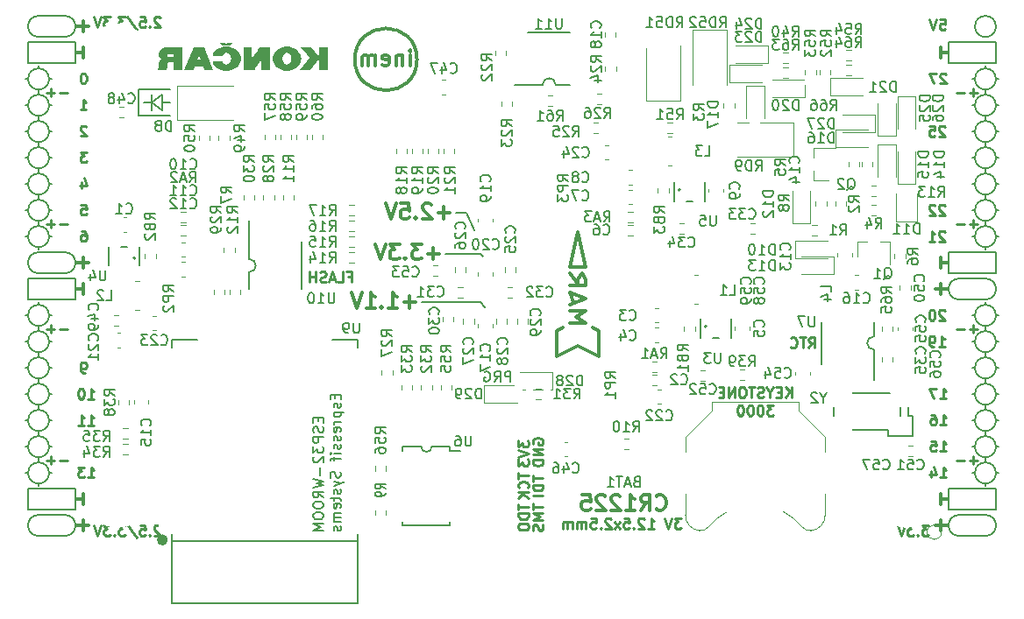
<source format=gbo>
G04 #@! TF.GenerationSoftware,KiCad,Pcbnew,5.0.0-rc3+dfsg1-2*
G04 #@! TF.CreationDate,2018-07-17T12:34:11+02:00*
G04 #@! TF.ProjectId,ulx3s,756C7833732E6B696361645F70636200,rev?*
G04 #@! TF.SameCoordinates,Original*
G04 #@! TF.FileFunction,Legend,Bot*
G04 #@! TF.FilePolarity,Positive*
%FSLAX46Y46*%
G04 Gerber Fmt 4.6, Leading zero omitted, Abs format (unit mm)*
G04 Created by KiCad (PCBNEW 5.0.0-rc3+dfsg1-2) date Tue Jul 17 12:34:11 2018*
%MOMM*%
%LPD*%
G01*
G04 APERTURE LIST*
%ADD10C,0.150000*%
%ADD11C,0.200000*%
%ADD12C,0.250000*%
%ADD13C,0.300000*%
%ADD14C,0.500000*%
%ADD15C,0.120000*%
%ADD16C,0.100000*%
%ADD17C,1.200000*%
%ADD18C,2.100000*%
%ADD19O,2.600000X1.000000*%
%ADD20O,1.000000X2.600000*%
%ADD21R,6.100000X6.100000*%
%ADD22R,0.770000X1.100000*%
%ADD23R,1.500000X1.395000*%
%ADD24R,2.600000X1.900000*%
%ADD25R,1.900000X2.600000*%
%ADD26R,3.800000X3.600000*%
%ADD27C,9.100000*%
%ADD28R,1.650000X0.700000*%
%ADD29O,1.650000X0.700000*%
%ADD30R,0.700000X2.200000*%
%ADD31O,0.700000X2.200000*%
%ADD32R,0.700000X1.650000*%
%ADD33O,0.700000X1.650000*%
%ADD34R,1.100000X0.500000*%
%ADD35R,0.800000X1.300000*%
%ADD36O,1.827200X1.827200*%
%ADD37R,1.827200X1.827200*%
%ADD38C,5.600000*%
%ADD39R,1.827200X2.132000*%
%ADD40O,1.827200X2.132000*%
%ADD41C,1.800000*%
%ADD42R,1.900000X1.500000*%
%ADD43R,1.070000X1.600000*%
%ADD44R,1.600000X1.070000*%
%ADD45R,1.100000X0.770000*%
%ADD46R,1.100000X1.100000*%
%ADD47C,0.400000*%
%ADD48R,1.800000X1.800000*%
%ADD49O,1.800000X1.800000*%
%ADD50R,1.600000X2.800000*%
%ADD51R,0.900000X1.000000*%
%ADD52R,1.000000X0.900000*%
%ADD53R,0.920000X1.100000*%
%ADD54R,1.100000X0.920000*%
%ADD55R,1.500000X1.220000*%
G04 APERTURE END LIST*
D10*
X140954904Y-97051380D02*
X140954904Y-96051380D01*
X140573952Y-96051380D01*
X140478714Y-96099000D01*
X140431095Y-96146619D01*
X140383476Y-96241857D01*
X140383476Y-96384714D01*
X140431095Y-96479952D01*
X140478714Y-96527571D01*
X140573952Y-96575190D01*
X140954904Y-96575190D01*
X139383476Y-97051380D02*
X139716809Y-96575190D01*
X139954904Y-97051380D02*
X139954904Y-96051380D01*
X139573952Y-96051380D01*
X139478714Y-96099000D01*
X139431095Y-96146619D01*
X139383476Y-96241857D01*
X139383476Y-96384714D01*
X139431095Y-96479952D01*
X139478714Y-96527571D01*
X139573952Y-96575190D01*
X139954904Y-96575190D01*
X138431095Y-96099000D02*
X138526333Y-96051380D01*
X138669190Y-96051380D01*
X138812047Y-96099000D01*
X138907285Y-96194238D01*
X138954904Y-96289476D01*
X139002523Y-96479952D01*
X139002523Y-96622809D01*
X138954904Y-96813285D01*
X138907285Y-96908523D01*
X138812047Y-97003761D01*
X138669190Y-97051380D01*
X138573952Y-97051380D01*
X138431095Y-97003761D01*
X138383476Y-96956142D01*
X138383476Y-96622809D01*
X138573952Y-96622809D01*
D11*
X136660000Y-80742000D02*
X135644000Y-80742000D01*
X137422000Y-82393000D02*
X136660000Y-80742000D01*
X138057000Y-84679000D02*
X134628000Y-84679000D01*
X138311000Y-84933000D02*
X138057000Y-84679000D01*
X138057000Y-89378000D02*
X138438000Y-89886000D01*
X132342000Y-89378000D02*
X138057000Y-89378000D01*
D12*
X99893476Y-96180380D02*
X99703000Y-96180380D01*
X99607761Y-96132761D01*
X99560142Y-96085142D01*
X99464904Y-95942285D01*
X99417285Y-95751809D01*
X99417285Y-95370857D01*
X99464904Y-95275619D01*
X99512523Y-95228000D01*
X99607761Y-95180380D01*
X99798238Y-95180380D01*
X99893476Y-95228000D01*
X99941095Y-95275619D01*
X99988714Y-95370857D01*
X99988714Y-95608952D01*
X99941095Y-95704190D01*
X99893476Y-95751809D01*
X99798238Y-95799428D01*
X99607761Y-95799428D01*
X99512523Y-95751809D01*
X99464904Y-95704190D01*
X99417285Y-95608952D01*
X100147476Y-101260380D02*
X100718904Y-101260380D01*
X100433190Y-101260380D02*
X100433190Y-100260380D01*
X100528428Y-100403238D01*
X100623666Y-100498476D01*
X100718904Y-100546095D01*
X99195095Y-101260380D02*
X99766523Y-101260380D01*
X99480809Y-101260380D02*
X99480809Y-100260380D01*
X99576047Y-100403238D01*
X99671285Y-100498476D01*
X99766523Y-100546095D01*
D11*
X105037000Y-68804000D02*
X108085000Y-68804000D01*
X105037000Y-71344000D02*
X105037000Y-68804000D01*
X108085000Y-71344000D02*
X105037000Y-71344000D01*
X107323000Y-70074000D02*
X108085000Y-70074000D01*
X106307000Y-70074000D02*
X105545000Y-70074000D01*
X106307000Y-70836000D02*
X106307000Y-70074000D01*
X106307000Y-69312000D02*
X106307000Y-70836000D01*
X107323000Y-69312000D02*
X107323000Y-70836000D01*
X106307000Y-70074000D02*
X107323000Y-69312000D01*
X107323000Y-70836000D02*
X106307000Y-70074000D01*
D12*
X182887904Y-72415619D02*
X182840285Y-72368000D01*
X182745047Y-72320380D01*
X182506952Y-72320380D01*
X182411714Y-72368000D01*
X182364095Y-72415619D01*
X182316476Y-72510857D01*
X182316476Y-72606095D01*
X182364095Y-72748952D01*
X182935523Y-73320380D01*
X182316476Y-73320380D01*
X181411714Y-72320380D02*
X181887904Y-72320380D01*
X181935523Y-72796571D01*
X181887904Y-72748952D01*
X181792666Y-72701333D01*
X181554571Y-72701333D01*
X181459333Y-72748952D01*
X181411714Y-72796571D01*
X181364095Y-72891809D01*
X181364095Y-73129904D01*
X181411714Y-73225142D01*
X181459333Y-73272761D01*
X181554571Y-73320380D01*
X181792666Y-73320380D01*
X181887904Y-73272761D01*
X181935523Y-73225142D01*
X182887904Y-80035619D02*
X182840285Y-79988000D01*
X182745047Y-79940380D01*
X182506952Y-79940380D01*
X182411714Y-79988000D01*
X182364095Y-80035619D01*
X182316476Y-80130857D01*
X182316476Y-80226095D01*
X182364095Y-80368952D01*
X182935523Y-80940380D01*
X182316476Y-80940380D01*
X181935523Y-80035619D02*
X181887904Y-79988000D01*
X181792666Y-79940380D01*
X181554571Y-79940380D01*
X181459333Y-79988000D01*
X181411714Y-80035619D01*
X181364095Y-80130857D01*
X181364095Y-80226095D01*
X181411714Y-80368952D01*
X181983142Y-80940380D01*
X181364095Y-80940380D01*
X182887904Y-82575619D02*
X182840285Y-82528000D01*
X182745047Y-82480380D01*
X182506952Y-82480380D01*
X182411714Y-82528000D01*
X182364095Y-82575619D01*
X182316476Y-82670857D01*
X182316476Y-82766095D01*
X182364095Y-82908952D01*
X182935523Y-83480380D01*
X182316476Y-83480380D01*
X181364095Y-83480380D02*
X181935523Y-83480380D01*
X181649809Y-83480380D02*
X181649809Y-82480380D01*
X181745047Y-82623238D01*
X181840285Y-82718476D01*
X181935523Y-82766095D01*
X182887904Y-90195619D02*
X182840285Y-90148000D01*
X182745047Y-90100380D01*
X182506952Y-90100380D01*
X182411714Y-90148000D01*
X182364095Y-90195619D01*
X182316476Y-90290857D01*
X182316476Y-90386095D01*
X182364095Y-90528952D01*
X182935523Y-91100380D01*
X182316476Y-91100380D01*
X181697428Y-90100380D02*
X181602190Y-90100380D01*
X181506952Y-90148000D01*
X181459333Y-90195619D01*
X181411714Y-90290857D01*
X181364095Y-90481333D01*
X181364095Y-90719428D01*
X181411714Y-90909904D01*
X181459333Y-91005142D01*
X181506952Y-91052761D01*
X181602190Y-91100380D01*
X181697428Y-91100380D01*
X181792666Y-91052761D01*
X181840285Y-91005142D01*
X181887904Y-90909904D01*
X181935523Y-90719428D01*
X181935523Y-90481333D01*
X181887904Y-90290857D01*
X181840285Y-90195619D01*
X181792666Y-90148000D01*
X181697428Y-90100380D01*
X182316476Y-93640380D02*
X182887904Y-93640380D01*
X182602190Y-93640380D02*
X182602190Y-92640380D01*
X182697428Y-92783238D01*
X182792666Y-92878476D01*
X182887904Y-92926095D01*
X181840285Y-93640380D02*
X181649809Y-93640380D01*
X181554571Y-93592761D01*
X181506952Y-93545142D01*
X181411714Y-93402285D01*
X181364095Y-93211809D01*
X181364095Y-92830857D01*
X181411714Y-92735619D01*
X181459333Y-92688000D01*
X181554571Y-92640380D01*
X181745047Y-92640380D01*
X181840285Y-92688000D01*
X181887904Y-92735619D01*
X181935523Y-92830857D01*
X181935523Y-93068952D01*
X181887904Y-93164190D01*
X181840285Y-93211809D01*
X181745047Y-93259428D01*
X181554571Y-93259428D01*
X181459333Y-93211809D01*
X181411714Y-93164190D01*
X181364095Y-93068952D01*
X125269476Y-86893571D02*
X125602809Y-86893571D01*
X125602809Y-87417380D02*
X125602809Y-86417380D01*
X125126619Y-86417380D01*
X124269476Y-87417380D02*
X124745666Y-87417380D01*
X124745666Y-86417380D01*
X123983761Y-87131666D02*
X123507571Y-87131666D01*
X124079000Y-87417380D02*
X123745666Y-86417380D01*
X123412333Y-87417380D01*
X123126619Y-87369761D02*
X122983761Y-87417380D01*
X122745666Y-87417380D01*
X122650428Y-87369761D01*
X122602809Y-87322142D01*
X122555190Y-87226904D01*
X122555190Y-87131666D01*
X122602809Y-87036428D01*
X122650428Y-86988809D01*
X122745666Y-86941190D01*
X122936142Y-86893571D01*
X123031380Y-86845952D01*
X123079000Y-86798333D01*
X123126619Y-86703095D01*
X123126619Y-86607857D01*
X123079000Y-86512619D01*
X123031380Y-86465000D01*
X122936142Y-86417380D01*
X122698047Y-86417380D01*
X122555190Y-86465000D01*
X122126619Y-87417380D02*
X122126619Y-86417380D01*
X122126619Y-86893571D02*
X121555190Y-86893571D01*
X121555190Y-87417380D02*
X121555190Y-86417380D01*
X157418095Y-110252380D02*
X156799047Y-110252380D01*
X157132380Y-110633333D01*
X156989523Y-110633333D01*
X156894285Y-110680952D01*
X156846666Y-110728571D01*
X156799047Y-110823809D01*
X156799047Y-111061904D01*
X156846666Y-111157142D01*
X156894285Y-111204761D01*
X156989523Y-111252380D01*
X157275238Y-111252380D01*
X157370476Y-111204761D01*
X157418095Y-111157142D01*
X156513333Y-110252380D02*
X156180000Y-111252380D01*
X155846666Y-110252380D01*
X154227619Y-111252380D02*
X154799047Y-111252380D01*
X154513333Y-111252380D02*
X154513333Y-110252380D01*
X154608571Y-110395238D01*
X154703809Y-110490476D01*
X154799047Y-110538095D01*
X153846666Y-110347619D02*
X153799047Y-110300000D01*
X153703809Y-110252380D01*
X153465714Y-110252380D01*
X153370476Y-110300000D01*
X153322857Y-110347619D01*
X153275238Y-110442857D01*
X153275238Y-110538095D01*
X153322857Y-110680952D01*
X153894285Y-111252380D01*
X153275238Y-111252380D01*
X152846666Y-111157142D02*
X152799047Y-111204761D01*
X152846666Y-111252380D01*
X152894285Y-111204761D01*
X152846666Y-111157142D01*
X152846666Y-111252380D01*
X151894285Y-110252380D02*
X152370476Y-110252380D01*
X152418095Y-110728571D01*
X152370476Y-110680952D01*
X152275238Y-110633333D01*
X152037142Y-110633333D01*
X151941904Y-110680952D01*
X151894285Y-110728571D01*
X151846666Y-110823809D01*
X151846666Y-111061904D01*
X151894285Y-111157142D01*
X151941904Y-111204761D01*
X152037142Y-111252380D01*
X152275238Y-111252380D01*
X152370476Y-111204761D01*
X152418095Y-111157142D01*
X151513333Y-111252380D02*
X150989523Y-110585714D01*
X151513333Y-110585714D02*
X150989523Y-111252380D01*
X150656190Y-110347619D02*
X150608571Y-110300000D01*
X150513333Y-110252380D01*
X150275238Y-110252380D01*
X150180000Y-110300000D01*
X150132380Y-110347619D01*
X150084761Y-110442857D01*
X150084761Y-110538095D01*
X150132380Y-110680952D01*
X150703809Y-111252380D01*
X150084761Y-111252380D01*
X149656190Y-111157142D02*
X149608571Y-111204761D01*
X149656190Y-111252380D01*
X149703809Y-111204761D01*
X149656190Y-111157142D01*
X149656190Y-111252380D01*
X148703809Y-110252380D02*
X149180000Y-110252380D01*
X149227619Y-110728571D01*
X149180000Y-110680952D01*
X149084761Y-110633333D01*
X148846666Y-110633333D01*
X148751428Y-110680952D01*
X148703809Y-110728571D01*
X148656190Y-110823809D01*
X148656190Y-111061904D01*
X148703809Y-111157142D01*
X148751428Y-111204761D01*
X148846666Y-111252380D01*
X149084761Y-111252380D01*
X149180000Y-111204761D01*
X149227619Y-111157142D01*
X148227619Y-111252380D02*
X148227619Y-110585714D01*
X148227619Y-110680952D02*
X148180000Y-110633333D01*
X148084761Y-110585714D01*
X147941904Y-110585714D01*
X147846666Y-110633333D01*
X147799047Y-110728571D01*
X147799047Y-111252380D01*
X147799047Y-110728571D02*
X147751428Y-110633333D01*
X147656190Y-110585714D01*
X147513333Y-110585714D01*
X147418095Y-110633333D01*
X147370476Y-110728571D01*
X147370476Y-111252380D01*
X146894285Y-111252380D02*
X146894285Y-110585714D01*
X146894285Y-110680952D02*
X146846666Y-110633333D01*
X146751428Y-110585714D01*
X146608571Y-110585714D01*
X146513333Y-110633333D01*
X146465714Y-110728571D01*
X146465714Y-111252380D01*
X146465714Y-110728571D02*
X146418095Y-110633333D01*
X146322857Y-110585714D01*
X146180000Y-110585714D01*
X146084761Y-110633333D01*
X146037142Y-110728571D01*
X146037142Y-111252380D01*
X168085000Y-98577380D02*
X168085000Y-97577380D01*
X167513571Y-98577380D02*
X167942142Y-98005952D01*
X167513571Y-97577380D02*
X168085000Y-98148809D01*
X167085000Y-98053571D02*
X166751666Y-98053571D01*
X166608809Y-98577380D02*
X167085000Y-98577380D01*
X167085000Y-97577380D01*
X166608809Y-97577380D01*
X165989761Y-98101190D02*
X165989761Y-98577380D01*
X166323095Y-97577380D02*
X165989761Y-98101190D01*
X165656428Y-97577380D01*
X165370714Y-98529761D02*
X165227857Y-98577380D01*
X164989761Y-98577380D01*
X164894523Y-98529761D01*
X164846904Y-98482142D01*
X164799285Y-98386904D01*
X164799285Y-98291666D01*
X164846904Y-98196428D01*
X164894523Y-98148809D01*
X164989761Y-98101190D01*
X165180238Y-98053571D01*
X165275476Y-98005952D01*
X165323095Y-97958333D01*
X165370714Y-97863095D01*
X165370714Y-97767857D01*
X165323095Y-97672619D01*
X165275476Y-97625000D01*
X165180238Y-97577380D01*
X164942142Y-97577380D01*
X164799285Y-97625000D01*
X164513571Y-97577380D02*
X163942142Y-97577380D01*
X164227857Y-98577380D02*
X164227857Y-97577380D01*
X163418333Y-97577380D02*
X163227857Y-97577380D01*
X163132619Y-97625000D01*
X163037380Y-97720238D01*
X162989761Y-97910714D01*
X162989761Y-98244047D01*
X163037380Y-98434523D01*
X163132619Y-98529761D01*
X163227857Y-98577380D01*
X163418333Y-98577380D01*
X163513571Y-98529761D01*
X163608809Y-98434523D01*
X163656428Y-98244047D01*
X163656428Y-97910714D01*
X163608809Y-97720238D01*
X163513571Y-97625000D01*
X163418333Y-97577380D01*
X162561190Y-98577380D02*
X162561190Y-97577380D01*
X161989761Y-98577380D01*
X161989761Y-97577380D01*
X161513571Y-98053571D02*
X161180238Y-98053571D01*
X161037380Y-98577380D02*
X161513571Y-98577380D01*
X161513571Y-97577380D01*
X161037380Y-97577380D01*
X166346904Y-99327380D02*
X165727857Y-99327380D01*
X166061190Y-99708333D01*
X165918333Y-99708333D01*
X165823095Y-99755952D01*
X165775476Y-99803571D01*
X165727857Y-99898809D01*
X165727857Y-100136904D01*
X165775476Y-100232142D01*
X165823095Y-100279761D01*
X165918333Y-100327380D01*
X166204047Y-100327380D01*
X166299285Y-100279761D01*
X166346904Y-100232142D01*
X165108809Y-99327380D02*
X165013571Y-99327380D01*
X164918333Y-99375000D01*
X164870714Y-99422619D01*
X164823095Y-99517857D01*
X164775476Y-99708333D01*
X164775476Y-99946428D01*
X164823095Y-100136904D01*
X164870714Y-100232142D01*
X164918333Y-100279761D01*
X165013571Y-100327380D01*
X165108809Y-100327380D01*
X165204047Y-100279761D01*
X165251666Y-100232142D01*
X165299285Y-100136904D01*
X165346904Y-99946428D01*
X165346904Y-99708333D01*
X165299285Y-99517857D01*
X165251666Y-99422619D01*
X165204047Y-99375000D01*
X165108809Y-99327380D01*
X164156428Y-99327380D02*
X164061190Y-99327380D01*
X163965952Y-99375000D01*
X163918333Y-99422619D01*
X163870714Y-99517857D01*
X163823095Y-99708333D01*
X163823095Y-99946428D01*
X163870714Y-100136904D01*
X163918333Y-100232142D01*
X163965952Y-100279761D01*
X164061190Y-100327380D01*
X164156428Y-100327380D01*
X164251666Y-100279761D01*
X164299285Y-100232142D01*
X164346904Y-100136904D01*
X164394523Y-99946428D01*
X164394523Y-99708333D01*
X164346904Y-99517857D01*
X164299285Y-99422619D01*
X164251666Y-99375000D01*
X164156428Y-99327380D01*
X163204047Y-99327380D02*
X163108809Y-99327380D01*
X163013571Y-99375000D01*
X162965952Y-99422619D01*
X162918333Y-99517857D01*
X162870714Y-99708333D01*
X162870714Y-99946428D01*
X162918333Y-100136904D01*
X162965952Y-100232142D01*
X163013571Y-100279761D01*
X163108809Y-100327380D01*
X163204047Y-100327380D01*
X163299285Y-100279761D01*
X163346904Y-100232142D01*
X163394523Y-100136904D01*
X163442142Y-99946428D01*
X163442142Y-99708333D01*
X163394523Y-99517857D01*
X163346904Y-99422619D01*
X163299285Y-99375000D01*
X163204047Y-99327380D01*
D13*
X182492000Y-87582000D02*
X182492000Y-88598000D01*
X183254000Y-88090000D02*
X181984000Y-88090000D01*
X182492000Y-110442000D02*
X182492000Y-111458000D01*
X183254000Y-110950000D02*
X181984000Y-110950000D01*
X99688000Y-62182000D02*
X99688000Y-63198000D01*
X98926000Y-62690000D02*
X100196000Y-62690000D01*
X99688000Y-110442000D02*
X99688000Y-111458000D01*
X98926000Y-110950000D02*
X100196000Y-110950000D01*
X99688000Y-85042000D02*
X99688000Y-86058000D01*
X98926000Y-85550000D02*
X100196000Y-85550000D01*
D11*
X187826000Y-62690000D02*
G75*
G03X187826000Y-62690000I-1016000J0D01*
G01*
X184270000Y-87074000D02*
X186810000Y-87074000D01*
X184270000Y-89106000D02*
X186810000Y-89106000D01*
X184270000Y-87074000D02*
G75*
G03X184270000Y-89106000I0J-1016000D01*
G01*
X186810000Y-89106000D02*
G75*
G03X186810000Y-87074000I0J1016000D01*
G01*
X184270000Y-111966000D02*
X186810000Y-111966000D01*
X184270000Y-109934000D02*
X186810000Y-109934000D01*
X184270000Y-109934000D02*
G75*
G03X184270000Y-111966000I0J-1016000D01*
G01*
X186810000Y-111966000D02*
G75*
G03X186810000Y-109934000I0J1016000D01*
G01*
X97910000Y-63706000D02*
G75*
G03X97910000Y-61674000I0J1016000D01*
G01*
X95370000Y-61674000D02*
X97910000Y-61674000D01*
X95370000Y-63706000D02*
X97910000Y-63706000D01*
X95370000Y-61674000D02*
G75*
G03X95370000Y-63706000I0J-1016000D01*
G01*
X95370000Y-86566000D02*
X97910000Y-86566000D01*
X95370000Y-84534000D02*
X97910000Y-84534000D01*
X95370000Y-84534000D02*
G75*
G03X95370000Y-86566000I0J-1016000D01*
G01*
X97910000Y-86566000D02*
G75*
G03X97910000Y-84534000I0J1016000D01*
G01*
X95370000Y-111966000D02*
X97910000Y-111966000D01*
X95370000Y-109934000D02*
X97910000Y-109934000D01*
X95370000Y-109934000D02*
G75*
G03X95370000Y-111966000I0J-1016000D01*
G01*
X97910000Y-111966000D02*
G75*
G03X97910000Y-109934000I0J1016000D01*
G01*
X98926000Y-107394000D02*
X94354000Y-107394000D01*
X98926000Y-109426000D02*
X98926000Y-107394000D01*
X94354000Y-109426000D02*
X98926000Y-109426000D01*
X94354000Y-107394000D02*
X94354000Y-109426000D01*
X187826000Y-107394000D02*
X183254000Y-107394000D01*
X187826000Y-109426000D02*
X187826000Y-107394000D01*
X183254000Y-109426000D02*
X187826000Y-109426000D01*
X183254000Y-107394000D02*
X183254000Y-109426000D01*
X187826000Y-84534000D02*
X183254000Y-84534000D01*
X187826000Y-86566000D02*
X187826000Y-84534000D01*
X183254000Y-86566000D02*
X187826000Y-86566000D01*
X183254000Y-84534000D02*
X183254000Y-86566000D01*
X187826000Y-64214000D02*
X183254000Y-64214000D01*
X187826000Y-66246000D02*
X187826000Y-64214000D01*
X183254000Y-66246000D02*
X187826000Y-66246000D01*
X183254000Y-64214000D02*
X183254000Y-66246000D01*
X98926000Y-64214000D02*
X94354000Y-64214000D01*
X98926000Y-66246000D02*
X98926000Y-64214000D01*
X94354000Y-66246000D02*
X98926000Y-66246000D01*
X94354000Y-64214000D02*
X94354000Y-66246000D01*
X98926000Y-87074000D02*
X94354000Y-87074000D01*
X98926000Y-89106000D02*
X98926000Y-87074000D01*
X94354000Y-89106000D02*
X98926000Y-89106000D01*
X94354000Y-87074000D02*
X94354000Y-89106000D01*
D12*
X186032000Y-91971428D02*
X185270095Y-91971428D01*
X185651047Y-92352380D02*
X185651047Y-91590476D01*
X184793904Y-91971428D02*
X184032000Y-91971428D01*
X186032000Y-69111428D02*
X185270095Y-69111428D01*
X185651047Y-69492380D02*
X185651047Y-68730476D01*
X184793904Y-69111428D02*
X184032000Y-69111428D01*
X186032000Y-81811428D02*
X185270095Y-81811428D01*
X185651047Y-82192380D02*
X185651047Y-81430476D01*
X184793904Y-81811428D02*
X184032000Y-81811428D01*
X186032000Y-104671428D02*
X185270095Y-104671428D01*
X185651047Y-105052380D02*
X185651047Y-104290476D01*
X184793904Y-104671428D02*
X184032000Y-104671428D01*
X98148000Y-104671428D02*
X97386095Y-104671428D01*
X96909904Y-104671428D02*
X96148000Y-104671428D01*
X96528952Y-105052380D02*
X96528952Y-104290476D01*
X98148000Y-91971428D02*
X97386095Y-91971428D01*
X96909904Y-91971428D02*
X96148000Y-91971428D01*
X96528952Y-92352380D02*
X96528952Y-91590476D01*
X98148000Y-81811428D02*
X97386095Y-81811428D01*
X96909904Y-81811428D02*
X96148000Y-81811428D01*
X96528952Y-82192380D02*
X96528952Y-81430476D01*
X98148000Y-69111428D02*
X97386095Y-69111428D01*
X96909904Y-69111428D02*
X96148000Y-69111428D01*
X96528952Y-69492380D02*
X96528952Y-68730476D01*
D13*
X182492000Y-107902000D02*
X182492000Y-108918000D01*
X183254000Y-108410000D02*
X182492000Y-108410000D01*
D11*
X95370000Y-96726000D02*
X95370000Y-97234000D01*
X96386000Y-95710000D02*
X96640000Y-95710000D01*
X94354000Y-95710000D02*
X94100000Y-95710000D01*
X187826000Y-98250000D02*
X188080000Y-98250000D01*
X187826000Y-83010000D02*
X188080000Y-83010000D01*
X95370000Y-107140000D02*
X95370000Y-106886000D01*
X96386000Y-105870000D02*
X96640000Y-105870000D01*
X94354000Y-105870000D02*
X94100000Y-105870000D01*
X94354000Y-103330000D02*
X94100000Y-103330000D01*
X95370000Y-104346000D02*
X95370000Y-104854000D01*
X96386000Y-103330000D02*
X96640000Y-103330000D01*
X94354000Y-100790000D02*
X94100000Y-100790000D01*
X95370000Y-102314000D02*
X95370000Y-101806000D01*
X96386000Y-100790000D02*
X96640000Y-100790000D01*
X95370000Y-99266000D02*
X95370000Y-99774000D01*
X94354000Y-98250000D02*
X94100000Y-98250000D01*
X96386000Y-98250000D02*
X96640000Y-98250000D01*
X95370000Y-94186000D02*
X95370000Y-94694000D01*
X96386000Y-93170000D02*
X96640000Y-93170000D01*
X94354000Y-93170000D02*
X94100000Y-93170000D01*
X94354000Y-90630000D02*
X94100000Y-90630000D01*
X95370000Y-91646000D02*
X95370000Y-92154000D01*
X96640000Y-90630000D02*
X96386000Y-90630000D01*
X95370000Y-89360000D02*
X95370000Y-89614000D01*
X94354000Y-83010000D02*
X94100000Y-83010000D01*
X95370000Y-84280000D02*
X95370000Y-84026000D01*
X96386000Y-83010000D02*
X96640000Y-83010000D01*
X95370000Y-81486000D02*
X95370000Y-81994000D01*
X94354000Y-80470000D02*
X94100000Y-80470000D01*
X96640000Y-80470000D02*
X96386000Y-80470000D01*
X95370000Y-78946000D02*
X95370000Y-79454000D01*
X96386000Y-77930000D02*
X96640000Y-77930000D01*
X94354000Y-77930000D02*
X94100000Y-77930000D01*
X95370000Y-76406000D02*
X95370000Y-76914000D01*
X94354000Y-75390000D02*
X94100000Y-75390000D01*
X96386000Y-75390000D02*
X96640000Y-75390000D01*
X95370000Y-73866000D02*
X95370000Y-74374000D01*
X96386000Y-72850000D02*
X96640000Y-72850000D01*
X94100000Y-72850000D02*
X94354000Y-72850000D01*
X94354000Y-70310000D02*
X94100000Y-70310000D01*
X96640000Y-70310000D02*
X96386000Y-70310000D01*
X95370000Y-71326000D02*
X95370000Y-71834000D01*
X95370000Y-68786000D02*
X95370000Y-69294000D01*
X96386000Y-67770000D02*
X96640000Y-67770000D01*
X94354000Y-67770000D02*
X94100000Y-67770000D01*
X95370000Y-66500000D02*
X95370000Y-66754000D01*
X187826000Y-105870000D02*
X188080000Y-105870000D01*
X186810000Y-107140000D02*
X186810000Y-106886000D01*
X185540000Y-105870000D02*
X185794000Y-105870000D01*
X186810000Y-104346000D02*
X186810000Y-104854000D01*
X187826000Y-103330000D02*
X188080000Y-103330000D01*
X185540000Y-103330000D02*
X185794000Y-103330000D01*
X186810000Y-101806000D02*
X186810000Y-102314000D01*
X187826000Y-100790000D02*
X188080000Y-100790000D01*
X185540000Y-100790000D02*
X185794000Y-100790000D01*
X186810000Y-99266000D02*
X186810000Y-99774000D01*
X185540000Y-98250000D02*
X185794000Y-98250000D01*
X186810000Y-97234000D02*
X186810000Y-96726000D01*
X187826000Y-95710000D02*
X188080000Y-95710000D01*
X185540000Y-95710000D02*
X185794000Y-95710000D01*
X186810000Y-94694000D02*
X186810000Y-94186000D01*
X187826000Y-93170000D02*
X188080000Y-93170000D01*
X185540000Y-93170000D02*
X185794000Y-93170000D01*
X186810000Y-92154000D02*
X186810000Y-91646000D01*
X187826000Y-90630000D02*
X188080000Y-90630000D01*
X185540000Y-90630000D02*
X185794000Y-90630000D01*
X186810000Y-89360000D02*
X186810000Y-89614000D01*
X186810000Y-84280000D02*
X186810000Y-84026000D01*
X185540000Y-83010000D02*
X185794000Y-83010000D01*
X186810000Y-81994000D02*
X186810000Y-81486000D01*
X185794000Y-80470000D02*
X185540000Y-80470000D01*
X187826000Y-80470000D02*
X188080000Y-80470000D01*
X186810000Y-78946000D02*
X186810000Y-79454000D01*
X185794000Y-77930000D02*
X185540000Y-77930000D01*
X187826000Y-77930000D02*
X188080000Y-77930000D01*
X186810000Y-76406000D02*
X186810000Y-76914000D01*
X186810000Y-73866000D02*
X186810000Y-74374000D01*
X185794000Y-75390000D02*
X185540000Y-75390000D01*
X187826000Y-75390000D02*
X188080000Y-75390000D01*
X187826000Y-72850000D02*
X188080000Y-72850000D01*
X185540000Y-72850000D02*
X185794000Y-72850000D01*
X186810000Y-71834000D02*
X186810000Y-71326000D01*
X187826000Y-70310000D02*
X188080000Y-70310000D01*
X185540000Y-70310000D02*
X185794000Y-70310000D01*
X187826000Y-67770000D02*
X188080000Y-67770000D01*
X186810000Y-68786000D02*
X186810000Y-69294000D01*
X185540000Y-67770000D02*
X185794000Y-67770000D01*
X186810000Y-66500000D02*
X186810000Y-66754000D01*
X187826000Y-67770000D02*
G75*
G03X187826000Y-67770000I-1016000J0D01*
G01*
X187826000Y-70310000D02*
G75*
G03X187826000Y-70310000I-1016000J0D01*
G01*
X187826000Y-72850000D02*
G75*
G03X187826000Y-72850000I-1016000J0D01*
G01*
X187826000Y-75390000D02*
G75*
G03X187826000Y-75390000I-1016000J0D01*
G01*
X187826000Y-77930000D02*
G75*
G03X187826000Y-77930000I-1016000J0D01*
G01*
X187826000Y-80470000D02*
G75*
G03X187826000Y-80470000I-1016000J0D01*
G01*
X187826000Y-83010000D02*
G75*
G03X187826000Y-83010000I-1016000J0D01*
G01*
X187826000Y-90630000D02*
G75*
G03X187826000Y-90630000I-1016000J0D01*
G01*
X187826000Y-93170000D02*
G75*
G03X187826000Y-93170000I-1016000J0D01*
G01*
X187826000Y-95710000D02*
G75*
G03X187826000Y-95710000I-1016000J0D01*
G01*
X187826000Y-98250000D02*
G75*
G03X187826000Y-98250000I-1016000J0D01*
G01*
X187826000Y-100790000D02*
G75*
G03X187826000Y-100790000I-1016000J0D01*
G01*
X187826000Y-103330000D02*
G75*
G03X187826000Y-103330000I-1016000J0D01*
G01*
X187826000Y-105870000D02*
G75*
G03X187826000Y-105870000I-1016000J0D01*
G01*
X96386000Y-105870000D02*
G75*
G03X96386000Y-105870000I-1016000J0D01*
G01*
X96386000Y-103330000D02*
G75*
G03X96386000Y-103330000I-1016000J0D01*
G01*
X96386000Y-100790000D02*
G75*
G03X96386000Y-100790000I-1016000J0D01*
G01*
X96386000Y-98250000D02*
G75*
G03X96386000Y-98250000I-1016000J0D01*
G01*
X96386000Y-95710000D02*
G75*
G03X96386000Y-95710000I-1016000J0D01*
G01*
X96386000Y-93170000D02*
G75*
G03X96386000Y-93170000I-1016000J0D01*
G01*
X96386000Y-90630000D02*
G75*
G03X96386000Y-90630000I-1016000J0D01*
G01*
X96386000Y-83010000D02*
G75*
G03X96386000Y-83010000I-1016000J0D01*
G01*
X96386000Y-80470000D02*
G75*
G03X96386000Y-80470000I-1016000J0D01*
G01*
X96386000Y-77930000D02*
G75*
G03X96386000Y-77930000I-1016000J0D01*
G01*
X96386000Y-75390000D02*
G75*
G03X96386000Y-75390000I-1016000J0D01*
G01*
X96386000Y-72850000D02*
G75*
G03X96386000Y-72850000I-1016000J0D01*
G01*
X96386000Y-70310000D02*
G75*
G03X96386000Y-70310000I-1016000J0D01*
G01*
X96386000Y-67770000D02*
G75*
G03X96386000Y-67770000I-1016000J0D01*
G01*
D12*
X182428476Y-62015380D02*
X182904666Y-62015380D01*
X182952285Y-62491571D01*
X182904666Y-62443952D01*
X182809428Y-62396333D01*
X182571333Y-62396333D01*
X182476095Y-62443952D01*
X182428476Y-62491571D01*
X182380857Y-62586809D01*
X182380857Y-62824904D01*
X182428476Y-62920142D01*
X182476095Y-62967761D01*
X182571333Y-63015380D01*
X182809428Y-63015380D01*
X182904666Y-62967761D01*
X182952285Y-62920142D01*
X182095142Y-62015380D02*
X181761809Y-63015380D01*
X181428476Y-62015380D01*
D13*
X182492000Y-64722000D02*
X182492000Y-65738000D01*
X183254000Y-65230000D02*
X182492000Y-65230000D01*
D12*
X182999904Y-67317619D02*
X182952285Y-67270000D01*
X182857047Y-67222380D01*
X182618952Y-67222380D01*
X182523714Y-67270000D01*
X182476095Y-67317619D01*
X182428476Y-67412857D01*
X182428476Y-67508095D01*
X182476095Y-67650952D01*
X183047523Y-68222380D01*
X182428476Y-68222380D01*
X182095142Y-67222380D02*
X181428476Y-67222380D01*
X181857047Y-68222380D01*
D13*
X182492000Y-85042000D02*
X182492000Y-86058000D01*
X183254000Y-85550000D02*
X182492000Y-85550000D01*
D12*
X182428476Y-98702380D02*
X182999904Y-98702380D01*
X182714190Y-98702380D02*
X182714190Y-97702380D01*
X182809428Y-97845238D01*
X182904666Y-97940476D01*
X182999904Y-97988095D01*
X182095142Y-97702380D02*
X181428476Y-97702380D01*
X181857047Y-98702380D01*
X182428476Y-101242380D02*
X182999904Y-101242380D01*
X182714190Y-101242380D02*
X182714190Y-100242380D01*
X182809428Y-100385238D01*
X182904666Y-100480476D01*
X182999904Y-100528095D01*
X181571333Y-100242380D02*
X181761809Y-100242380D01*
X181857047Y-100290000D01*
X181904666Y-100337619D01*
X181999904Y-100480476D01*
X182047523Y-100670952D01*
X182047523Y-101051904D01*
X181999904Y-101147142D01*
X181952285Y-101194761D01*
X181857047Y-101242380D01*
X181666571Y-101242380D01*
X181571333Y-101194761D01*
X181523714Y-101147142D01*
X181476095Y-101051904D01*
X181476095Y-100813809D01*
X181523714Y-100718571D01*
X181571333Y-100670952D01*
X181666571Y-100623333D01*
X181857047Y-100623333D01*
X181952285Y-100670952D01*
X181999904Y-100718571D01*
X182047523Y-100813809D01*
X182428476Y-103782380D02*
X182999904Y-103782380D01*
X182714190Y-103782380D02*
X182714190Y-102782380D01*
X182809428Y-102925238D01*
X182904666Y-103020476D01*
X182999904Y-103068095D01*
X181523714Y-102782380D02*
X181999904Y-102782380D01*
X182047523Y-103258571D01*
X181999904Y-103210952D01*
X181904666Y-103163333D01*
X181666571Y-103163333D01*
X181571333Y-103210952D01*
X181523714Y-103258571D01*
X181476095Y-103353809D01*
X181476095Y-103591904D01*
X181523714Y-103687142D01*
X181571333Y-103734761D01*
X181666571Y-103782380D01*
X181904666Y-103782380D01*
X181999904Y-103734761D01*
X182047523Y-103687142D01*
X182428476Y-106322380D02*
X182999904Y-106322380D01*
X182714190Y-106322380D02*
X182714190Y-105322380D01*
X182809428Y-105465238D01*
X182904666Y-105560476D01*
X182999904Y-105608095D01*
X181571333Y-105655714D02*
X181571333Y-106322380D01*
X181809428Y-105274761D02*
X182047523Y-105989047D01*
X181428476Y-105989047D01*
X181312642Y-110928380D02*
X180693595Y-110928380D01*
X181026928Y-111309333D01*
X180884071Y-111309333D01*
X180788833Y-111356952D01*
X180741214Y-111404571D01*
X180693595Y-111499809D01*
X180693595Y-111737904D01*
X180741214Y-111833142D01*
X180788833Y-111880761D01*
X180884071Y-111928380D01*
X181169785Y-111928380D01*
X181265023Y-111880761D01*
X181312642Y-111833142D01*
X180265023Y-111833142D02*
X180217404Y-111880761D01*
X180265023Y-111928380D01*
X180312642Y-111880761D01*
X180265023Y-111833142D01*
X180265023Y-111928380D01*
X179884071Y-110928380D02*
X179265023Y-110928380D01*
X179598357Y-111309333D01*
X179455500Y-111309333D01*
X179360261Y-111356952D01*
X179312642Y-111404571D01*
X179265023Y-111499809D01*
X179265023Y-111737904D01*
X179312642Y-111833142D01*
X179360261Y-111880761D01*
X179455500Y-111928380D01*
X179741214Y-111928380D01*
X179836452Y-111880761D01*
X179884071Y-111833142D01*
X178979309Y-110928380D02*
X178645976Y-111928380D01*
X178312642Y-110928380D01*
D13*
X99688000Y-108918000D02*
X99688000Y-107902000D01*
X98926000Y-108410000D02*
X99688000Y-108410000D01*
X99688000Y-88598000D02*
X99688000Y-87582000D01*
X98926000Y-88090000D02*
X99688000Y-88090000D01*
X99688000Y-64722000D02*
X99688000Y-65738000D01*
X98926000Y-65230000D02*
X99688000Y-65230000D01*
D12*
X107103690Y-111023619D02*
X107056071Y-110976000D01*
X106960833Y-110928380D01*
X106722738Y-110928380D01*
X106627500Y-110976000D01*
X106579880Y-111023619D01*
X106532261Y-111118857D01*
X106532261Y-111214095D01*
X106579880Y-111356952D01*
X107151309Y-111928380D01*
X106532261Y-111928380D01*
X106103690Y-111833142D02*
X106056071Y-111880761D01*
X106103690Y-111928380D01*
X106151309Y-111880761D01*
X106103690Y-111833142D01*
X106103690Y-111928380D01*
X105151309Y-110928380D02*
X105627500Y-110928380D01*
X105675119Y-111404571D01*
X105627500Y-111356952D01*
X105532261Y-111309333D01*
X105294166Y-111309333D01*
X105198928Y-111356952D01*
X105151309Y-111404571D01*
X105103690Y-111499809D01*
X105103690Y-111737904D01*
X105151309Y-111833142D01*
X105198928Y-111880761D01*
X105294166Y-111928380D01*
X105532261Y-111928380D01*
X105627500Y-111880761D01*
X105675119Y-111833142D01*
X103960833Y-110880761D02*
X104817976Y-112166476D01*
X103722738Y-110928380D02*
X103103690Y-110928380D01*
X103437023Y-111309333D01*
X103294166Y-111309333D01*
X103198928Y-111356952D01*
X103151309Y-111404571D01*
X103103690Y-111499809D01*
X103103690Y-111737904D01*
X103151309Y-111833142D01*
X103198928Y-111880761D01*
X103294166Y-111928380D01*
X103579880Y-111928380D01*
X103675119Y-111880761D01*
X103722738Y-111833142D01*
X102675119Y-111833142D02*
X102627500Y-111880761D01*
X102675119Y-111928380D01*
X102722738Y-111880761D01*
X102675119Y-111833142D01*
X102675119Y-111928380D01*
X102294166Y-110928380D02*
X101675119Y-110928380D01*
X102008452Y-111309333D01*
X101865595Y-111309333D01*
X101770357Y-111356952D01*
X101722738Y-111404571D01*
X101675119Y-111499809D01*
X101675119Y-111737904D01*
X101722738Y-111833142D01*
X101770357Y-111880761D01*
X101865595Y-111928380D01*
X102151309Y-111928380D01*
X102246547Y-111880761D01*
X102294166Y-111833142D01*
X101389404Y-110928380D02*
X101056071Y-111928380D01*
X100722738Y-110928380D01*
X100132476Y-106322380D02*
X100703904Y-106322380D01*
X100418190Y-106322380D02*
X100418190Y-105322380D01*
X100513428Y-105465238D01*
X100608666Y-105560476D01*
X100703904Y-105608095D01*
X99799142Y-105322380D02*
X99180095Y-105322380D01*
X99513428Y-105703333D01*
X99370571Y-105703333D01*
X99275333Y-105750952D01*
X99227714Y-105798571D01*
X99180095Y-105893809D01*
X99180095Y-106131904D01*
X99227714Y-106227142D01*
X99275333Y-106274761D01*
X99370571Y-106322380D01*
X99656285Y-106322380D01*
X99751523Y-106274761D01*
X99799142Y-106227142D01*
X100147476Y-98720380D02*
X100718904Y-98720380D01*
X100433190Y-98720380D02*
X100433190Y-97720380D01*
X100528428Y-97863238D01*
X100623666Y-97958476D01*
X100718904Y-98006095D01*
X99528428Y-97720380D02*
X99433190Y-97720380D01*
X99337952Y-97768000D01*
X99290333Y-97815619D01*
X99242714Y-97910857D01*
X99195095Y-98101333D01*
X99195095Y-98339428D01*
X99242714Y-98529904D01*
X99290333Y-98625142D01*
X99337952Y-98672761D01*
X99433190Y-98720380D01*
X99528428Y-98720380D01*
X99623666Y-98672761D01*
X99671285Y-98625142D01*
X99718904Y-98529904D01*
X99766523Y-98339428D01*
X99766523Y-98101333D01*
X99718904Y-97910857D01*
X99671285Y-97815619D01*
X99623666Y-97768000D01*
X99528428Y-97720380D01*
X99512523Y-82462380D02*
X99703000Y-82462380D01*
X99798238Y-82510000D01*
X99845857Y-82557619D01*
X99941095Y-82700476D01*
X99988714Y-82890952D01*
X99988714Y-83271904D01*
X99941095Y-83367142D01*
X99893476Y-83414761D01*
X99798238Y-83462380D01*
X99607761Y-83462380D01*
X99512523Y-83414761D01*
X99464904Y-83367142D01*
X99417285Y-83271904D01*
X99417285Y-83033809D01*
X99464904Y-82938571D01*
X99512523Y-82890952D01*
X99607761Y-82843333D01*
X99798238Y-82843333D01*
X99893476Y-82890952D01*
X99941095Y-82938571D01*
X99988714Y-83033809D01*
X99464904Y-79922380D02*
X99941095Y-79922380D01*
X99988714Y-80398571D01*
X99941095Y-80350952D01*
X99845857Y-80303333D01*
X99607761Y-80303333D01*
X99512523Y-80350952D01*
X99464904Y-80398571D01*
X99417285Y-80493809D01*
X99417285Y-80731904D01*
X99464904Y-80827142D01*
X99512523Y-80874761D01*
X99607761Y-80922380D01*
X99845857Y-80922380D01*
X99941095Y-80874761D01*
X99988714Y-80827142D01*
X99512523Y-77715714D02*
X99512523Y-78382380D01*
X99750619Y-77334761D02*
X99988714Y-78049047D01*
X99369666Y-78049047D01*
X100021333Y-74842380D02*
X99402285Y-74842380D01*
X99735619Y-75223333D01*
X99592761Y-75223333D01*
X99497523Y-75270952D01*
X99449904Y-75318571D01*
X99402285Y-75413809D01*
X99402285Y-75651904D01*
X99449904Y-75747142D01*
X99497523Y-75794761D01*
X99592761Y-75842380D01*
X99878476Y-75842380D01*
X99973714Y-75794761D01*
X100021333Y-75747142D01*
X99973714Y-72397619D02*
X99926095Y-72350000D01*
X99830857Y-72302380D01*
X99592761Y-72302380D01*
X99497523Y-72350000D01*
X99449904Y-72397619D01*
X99402285Y-72492857D01*
X99402285Y-72588095D01*
X99449904Y-72730952D01*
X100021333Y-73302380D01*
X99402285Y-73302380D01*
X99402285Y-70762380D02*
X99973714Y-70762380D01*
X99688000Y-70762380D02*
X99688000Y-69762380D01*
X99783238Y-69905238D01*
X99878476Y-70000476D01*
X99973714Y-70048095D01*
X99750619Y-67222380D02*
X99655380Y-67222380D01*
X99560142Y-67270000D01*
X99512523Y-67317619D01*
X99464904Y-67412857D01*
X99417285Y-67603333D01*
X99417285Y-67841428D01*
X99464904Y-68031904D01*
X99512523Y-68127142D01*
X99560142Y-68174761D01*
X99655380Y-68222380D01*
X99750619Y-68222380D01*
X99845857Y-68174761D01*
X99893476Y-68127142D01*
X99941095Y-68031904D01*
X99988714Y-67841428D01*
X99988714Y-67603333D01*
X99941095Y-67412857D01*
X99893476Y-67317619D01*
X99845857Y-67270000D01*
X99750619Y-67222380D01*
X107103690Y-61874619D02*
X107056071Y-61827000D01*
X106960833Y-61779380D01*
X106722738Y-61779380D01*
X106627500Y-61827000D01*
X106579880Y-61874619D01*
X106532261Y-61969857D01*
X106532261Y-62065095D01*
X106579880Y-62207952D01*
X107151309Y-62779380D01*
X106532261Y-62779380D01*
X106103690Y-62684142D02*
X106056071Y-62731761D01*
X106103690Y-62779380D01*
X106151309Y-62731761D01*
X106103690Y-62684142D01*
X106103690Y-62779380D01*
X105151309Y-61779380D02*
X105627500Y-61779380D01*
X105675119Y-62255571D01*
X105627500Y-62207952D01*
X105532261Y-62160333D01*
X105294166Y-62160333D01*
X105198928Y-62207952D01*
X105151309Y-62255571D01*
X105103690Y-62350809D01*
X105103690Y-62588904D01*
X105151309Y-62684142D01*
X105198928Y-62731761D01*
X105294166Y-62779380D01*
X105532261Y-62779380D01*
X105627500Y-62731761D01*
X105675119Y-62684142D01*
X103960833Y-61731761D02*
X104817976Y-63017476D01*
X103722738Y-61779380D02*
X103103690Y-61779380D01*
X103437023Y-62160333D01*
X103294166Y-62160333D01*
X103198928Y-62207952D01*
X103151309Y-62255571D01*
X103103690Y-62350809D01*
X103103690Y-62588904D01*
X103151309Y-62684142D01*
X103198928Y-62731761D01*
X103294166Y-62779380D01*
X103579880Y-62779380D01*
X103675119Y-62731761D01*
X103722738Y-62684142D01*
X102675119Y-62684142D02*
X102627500Y-62731761D01*
X102675119Y-62779380D01*
X102722738Y-62731761D01*
X102675119Y-62684142D01*
X102675119Y-62779380D01*
X102294166Y-61779380D02*
X101675119Y-61779380D01*
X102008452Y-62160333D01*
X101865595Y-62160333D01*
X101770357Y-62207952D01*
X101722738Y-62255571D01*
X101675119Y-62350809D01*
X101675119Y-62588904D01*
X101722738Y-62684142D01*
X101770357Y-62731761D01*
X101865595Y-62779380D01*
X102151309Y-62779380D01*
X102246547Y-62731761D01*
X102294166Y-62684142D01*
X101389404Y-61779380D02*
X101056071Y-62779380D01*
X100722738Y-61779380D01*
D13*
X155027857Y-109335714D02*
X155099285Y-109407142D01*
X155313571Y-109478571D01*
X155456428Y-109478571D01*
X155670714Y-109407142D01*
X155813571Y-109264285D01*
X155885000Y-109121428D01*
X155956428Y-108835714D01*
X155956428Y-108621428D01*
X155885000Y-108335714D01*
X155813571Y-108192857D01*
X155670714Y-108050000D01*
X155456428Y-107978571D01*
X155313571Y-107978571D01*
X155099285Y-108050000D01*
X155027857Y-108121428D01*
X153527857Y-109478571D02*
X154027857Y-108764285D01*
X154385000Y-109478571D02*
X154385000Y-107978571D01*
X153813571Y-107978571D01*
X153670714Y-108050000D01*
X153599285Y-108121428D01*
X153527857Y-108264285D01*
X153527857Y-108478571D01*
X153599285Y-108621428D01*
X153670714Y-108692857D01*
X153813571Y-108764285D01*
X154385000Y-108764285D01*
X152099285Y-109478571D02*
X152956428Y-109478571D01*
X152527857Y-109478571D02*
X152527857Y-107978571D01*
X152670714Y-108192857D01*
X152813571Y-108335714D01*
X152956428Y-108407142D01*
X151527857Y-108121428D02*
X151456428Y-108050000D01*
X151313571Y-107978571D01*
X150956428Y-107978571D01*
X150813571Y-108050000D01*
X150742142Y-108121428D01*
X150670714Y-108264285D01*
X150670714Y-108407142D01*
X150742142Y-108621428D01*
X151599285Y-109478571D01*
X150670714Y-109478571D01*
X150099285Y-108121428D02*
X150027857Y-108050000D01*
X149885000Y-107978571D01*
X149527857Y-107978571D01*
X149385000Y-108050000D01*
X149313571Y-108121428D01*
X149242142Y-108264285D01*
X149242142Y-108407142D01*
X149313571Y-108621428D01*
X150170714Y-109478571D01*
X149242142Y-109478571D01*
X147885000Y-107978571D02*
X148599285Y-107978571D01*
X148670714Y-108692857D01*
X148599285Y-108621428D01*
X148456428Y-108550000D01*
X148099285Y-108550000D01*
X147956428Y-108621428D01*
X147885000Y-108692857D01*
X147813571Y-108835714D01*
X147813571Y-109192857D01*
X147885000Y-109335714D01*
X147956428Y-109407142D01*
X148099285Y-109478571D01*
X148456428Y-109478571D01*
X148599285Y-109407142D01*
X148670714Y-109335714D01*
X135088000Y-80722142D02*
X133945142Y-80722142D01*
X134516571Y-81293571D02*
X134516571Y-80150714D01*
X133302285Y-79936428D02*
X133230857Y-79865000D01*
X133088000Y-79793571D01*
X132730857Y-79793571D01*
X132588000Y-79865000D01*
X132516571Y-79936428D01*
X132445142Y-80079285D01*
X132445142Y-80222142D01*
X132516571Y-80436428D01*
X133373714Y-81293571D01*
X132445142Y-81293571D01*
X131802285Y-81150714D02*
X131730857Y-81222142D01*
X131802285Y-81293571D01*
X131873714Y-81222142D01*
X131802285Y-81150714D01*
X131802285Y-81293571D01*
X130373714Y-79793571D02*
X131088000Y-79793571D01*
X131159428Y-80507857D01*
X131088000Y-80436428D01*
X130945142Y-80365000D01*
X130588000Y-80365000D01*
X130445142Y-80436428D01*
X130373714Y-80507857D01*
X130302285Y-80650714D01*
X130302285Y-81007857D01*
X130373714Y-81150714D01*
X130445142Y-81222142D01*
X130588000Y-81293571D01*
X130945142Y-81293571D01*
X131088000Y-81222142D01*
X131159428Y-81150714D01*
X129873714Y-79793571D02*
X129373714Y-81293571D01*
X128873714Y-79793571D01*
X134072000Y-84659142D02*
X132929142Y-84659142D01*
X133500571Y-85230571D02*
X133500571Y-84087714D01*
X132357714Y-83730571D02*
X131429142Y-83730571D01*
X131929142Y-84302000D01*
X131714857Y-84302000D01*
X131572000Y-84373428D01*
X131500571Y-84444857D01*
X131429142Y-84587714D01*
X131429142Y-84944857D01*
X131500571Y-85087714D01*
X131572000Y-85159142D01*
X131714857Y-85230571D01*
X132143428Y-85230571D01*
X132286285Y-85159142D01*
X132357714Y-85087714D01*
X130786285Y-85087714D02*
X130714857Y-85159142D01*
X130786285Y-85230571D01*
X130857714Y-85159142D01*
X130786285Y-85087714D01*
X130786285Y-85230571D01*
X130214857Y-83730571D02*
X129286285Y-83730571D01*
X129786285Y-84302000D01*
X129572000Y-84302000D01*
X129429142Y-84373428D01*
X129357714Y-84444857D01*
X129286285Y-84587714D01*
X129286285Y-84944857D01*
X129357714Y-85087714D01*
X129429142Y-85159142D01*
X129572000Y-85230571D01*
X130000571Y-85230571D01*
X130143428Y-85159142D01*
X130214857Y-85087714D01*
X128857714Y-83730571D02*
X128357714Y-85230571D01*
X127857714Y-83730571D01*
X131786000Y-89358142D02*
X130643142Y-89358142D01*
X131214571Y-89929571D02*
X131214571Y-88786714D01*
X129143142Y-89929571D02*
X130000285Y-89929571D01*
X129571714Y-89929571D02*
X129571714Y-88429571D01*
X129714571Y-88643857D01*
X129857428Y-88786714D01*
X130000285Y-88858142D01*
X128500285Y-89786714D02*
X128428857Y-89858142D01*
X128500285Y-89929571D01*
X128571714Y-89858142D01*
X128500285Y-89786714D01*
X128500285Y-89929571D01*
X127000285Y-89929571D02*
X127857428Y-89929571D01*
X127428857Y-89929571D02*
X127428857Y-88429571D01*
X127571714Y-88643857D01*
X127714571Y-88786714D01*
X127857428Y-88858142D01*
X126571714Y-88429571D02*
X126071714Y-89929571D01*
X125571714Y-88429571D01*
D12*
X141685380Y-105854285D02*
X141685380Y-106425714D01*
X142685380Y-106140000D02*
X141685380Y-106140000D01*
X142590142Y-107330476D02*
X142637761Y-107282857D01*
X142685380Y-107140000D01*
X142685380Y-107044761D01*
X142637761Y-106901904D01*
X142542523Y-106806666D01*
X142447285Y-106759047D01*
X142256809Y-106711428D01*
X142113952Y-106711428D01*
X141923476Y-106759047D01*
X141828238Y-106806666D01*
X141733000Y-106901904D01*
X141685380Y-107044761D01*
X141685380Y-107140000D01*
X141733000Y-107282857D01*
X141780619Y-107330476D01*
X142685380Y-107759047D02*
X141685380Y-107759047D01*
X142685380Y-108330476D02*
X142113952Y-107901904D01*
X141685380Y-108330476D02*
X142256809Y-107759047D01*
X141685380Y-102726904D02*
X141685380Y-103345952D01*
X142066333Y-103012619D01*
X142066333Y-103155476D01*
X142113952Y-103250714D01*
X142161571Y-103298333D01*
X142256809Y-103345952D01*
X142494904Y-103345952D01*
X142590142Y-103298333D01*
X142637761Y-103250714D01*
X142685380Y-103155476D01*
X142685380Y-102869761D01*
X142637761Y-102774523D01*
X142590142Y-102726904D01*
X141685380Y-103631666D02*
X142685380Y-103965000D01*
X141685380Y-104298333D01*
X141685380Y-104536428D02*
X141685380Y-105155476D01*
X142066333Y-104822142D01*
X142066333Y-104965000D01*
X142113952Y-105060238D01*
X142161571Y-105107857D01*
X142256809Y-105155476D01*
X142494904Y-105155476D01*
X142590142Y-105107857D01*
X142637761Y-105060238D01*
X142685380Y-104965000D01*
X142685380Y-104679285D01*
X142637761Y-104584047D01*
X142590142Y-104536428D01*
X141685380Y-108878476D02*
X141685380Y-109449904D01*
X142685380Y-109164190D02*
X141685380Y-109164190D01*
X142685380Y-109783238D02*
X141685380Y-109783238D01*
X141685380Y-110021333D01*
X141733000Y-110164190D01*
X141828238Y-110259428D01*
X141923476Y-110307047D01*
X142113952Y-110354666D01*
X142256809Y-110354666D01*
X142447285Y-110307047D01*
X142542523Y-110259428D01*
X142637761Y-110164190D01*
X142685380Y-110021333D01*
X142685380Y-109783238D01*
X141685380Y-110973714D02*
X141685380Y-111164190D01*
X141733000Y-111259428D01*
X141828238Y-111354666D01*
X142018714Y-111402285D01*
X142352047Y-111402285D01*
X142542523Y-111354666D01*
X142637761Y-111259428D01*
X142685380Y-111164190D01*
X142685380Y-110973714D01*
X142637761Y-110878476D01*
X142542523Y-110783238D01*
X142352047Y-110735619D01*
X142018714Y-110735619D01*
X141828238Y-110783238D01*
X141733000Y-110878476D01*
X141685380Y-110973714D01*
X143130000Y-103076095D02*
X143082380Y-102980857D01*
X143082380Y-102838000D01*
X143130000Y-102695142D01*
X143225238Y-102599904D01*
X143320476Y-102552285D01*
X143510952Y-102504666D01*
X143653809Y-102504666D01*
X143844285Y-102552285D01*
X143939523Y-102599904D01*
X144034761Y-102695142D01*
X144082380Y-102838000D01*
X144082380Y-102933238D01*
X144034761Y-103076095D01*
X143987142Y-103123714D01*
X143653809Y-103123714D01*
X143653809Y-102933238D01*
X144082380Y-103552285D02*
X143082380Y-103552285D01*
X144082380Y-104123714D01*
X143082380Y-104123714D01*
X144082380Y-104599904D02*
X143082380Y-104599904D01*
X143082380Y-104838000D01*
X143130000Y-104980857D01*
X143225238Y-105076095D01*
X143320476Y-105123714D01*
X143510952Y-105171333D01*
X143653809Y-105171333D01*
X143844285Y-105123714D01*
X143939523Y-105076095D01*
X144034761Y-104980857D01*
X144082380Y-104838000D01*
X144082380Y-104599904D01*
X143082380Y-106116190D02*
X143082380Y-106687619D01*
X144082380Y-106401904D02*
X143082380Y-106401904D01*
X144082380Y-107020952D02*
X143082380Y-107020952D01*
X143082380Y-107259047D01*
X143130000Y-107401904D01*
X143225238Y-107497142D01*
X143320476Y-107544761D01*
X143510952Y-107592380D01*
X143653809Y-107592380D01*
X143844285Y-107544761D01*
X143939523Y-107497142D01*
X144034761Y-107401904D01*
X144082380Y-107259047D01*
X144082380Y-107020952D01*
X144082380Y-108020952D02*
X143082380Y-108020952D01*
X143082380Y-108854666D02*
X143082380Y-109426095D01*
X144082380Y-109140380D02*
X143082380Y-109140380D01*
X144082380Y-109759428D02*
X143082380Y-109759428D01*
X143796666Y-110092761D01*
X143082380Y-110426095D01*
X144082380Y-110426095D01*
X144034761Y-110854666D02*
X144082380Y-110997523D01*
X144082380Y-111235619D01*
X144034761Y-111330857D01*
X143987142Y-111378476D01*
X143891904Y-111426095D01*
X143796666Y-111426095D01*
X143701428Y-111378476D01*
X143653809Y-111330857D01*
X143606190Y-111235619D01*
X143558571Y-111045142D01*
X143510952Y-110949904D01*
X143463333Y-110902285D01*
X143368095Y-110854666D01*
X143272857Y-110854666D01*
X143177619Y-110902285D01*
X143130000Y-110949904D01*
X143082380Y-111045142D01*
X143082380Y-111283238D01*
X143130000Y-111426095D01*
X169743428Y-93767380D02*
X170076761Y-93291190D01*
X170314857Y-93767380D02*
X170314857Y-92767380D01*
X169933904Y-92767380D01*
X169838666Y-92815000D01*
X169791047Y-92862619D01*
X169743428Y-92957857D01*
X169743428Y-93100714D01*
X169791047Y-93195952D01*
X169838666Y-93243571D01*
X169933904Y-93291190D01*
X170314857Y-93291190D01*
X169457714Y-92767380D02*
X168886285Y-92767380D01*
X169172000Y-93767380D02*
X169172000Y-92767380D01*
X167981523Y-93672142D02*
X168029142Y-93719761D01*
X168172000Y-93767380D01*
X168267238Y-93767380D01*
X168410095Y-93719761D01*
X168505333Y-93624523D01*
X168552952Y-93529285D01*
X168600571Y-93338809D01*
X168600571Y-93195952D01*
X168552952Y-93005476D01*
X168505333Y-92910238D01*
X168410095Y-92815000D01*
X168267238Y-92767380D01*
X168172000Y-92767380D01*
X168029142Y-92815000D01*
X167981523Y-92862619D01*
D14*
G04 #@! TO.C,U9*
X107607981Y-112354000D02*
G75*
G03X107607981Y-112354000I-283981J0D01*
G01*
D10*
X126230000Y-112500000D02*
X108230000Y-112500000D01*
X108230000Y-118500000D02*
X108230000Y-111750000D01*
X126230000Y-118500000D02*
X126230000Y-111750000D01*
X126230000Y-118500000D02*
X108230000Y-118500000D01*
X126230000Y-93750000D02*
X126230000Y-93000000D01*
X126230000Y-93000000D02*
X123730000Y-93000000D01*
X110730000Y-93000000D02*
X108230000Y-93000000D01*
X108230000Y-93000000D02*
X108230000Y-93750000D01*
D15*
G04 #@! TO.C,C49*
X102643000Y-90646000D02*
X103083000Y-90646000D01*
X102643000Y-91666000D02*
X103083000Y-91666000D01*
G04 #@! TO.C,RD9*
X168254000Y-71980000D02*
X162854000Y-71980000D01*
X168254000Y-75280000D02*
X162854000Y-75280000D01*
X168254000Y-71980000D02*
X168254000Y-75280000D01*
G04 #@! TO.C,RD52*
X158505000Y-62991000D02*
X158505000Y-68391000D01*
X161805000Y-62991000D02*
X161805000Y-68391000D01*
X158505000Y-62991000D02*
X161805000Y-62991000D01*
G04 #@! TO.C,RD51*
X157360000Y-69918000D02*
X157360000Y-64518000D01*
X154060000Y-69918000D02*
X154060000Y-64518000D01*
X157360000Y-69918000D02*
X154060000Y-69918000D01*
G04 #@! TO.C,BAT1*
X160091264Y-111074552D02*
G75*
G02X161785000Y-109670000I4493736J-3695448D01*
G01*
X167317553Y-109624793D02*
G75*
G02X169085000Y-111070000I-2732553J-5145207D01*
G01*
X159170385Y-111454160D02*
G75*
G03X160085000Y-111070000I124615J984160D01*
G01*
X169999615Y-111454160D02*
G75*
G02X169085000Y-111070000I-124615J984160D01*
G01*
X157835000Y-109920000D02*
G75*
G03X159285000Y-111470000I1500000J-50000D01*
G01*
X171335000Y-109920000D02*
G75*
G02X169885000Y-111470000I-1500000J-50000D01*
G01*
X157835000Y-107870000D02*
X157835000Y-109970000D01*
X171335000Y-107870000D02*
X171335000Y-109970000D01*
X171335000Y-103870000D02*
X171335000Y-102420000D01*
X171335000Y-102420000D02*
X168735000Y-99820000D01*
X168735000Y-99820000D02*
X168735000Y-99020000D01*
X168735000Y-99020000D02*
X160435000Y-99020000D01*
X160435000Y-99020000D02*
X160435000Y-99820000D01*
X160435000Y-99820000D02*
X157835000Y-102420000D01*
X157835000Y-102420000D02*
X157835000Y-103870000D01*
D10*
G04 #@! TO.C,U11*
X144045000Y-68341500D02*
X141378000Y-68341500D01*
X145315000Y-68341500D02*
X146712000Y-68341500D01*
X146712000Y-63261500D02*
X142648000Y-63261500D01*
X145315000Y-68341500D02*
G75*
G03X144045000Y-68341500I-635000J0D01*
G01*
G04 #@! TO.C,U10*
X115705000Y-86457000D02*
X115705000Y-88108000D01*
X115705000Y-85187000D02*
X115705000Y-81504000D01*
X120785000Y-88108000D02*
X120785000Y-83536000D01*
X115705000Y-86457000D02*
G75*
G03X115705000Y-85187000I0J635000D01*
G01*
G04 #@! TO.C,U7*
X176030000Y-92680000D02*
X176030000Y-91283000D01*
X170950000Y-95347000D02*
X170950000Y-91283000D01*
X176030000Y-93950000D02*
X176030000Y-96871000D01*
X176030000Y-92680000D02*
G75*
G03X176030000Y-93950000I0J-635000D01*
G01*
G04 #@! TO.C,U6*
X130549000Y-110950000D02*
X130549000Y-110569000D01*
X135121000Y-110950000D02*
X130549000Y-110950000D01*
X135121000Y-110569000D02*
X135121000Y-110950000D01*
X135121000Y-103711000D02*
X136137000Y-103711000D01*
X135121000Y-103330000D02*
X135121000Y-103711000D01*
X133343000Y-103330000D02*
X135121000Y-103330000D01*
X130549000Y-103330000D02*
X130549000Y-103711000D01*
X132327000Y-103330000D02*
X130549000Y-103330000D01*
X132327000Y-103330000D02*
G75*
G03X133343000Y-103330000I508000J0D01*
G01*
G04 #@! TO.C,U5*
X157346803Y-78492000D02*
G75*
G03X157346803Y-78492000I-111803J0D01*
G01*
X157935000Y-79592000D02*
X158535000Y-79592000D01*
X159735000Y-79592000D02*
X159735000Y-77792000D01*
X156735000Y-77792000D02*
X156735000Y-79592000D01*
G04 #@! TO.C,U3*
X159886803Y-91700000D02*
G75*
G03X159886803Y-91700000I-111803J0D01*
G01*
X160475000Y-92800000D02*
X161075000Y-92800000D01*
X162275000Y-92800000D02*
X162275000Y-91000000D01*
X159275000Y-91000000D02*
X159275000Y-92800000D01*
G04 #@! TO.C,U4*
X104736803Y-85115000D02*
G75*
G03X104736803Y-85115000I-111803J0D01*
G01*
X103925000Y-84015000D02*
X103325000Y-84015000D01*
X102125000Y-84015000D02*
X102125000Y-85815000D01*
X105125000Y-85815000D02*
X105125000Y-84015000D01*
D13*
G04 #@! TO.C,REF\002A\002A*
X131913000Y-65883000D02*
G75*
G03X131913000Y-65883000I-3000000J0D01*
G01*
D10*
G04 #@! TO.C,Y2*
X179776000Y-100322000D02*
X179376000Y-100322000D01*
X179776000Y-102322000D02*
X179776000Y-100322000D01*
X177376000Y-102322000D02*
X179776000Y-102322000D01*
X177376000Y-101722000D02*
X177376000Y-102322000D01*
X172176000Y-99522000D02*
X172176000Y-100322000D01*
X177576000Y-98122000D02*
X173976000Y-98122000D01*
X177376000Y-101722000D02*
X173976000Y-101722000D01*
X178576000Y-99522000D02*
X178576000Y-100322000D01*
X179376000Y-99522000D02*
X179376000Y-100322000D01*
D13*
G04 #@! TO.C,REF\002A\002A*
X148240000Y-90179000D02*
X146640000Y-90179000D01*
X147240000Y-90779000D02*
X148240000Y-90179000D01*
X148240000Y-91379000D02*
X147240000Y-90779000D01*
X146640000Y-91379000D02*
X148240000Y-91379000D01*
X145440000Y-92179000D02*
X146040000Y-91779000D01*
X149440000Y-92179000D02*
X148840000Y-91779000D01*
X149440000Y-94579000D02*
X149440000Y-92179000D01*
X147440000Y-82579000D02*
X148240000Y-85979000D01*
X146640000Y-85979000D02*
X147440000Y-82579000D01*
X148240000Y-85979000D02*
X146640000Y-85979000D01*
X147440000Y-87579000D02*
X146640000Y-86579000D01*
X147440000Y-87179000D02*
X147440000Y-87779000D01*
X147840000Y-86579000D02*
X147440000Y-87179000D01*
X148240000Y-87179000D02*
X147840000Y-86579000D01*
X148240000Y-87779000D02*
X148240000Y-87179000D01*
X148240000Y-87779000D02*
X146640000Y-87779000D01*
X146640000Y-88379000D02*
X147040000Y-89379000D01*
X148240000Y-88979000D02*
X146640000Y-88379000D01*
X146640000Y-89579000D02*
X148240000Y-88979000D01*
X145440000Y-94579000D02*
X145440000Y-92179000D01*
X147440000Y-93579000D02*
X145440000Y-94579000D01*
X149440000Y-94579000D02*
X147440000Y-93579000D01*
D15*
G04 #@! TO.C,C47*
X134351000Y-69260000D02*
X134651000Y-69260000D01*
X134351000Y-67840000D02*
X134651000Y-67840000D01*
G04 #@! TO.C,C1*
X103553500Y-82595000D02*
X103853500Y-82595000D01*
X103553500Y-81175000D02*
X103853500Y-81175000D01*
G04 #@! TO.C,C2*
X154640000Y-97420000D02*
X155080000Y-97420000D01*
X154640000Y-96400000D02*
X155080000Y-96400000D01*
G04 #@! TO.C,C3*
X154910000Y-89920000D02*
X155210000Y-89920000D01*
X154910000Y-91340000D02*
X155210000Y-91340000D01*
G04 #@! TO.C,C4*
X154910000Y-93245000D02*
X155210000Y-93245000D01*
X154910000Y-91825000D02*
X155210000Y-91825000D01*
G04 #@! TO.C,C5*
X162605000Y-92050000D02*
X162605000Y-91750000D01*
X164025000Y-92050000D02*
X164025000Y-91750000D01*
G04 #@! TO.C,C6*
X152300000Y-82885000D02*
X152740000Y-82885000D01*
X152300000Y-81865000D02*
X152740000Y-81865000D01*
G04 #@! TO.C,C7*
X152370000Y-78490000D02*
X152670000Y-78490000D01*
X152370000Y-79910000D02*
X152670000Y-79910000D01*
G04 #@! TO.C,C8*
X152370000Y-76585000D02*
X152670000Y-76585000D01*
X152370000Y-78005000D02*
X152670000Y-78005000D01*
G04 #@! TO.C,C9*
X161485000Y-78715000D02*
X161485000Y-78415000D01*
X160065000Y-78715000D02*
X160065000Y-78415000D01*
G04 #@! TO.C,C10*
X109560000Y-81615000D02*
X109120000Y-81615000D01*
X109560000Y-80595000D02*
X109120000Y-80595000D01*
G04 #@! TO.C,C11*
X109490000Y-84990000D02*
X109190000Y-84990000D01*
X109490000Y-83570000D02*
X109190000Y-83570000D01*
G04 #@! TO.C,C12*
X109490000Y-85475000D02*
X109190000Y-85475000D01*
X109490000Y-86895000D02*
X109190000Y-86895000D01*
G04 #@! TO.C,C13*
X172511000Y-84938000D02*
X172511000Y-84638000D01*
X173931000Y-84938000D02*
X173931000Y-84638000D01*
G04 #@! TO.C,C14*
X175890000Y-75805000D02*
X175890000Y-76245000D01*
X174870000Y-75805000D02*
X174870000Y-76245000D01*
G04 #@! TO.C,C15*
X105986000Y-99162000D02*
X105986000Y-98862000D01*
X104566000Y-99162000D02*
X104566000Y-98862000D01*
G04 #@! TO.C,C16*
X174229000Y-88183000D02*
X174529000Y-88183000D01*
X174229000Y-86763000D02*
X174529000Y-86763000D01*
G04 #@! TO.C,C17*
X137790000Y-91470000D02*
X137790000Y-91770000D01*
X139210000Y-91470000D02*
X139210000Y-91770000D01*
G04 #@! TO.C,C18*
X151099600Y-63704000D02*
X151099600Y-63264000D01*
X150079600Y-63704000D02*
X150079600Y-63264000D01*
G04 #@! TO.C,C19*
X139210000Y-81570000D02*
X139210000Y-81270000D01*
X137790000Y-81570000D02*
X137790000Y-81270000D01*
G04 #@! TO.C,C20*
X139210000Y-86470000D02*
X139210000Y-86770000D01*
X137790000Y-86470000D02*
X137790000Y-86770000D01*
G04 #@! TO.C,C21*
X102967000Y-92351000D02*
X103267000Y-92351000D01*
X102967000Y-93771000D02*
X103267000Y-93771000D01*
G04 #@! TO.C,C22*
X155164000Y-99214000D02*
X155464000Y-99214000D01*
X155164000Y-97794000D02*
X155464000Y-97794000D01*
G04 #@! TO.C,C23*
X106696000Y-92102000D02*
X106396000Y-92102000D01*
X106696000Y-90682000D02*
X106396000Y-90682000D01*
G04 #@! TO.C,C24*
X150384000Y-74172000D02*
X150084000Y-74172000D01*
X150384000Y-75592000D02*
X150084000Y-75592000D01*
G04 #@! TO.C,C25*
X141410000Y-86000000D02*
X141410000Y-86440000D01*
X140390000Y-86000000D02*
X140390000Y-86440000D01*
G04 #@! TO.C,C26*
X136610000Y-86000000D02*
X136610000Y-86440000D01*
X135590000Y-86000000D02*
X135590000Y-86440000D01*
G04 #@! TO.C,C27*
X137410000Y-91000000D02*
X137410000Y-91440000D01*
X136390000Y-91000000D02*
X136390000Y-91440000D01*
G04 #@! TO.C,C28*
X139590000Y-91000000D02*
X139590000Y-91440000D01*
X140610000Y-91000000D02*
X140610000Y-91440000D01*
G04 #@! TO.C,C29*
X142610000Y-91000000D02*
X142610000Y-91440000D01*
X141590000Y-91000000D02*
X141590000Y-91440000D01*
G04 #@! TO.C,C30*
X134390000Y-90800000D02*
X134390000Y-91240000D01*
X135410000Y-90800000D02*
X135410000Y-91240000D01*
G04 #@! TO.C,C31*
X135880000Y-88930000D02*
X136320000Y-88930000D01*
X135880000Y-87910000D02*
X136320000Y-87910000D01*
G04 #@! TO.C,C32*
X141120000Y-88930000D02*
X140680000Y-88930000D01*
X141120000Y-87910000D02*
X140680000Y-87910000D01*
G04 #@! TO.C,C33*
X164080000Y-82730000D02*
X164520000Y-82730000D01*
X164080000Y-81710000D02*
X164520000Y-81710000D01*
G04 #@! TO.C,C34*
X157720000Y-81710000D02*
X157280000Y-81710000D01*
X157720000Y-82730000D02*
X157280000Y-82730000D01*
G04 #@! TO.C,C35*
X176790000Y-94680000D02*
X176790000Y-95120000D01*
X177810000Y-94680000D02*
X177810000Y-95120000D01*
G04 #@! TO.C,C46*
X146147000Y-104294000D02*
X146447000Y-104294000D01*
X146147000Y-102874000D02*
X146447000Y-102874000D01*
G04 #@! TO.C,C48*
X103151000Y-70453000D02*
X103591000Y-70453000D01*
X103151000Y-71473000D02*
X103591000Y-71473000D01*
G04 #@! TO.C,C50*
X179573000Y-88201000D02*
X179573000Y-87761000D01*
X178553000Y-88201000D02*
X178553000Y-87761000D01*
G04 #@! TO.C,C51*
X179818000Y-103201000D02*
X179378000Y-103201000D01*
X179818000Y-104221000D02*
X179378000Y-104221000D01*
G04 #@! TO.C,C52*
X159740000Y-97000000D02*
X159300000Y-97000000D01*
X159740000Y-95980000D02*
X159300000Y-95980000D01*
G04 #@! TO.C,C53*
X133922200Y-86840000D02*
X133482200Y-86840000D01*
X133922200Y-85820000D02*
X133482200Y-85820000D01*
G04 #@! TO.C,C54*
X168462000Y-96386000D02*
X168462000Y-96086000D01*
X169882000Y-96386000D02*
X169882000Y-96086000D01*
G04 #@! TO.C,D11*
X180200000Y-78835000D02*
X180200000Y-81535000D01*
X180200000Y-81535000D02*
X178180000Y-81535000D01*
X178180000Y-81535000D02*
X178180000Y-78835000D01*
G04 #@! TO.C,D10*
X168400000Y-85130000D02*
X168400000Y-83430000D01*
X168400000Y-83430000D02*
X171550000Y-83430000D01*
X168400000Y-85130000D02*
X171550000Y-85130000D01*
G04 #@! TO.C,D12*
X169880000Y-81735000D02*
X169880000Y-78585000D01*
X168180000Y-81735000D02*
X168180000Y-78585000D01*
X169880000Y-81735000D02*
X168180000Y-81735000D01*
G04 #@! TO.C,D13*
X172200000Y-84954000D02*
X172200000Y-86654000D01*
X172200000Y-86654000D02*
X169050000Y-86654000D01*
X172200000Y-84954000D02*
X169050000Y-84954000D01*
G04 #@! TO.C,D14*
X180040000Y-77925000D02*
X180040000Y-74775000D01*
X178340000Y-77925000D02*
X178340000Y-74775000D01*
X180040000Y-77925000D02*
X178340000Y-77925000D01*
G04 #@! TO.C,D15*
X176435000Y-74125000D02*
X176435000Y-77275000D01*
X178135000Y-74125000D02*
X178135000Y-77275000D01*
X176435000Y-74125000D02*
X178135000Y-74125000D01*
G04 #@! TO.C,D16*
X172337000Y-74353000D02*
X172337000Y-72653000D01*
X172337000Y-72653000D02*
X175487000Y-72653000D01*
X172337000Y-74353000D02*
X175487000Y-74353000D01*
G04 #@! TO.C,D17*
X163735000Y-68410000D02*
X165435000Y-68410000D01*
X165435000Y-68410000D02*
X165435000Y-71560000D01*
X163735000Y-68410000D02*
X163735000Y-71560000D01*
G04 #@! TO.C,D20*
X169406000Y-67809000D02*
X169406000Y-69509000D01*
X169406000Y-69509000D02*
X166256000Y-69509000D01*
X169406000Y-67809000D02*
X166256000Y-67809000D01*
G04 #@! TO.C,D21*
X171829000Y-69400000D02*
X174979000Y-69400000D01*
X171829000Y-67700000D02*
X174979000Y-67700000D01*
X171829000Y-69400000D02*
X171829000Y-67700000D01*
G04 #@! TO.C,D23*
X162050000Y-68112000D02*
X165200000Y-68112000D01*
X162050000Y-66412000D02*
X165200000Y-66412000D01*
X162050000Y-68112000D02*
X162050000Y-66412000D01*
G04 #@! TO.C,D24*
X165850000Y-64507000D02*
X162700000Y-64507000D01*
X165850000Y-66207000D02*
X162700000Y-66207000D01*
X165850000Y-64507000D02*
X165850000Y-66207000D01*
G04 #@! TO.C,D25*
X178135000Y-73244000D02*
X176435000Y-73244000D01*
X176435000Y-73244000D02*
X176435000Y-70094000D01*
X178135000Y-73244000D02*
X178135000Y-70094000D01*
G04 #@! TO.C,D26*
X178340000Y-69444000D02*
X180040000Y-69444000D01*
X180040000Y-69444000D02*
X180040000Y-72594000D01*
X178340000Y-69444000D02*
X178340000Y-72594000D01*
G04 #@! TO.C,AE1*
X182572000Y-111603000D02*
G75*
G03X182572000Y-111603000I-700000J0D01*
G01*
G04 #@! TO.C,R49*
X113787000Y-73705000D02*
X113787000Y-73265000D01*
X112767000Y-73705000D02*
X112767000Y-73265000D01*
G04 #@! TO.C,R50*
X110862000Y-73705000D02*
X110862000Y-73265000D01*
X111882000Y-73705000D02*
X111882000Y-73265000D01*
G04 #@! TO.C,R51*
X156550000Y-72997000D02*
X156110000Y-72997000D01*
X156550000Y-71977000D02*
X156110000Y-71977000D01*
G04 #@! TO.C,R52*
X170821000Y-67373000D02*
X170821000Y-66933000D01*
X171841000Y-67373000D02*
X171841000Y-66933000D01*
G04 #@! TO.C,R53*
X170429000Y-67373000D02*
X170429000Y-66933000D01*
X169409000Y-67373000D02*
X169409000Y-66933000D01*
G04 #@! TO.C,R54*
X173382000Y-64992000D02*
X173822000Y-64992000D01*
X173382000Y-66012000D02*
X173822000Y-66012000D01*
G04 #@! TO.C,R56*
X128900000Y-105666000D02*
X128900000Y-105226000D01*
X127880000Y-105666000D02*
X127880000Y-105226000D01*
G04 #@! TO.C,R57*
X117212000Y-73578000D02*
X117212000Y-73138000D01*
X118232000Y-73578000D02*
X118232000Y-73138000D01*
G04 #@! TO.C,R58*
X119756000Y-73578000D02*
X119756000Y-73138000D01*
X118736000Y-73578000D02*
X118736000Y-73138000D01*
G04 #@! TO.C,R59*
X120260000Y-73578000D02*
X120260000Y-73138000D01*
X121280000Y-73578000D02*
X121280000Y-73138000D01*
G04 #@! TO.C,R60*
X122804000Y-73578000D02*
X122804000Y-73138000D01*
X121784000Y-73578000D02*
X121784000Y-73138000D01*
G04 #@! TO.C,R61*
X145000000Y-69390000D02*
X144560000Y-69390000D01*
X145000000Y-70410000D02*
X144560000Y-70410000D01*
G04 #@! TO.C,R40*
X167286000Y-66248000D02*
X167726000Y-66248000D01*
X167286000Y-65228000D02*
X167726000Y-65228000D01*
G04 #@! TO.C,R55*
X134230000Y-97395000D02*
X134230000Y-97835000D01*
X135250000Y-97395000D02*
X135250000Y-97835000D01*
G04 #@! TO.C,C55*
X178368000Y-91768000D02*
X178368000Y-92068000D01*
X179788000Y-91768000D02*
X179788000Y-92068000D01*
G04 #@! TO.C,R65*
X177810000Y-92138000D02*
X177810000Y-91698000D01*
X176790000Y-92138000D02*
X176790000Y-91698000D01*
G04 #@! TO.C,L1*
X159070000Y-86690000D02*
X158670000Y-86690000D01*
X159070000Y-89490000D02*
X158670000Y-89490000D01*
G04 #@! TO.C,L2*
X104695000Y-90125000D02*
X105095000Y-90125000D01*
X104695000Y-87325000D02*
X105095000Y-87325000D01*
G04 #@! TO.C,L3*
X156530000Y-76155000D02*
X156130000Y-76155000D01*
X156530000Y-73355000D02*
X156130000Y-73355000D01*
G04 #@! TO.C,R1*
X170080000Y-81865000D02*
X170520000Y-81865000D01*
X170080000Y-82885000D02*
X170520000Y-82885000D01*
G04 #@! TO.C,R2*
X172330000Y-80055000D02*
X172330000Y-79615000D01*
X173350000Y-80055000D02*
X173350000Y-79615000D01*
G04 #@! TO.C,R3*
X162555000Y-70530000D02*
X162555000Y-70090000D01*
X161535000Y-70530000D02*
X161535000Y-70090000D01*
G04 #@! TO.C,R4*
X176235000Y-79960000D02*
X175795000Y-79960000D01*
X176235000Y-80980000D02*
X175795000Y-80980000D01*
G04 #@! TO.C,R5*
X173600000Y-75805000D02*
X173600000Y-76245000D01*
X174620000Y-75805000D02*
X174620000Y-76245000D01*
G04 #@! TO.C,R6*
X179065000Y-84695000D02*
X179065000Y-85135000D01*
X178045000Y-84695000D02*
X178045000Y-85135000D01*
G04 #@! TO.C,R7*
X114295000Y-84060000D02*
X114295000Y-84500000D01*
X113275000Y-84060000D02*
X113275000Y-84500000D01*
G04 #@! TO.C,R8*
X171445000Y-80055000D02*
X171445000Y-79615000D01*
X170425000Y-80055000D02*
X170425000Y-79615000D01*
G04 #@! TO.C,R9*
X128900000Y-109460000D02*
X128900000Y-109900000D01*
X127880000Y-109460000D02*
X127880000Y-109900000D01*
G04 #@! TO.C,R10*
X152359000Y-103586000D02*
X151919000Y-103586000D01*
X152359000Y-102566000D02*
X151919000Y-102566000D01*
G04 #@! TO.C,R11*
X120025000Y-78998000D02*
X120025000Y-79438000D01*
X119005000Y-78998000D02*
X119005000Y-79438000D01*
G04 #@! TO.C,R12*
X114818000Y-88564000D02*
X114818000Y-88124000D01*
X113798000Y-88564000D02*
X113798000Y-88124000D01*
G04 #@! TO.C,R13*
X176235000Y-79075000D02*
X175795000Y-79075000D01*
X176235000Y-78055000D02*
X175795000Y-78055000D01*
G04 #@! TO.C,R14*
X125816000Y-85570000D02*
X125376000Y-85570000D01*
X125816000Y-84550000D02*
X125376000Y-84550000D01*
G04 #@! TO.C,R15*
X125816000Y-83026000D02*
X125376000Y-83026000D01*
X125816000Y-84046000D02*
X125376000Y-84046000D01*
G04 #@! TO.C,R16*
X125816000Y-82522000D02*
X125376000Y-82522000D01*
X125816000Y-81502000D02*
X125376000Y-81502000D01*
G04 #@! TO.C,R17*
X125816000Y-79960000D02*
X125376000Y-79960000D01*
X125816000Y-80980000D02*
X125376000Y-80980000D01*
G04 #@! TO.C,R18*
X129912000Y-74993000D02*
X129912000Y-74553000D01*
X130932000Y-74993000D02*
X130932000Y-74553000D01*
G04 #@! TO.C,R19*
X131451000Y-74993000D02*
X131451000Y-74553000D01*
X132471000Y-74993000D02*
X132471000Y-74553000D01*
G04 #@! TO.C,R20*
X132975000Y-74993000D02*
X132975000Y-74553000D01*
X133995000Y-74993000D02*
X133995000Y-74553000D01*
G04 #@! TO.C,R21*
X135519000Y-74993000D02*
X135519000Y-74553000D01*
X134499000Y-74993000D02*
X134499000Y-74553000D01*
G04 #@! TO.C,R22*
X140535500Y-65450000D02*
X140535500Y-65010000D01*
X139515500Y-65450000D02*
X139515500Y-65010000D01*
G04 #@! TO.C,R23*
X141107000Y-69981000D02*
X141107000Y-70421000D01*
X140087000Y-69981000D02*
X140087000Y-70421000D01*
G04 #@! TO.C,R24*
X151125000Y-66992000D02*
X151125000Y-66552000D01*
X150105000Y-66992000D02*
X150105000Y-66552000D01*
G04 #@! TO.C,R25*
X149395000Y-72997000D02*
X148955000Y-72997000D01*
X149395000Y-71977000D02*
X148955000Y-71977000D01*
G04 #@! TO.C,R26*
X149707000Y-69183000D02*
X149267000Y-69183000D01*
X149707000Y-70203000D02*
X149267000Y-70203000D01*
G04 #@! TO.C,R27*
X128515000Y-96395000D02*
X128515000Y-95955000D01*
X129535000Y-96395000D02*
X129535000Y-95955000D01*
G04 #@! TO.C,R28*
X117085000Y-78998000D02*
X117085000Y-79438000D01*
X118105000Y-78998000D02*
X118105000Y-79438000D01*
G04 #@! TO.C,R29*
X113294000Y-88564000D02*
X113294000Y-88124000D01*
X112274000Y-88564000D02*
X112274000Y-88124000D01*
G04 #@! TO.C,R30*
X115180000Y-78998000D02*
X115180000Y-79438000D01*
X116200000Y-78998000D02*
X116200000Y-79438000D01*
G04 #@! TO.C,R31*
X143850000Y-98760000D02*
X143410000Y-98760000D01*
X143850000Y-97740000D02*
X143410000Y-97740000D01*
G04 #@! TO.C,R32*
X133345000Y-97835000D02*
X133345000Y-97395000D01*
X132325000Y-97835000D02*
X132325000Y-97395000D01*
G04 #@! TO.C,R33*
X130420000Y-97835000D02*
X130420000Y-97395000D01*
X131440000Y-97835000D02*
X131440000Y-97395000D01*
G04 #@! TO.C,R34*
X103532000Y-104110000D02*
X103972000Y-104110000D01*
X103532000Y-103090000D02*
X103972000Y-103090000D01*
G04 #@! TO.C,R35*
X103972000Y-102570000D02*
X103532000Y-102570000D01*
X103972000Y-101550000D02*
X103532000Y-101550000D01*
G04 #@! TO.C,R38*
X104086500Y-99250000D02*
X104086500Y-98810000D01*
X103066500Y-99250000D02*
X103066500Y-98810000D01*
G04 #@! TO.C,R39*
X163535000Y-95835000D02*
X163095000Y-95835000D01*
X163535000Y-96855000D02*
X163095000Y-96855000D01*
G04 #@! TO.C,R63*
X167286000Y-66625000D02*
X167726000Y-66625000D01*
X167286000Y-67645000D02*
X167726000Y-67645000D01*
G04 #@! TO.C,R64*
X173820000Y-66389000D02*
X173380000Y-66389000D01*
X173820000Y-67409000D02*
X173380000Y-67409000D01*
G04 #@! TO.C,RA1*
X154640000Y-96150000D02*
X155080000Y-96150000D01*
X154640000Y-95130000D02*
X155080000Y-95130000D01*
G04 #@! TO.C,RA2*
X109560000Y-81865000D02*
X109120000Y-81865000D01*
X109560000Y-82885000D02*
X109120000Y-82885000D01*
G04 #@! TO.C,RA3*
X152300000Y-81615000D02*
X152740000Y-81615000D01*
X152300000Y-80595000D02*
X152740000Y-80595000D01*
G04 #@! TO.C,RB1*
X158745000Y-91680000D02*
X158745000Y-92120000D01*
X157725000Y-91680000D02*
X157725000Y-92120000D01*
G04 #@! TO.C,RB2*
X106675000Y-85135000D02*
X106675000Y-84695000D01*
X105655000Y-85135000D02*
X105655000Y-84695000D01*
G04 #@! TO.C,RB3*
X156205000Y-78345000D02*
X156205000Y-78785000D01*
X155185000Y-78345000D02*
X155185000Y-78785000D01*
G04 #@! TO.C,D8*
X108749000Y-71724000D02*
X108749000Y-68424000D01*
X108749000Y-68424000D02*
X114149000Y-68424000D01*
X108749000Y-71724000D02*
X114149000Y-71724000D01*
G04 #@! TO.C,Q1*
X174435000Y-83520000D02*
X174435000Y-84980000D01*
X177595000Y-83520000D02*
X177595000Y-85680000D01*
X177595000Y-83520000D02*
X176665000Y-83520000D01*
X174435000Y-83520000D02*
X175365000Y-83520000D01*
G04 #@! TO.C,Q2*
X170175000Y-77605000D02*
X170175000Y-76675000D01*
X170175000Y-74445000D02*
X170175000Y-75375000D01*
X170175000Y-74445000D02*
X172335000Y-74445000D01*
X170175000Y-77605000D02*
X171635000Y-77605000D01*
D16*
G04 #@! TO.C,svg2mod*
G36*
X113355225Y-64269303D02*
X112917348Y-64269303D01*
X113131250Y-64544530D01*
X113861438Y-64544530D01*
X114155782Y-64269303D01*
X113671925Y-64269303D01*
X113510924Y-64342793D01*
X113355225Y-64269303D01*
X113355225Y-64269303D01*
G37*
G36*
X113988996Y-65822663D02*
X113950212Y-66045256D01*
X113845602Y-66223766D01*
X113692777Y-66342431D01*
X113509351Y-66385489D01*
X113347398Y-66356788D01*
X113221812Y-66270204D01*
X113145553Y-66125019D01*
X113134184Y-66082751D01*
X112206588Y-66084695D01*
X112211802Y-66146344D01*
X112255953Y-66340579D01*
X112348470Y-66510184D01*
X112482035Y-66654768D01*
X112649329Y-66773941D01*
X112843035Y-66867310D01*
X113055834Y-66934487D01*
X113280408Y-66975079D01*
X113509440Y-66988697D01*
X113733801Y-66973587D01*
X113947537Y-66929758D01*
X114147589Y-66859461D01*
X114330896Y-66764946D01*
X114494399Y-66648466D01*
X114635036Y-66512271D01*
X114749747Y-66358611D01*
X114835473Y-66189739D01*
X114889152Y-66007904D01*
X114907725Y-65815359D01*
X114889152Y-65622784D01*
X114835473Y-65440933D01*
X114749747Y-65272054D01*
X114635036Y-65118395D01*
X114494399Y-64982207D01*
X114330896Y-64865737D01*
X114147589Y-64771234D01*
X113947537Y-64700948D01*
X113733801Y-64657127D01*
X113509440Y-64642020D01*
X113273520Y-64656603D01*
X113045592Y-64699928D01*
X112831932Y-64771364D01*
X112638817Y-64870278D01*
X112472524Y-64996036D01*
X112339329Y-65148007D01*
X112245508Y-65325558D01*
X112197339Y-65528055D01*
X112190535Y-65591295D01*
X113122078Y-65589881D01*
X113133094Y-65547112D01*
X113210573Y-65393715D01*
X113341366Y-65294875D01*
X113509351Y-65259868D01*
X113692777Y-65302925D01*
X113845602Y-65421586D01*
X113950212Y-65600087D01*
X113988996Y-65822663D01*
X113988996Y-65822663D01*
G37*
G36*
X111011886Y-65925267D02*
X109435840Y-66911271D01*
X110335276Y-66911271D01*
X110468059Y-66558931D01*
X111255214Y-66558931D01*
X111393976Y-66911271D01*
X112259274Y-66911271D01*
X111368910Y-64722739D01*
X110356543Y-64722739D01*
X109435840Y-66911271D01*
X111011886Y-65925267D01*
X110720606Y-65925267D01*
X110863875Y-65543737D01*
X111011886Y-65925267D01*
X111011886Y-65925267D01*
G37*
G36*
X107946789Y-65649071D02*
X109215149Y-66911274D01*
X109215149Y-64722742D01*
X107749205Y-64722742D01*
X107530090Y-64743566D01*
X107333084Y-64812465D01*
X107144760Y-64961887D01*
X107019139Y-65169631D01*
X106985777Y-65358931D01*
X107009945Y-65546037D01*
X107097102Y-65734313D01*
X107149767Y-65785830D01*
X107197573Y-65827008D01*
X107161785Y-65857612D01*
X107100990Y-65924327D01*
X107035511Y-66031573D01*
X106992448Y-66203221D01*
X106980490Y-66443795D01*
X106967478Y-66572303D01*
X106935954Y-66696371D01*
X106888031Y-66832129D01*
X106854688Y-66911274D01*
X107566584Y-66911274D01*
X107667144Y-66896606D01*
X107754831Y-66788005D01*
X107783432Y-66681879D01*
X107806701Y-66539582D01*
X107826532Y-66395032D01*
X107843137Y-66283619D01*
X107910618Y-66184444D01*
X107982871Y-66169275D01*
X108086170Y-66166211D01*
X108314298Y-66165652D01*
X108367936Y-66165475D01*
X108367936Y-66911274D01*
X109215149Y-66911274D01*
X107946789Y-65649071D01*
X107844779Y-65611059D01*
X107811119Y-65510308D01*
X107852154Y-65405265D01*
X107964874Y-65359823D01*
X108367936Y-65359823D01*
X108367936Y-65648982D01*
X107946789Y-65649071D01*
X107946789Y-65649071D01*
G37*
G36*
X118920182Y-65822663D02*
X117957948Y-65815359D01*
X117976395Y-66007847D01*
X118029714Y-66189648D01*
X118114867Y-66358507D01*
X118228819Y-66512169D01*
X118368535Y-66648378D01*
X118530979Y-66764879D01*
X118713113Y-66859416D01*
X118911904Y-66929735D01*
X119124314Y-66973580D01*
X119347309Y-66988697D01*
X119570333Y-66973580D01*
X119782762Y-66929735D01*
X119981562Y-66859416D01*
X120163700Y-66764879D01*
X120326141Y-66648378D01*
X120465851Y-66512169D01*
X120579796Y-66358507D01*
X120664941Y-66189648D01*
X120718254Y-66007847D01*
X120736699Y-65815359D01*
X120718254Y-65622870D01*
X120664941Y-65441069D01*
X120579796Y-65272210D01*
X120465851Y-65118548D01*
X120326141Y-64982339D01*
X120163700Y-64865838D01*
X119981562Y-64771301D01*
X119782762Y-64700982D01*
X119570333Y-64657137D01*
X119347309Y-64642020D01*
X119124314Y-64657137D01*
X118911904Y-64700982D01*
X118713113Y-64771301D01*
X118530979Y-64865838D01*
X118368535Y-64982339D01*
X118228819Y-65118548D01*
X118114867Y-65272210D01*
X118029714Y-65441069D01*
X117976395Y-65622870D01*
X117957948Y-65815359D01*
X118920182Y-65822663D01*
X118955187Y-65597192D01*
X119048654Y-65419013D01*
X119183260Y-65301960D01*
X119341683Y-65259868D01*
X119500075Y-65301960D01*
X119634642Y-65419013D01*
X119728075Y-65597192D01*
X119763065Y-65822663D01*
X119728075Y-66048152D01*
X119634642Y-66226340D01*
X119500075Y-66343396D01*
X119341683Y-66385489D01*
X119183260Y-66343396D01*
X119048654Y-66226340D01*
X118955187Y-66048152D01*
X118920182Y-65822663D01*
X118920182Y-65822663D01*
G37*
G36*
X115973538Y-64722736D02*
X115144234Y-64722736D01*
X115144234Y-66911268D01*
X116169561Y-66911268D01*
X116245659Y-66798414D01*
X116372965Y-66610468D01*
X116529415Y-66381056D01*
X116692944Y-66143802D01*
X116841487Y-65932333D01*
X116914801Y-65829653D01*
X116914801Y-66911268D01*
X117744105Y-66911268D01*
X117744105Y-64722736D01*
X116705288Y-64722736D01*
X116628900Y-64837901D01*
X116501795Y-65029516D01*
X116347164Y-65262509D01*
X116188198Y-65501806D01*
X116048089Y-65712334D01*
X115973892Y-65823468D01*
X115974068Y-65689830D01*
X115974132Y-65492212D01*
X115974047Y-65267123D01*
X115973877Y-65044134D01*
X115973687Y-64852815D01*
X115973538Y-64722736D01*
X115973538Y-64722736D01*
G37*
G36*
X123285312Y-64722736D02*
X122439779Y-64722736D01*
X122439779Y-65637430D01*
X121663405Y-64722736D01*
X120655810Y-64722736D01*
X120766190Y-64840789D01*
X120911311Y-64996570D01*
X121074015Y-65172097D01*
X121237144Y-65349389D01*
X121383539Y-65510464D01*
X121496042Y-65637342D01*
X121533803Y-65699020D01*
X121540872Y-65717783D01*
X121544937Y-65733424D01*
X121537161Y-65747444D01*
X121500372Y-65797812D01*
X121395488Y-65924764D01*
X121258146Y-66087555D01*
X121101635Y-66271104D01*
X120939244Y-66460331D01*
X120784262Y-66640154D01*
X120649979Y-66795494D01*
X120549684Y-66911268D01*
X121579075Y-66911268D01*
X122439779Y-65800286D01*
X122439779Y-66911268D01*
X123285312Y-66911268D01*
X123285312Y-64722736D01*
X123285312Y-64722736D01*
G37*
D15*
G04 #@! TO.C,D27*
X176152000Y-71256000D02*
X176152000Y-72956000D01*
X176152000Y-72956000D02*
X173002000Y-72956000D01*
X176152000Y-71256000D02*
X173002000Y-71256000D01*
G04 #@! TO.C,D28*
X145022000Y-96130000D02*
X145022000Y-97830000D01*
X145022000Y-97830000D02*
X141872000Y-97830000D01*
X145022000Y-96130000D02*
X141872000Y-96130000D01*
G04 #@! TO.C,D29*
X138408000Y-99100000D02*
X138408000Y-97400000D01*
X138408000Y-97400000D02*
X141558000Y-97400000D01*
X138408000Y-99100000D02*
X141558000Y-99100000D01*
G04 #@! TO.C,U9*
D10*
X126357904Y-91352380D02*
X126357904Y-92161904D01*
X126310285Y-92257142D01*
X126262666Y-92304761D01*
X126167428Y-92352380D01*
X125976952Y-92352380D01*
X125881714Y-92304761D01*
X125834095Y-92257142D01*
X125786476Y-92161904D01*
X125786476Y-91352380D01*
X125262666Y-92352380D02*
X125072190Y-92352380D01*
X124976952Y-92304761D01*
X124929333Y-92257142D01*
X124834095Y-92114285D01*
X124786476Y-91923809D01*
X124786476Y-91542857D01*
X124834095Y-91447619D01*
X124881714Y-91400000D01*
X124976952Y-91352380D01*
X125167428Y-91352380D01*
X125262666Y-91400000D01*
X125310285Y-91447619D01*
X125357904Y-91542857D01*
X125357904Y-91780952D01*
X125310285Y-91876190D01*
X125262666Y-91923809D01*
X125167428Y-91971428D01*
X124976952Y-91971428D01*
X124881714Y-91923809D01*
X124834095Y-91876190D01*
X124786476Y-91780952D01*
X124016571Y-98289571D02*
X124016571Y-98622904D01*
X124540380Y-98765761D02*
X124540380Y-98289571D01*
X123540380Y-98289571D01*
X123540380Y-98765761D01*
X124492761Y-99146714D02*
X124540380Y-99241952D01*
X124540380Y-99432428D01*
X124492761Y-99527666D01*
X124397523Y-99575285D01*
X124349904Y-99575285D01*
X124254666Y-99527666D01*
X124207047Y-99432428D01*
X124207047Y-99289571D01*
X124159428Y-99194333D01*
X124064190Y-99146714D01*
X124016571Y-99146714D01*
X123921333Y-99194333D01*
X123873714Y-99289571D01*
X123873714Y-99432428D01*
X123921333Y-99527666D01*
X123873714Y-100003857D02*
X124873714Y-100003857D01*
X123921333Y-100003857D02*
X123873714Y-100099095D01*
X123873714Y-100289571D01*
X123921333Y-100384809D01*
X123968952Y-100432428D01*
X124064190Y-100480047D01*
X124349904Y-100480047D01*
X124445142Y-100432428D01*
X124492761Y-100384809D01*
X124540380Y-100289571D01*
X124540380Y-100099095D01*
X124492761Y-100003857D01*
X124540380Y-100908619D02*
X123873714Y-100908619D01*
X124064190Y-100908619D02*
X123968952Y-100956238D01*
X123921333Y-101003857D01*
X123873714Y-101099095D01*
X123873714Y-101194333D01*
X124492761Y-101908619D02*
X124540380Y-101813380D01*
X124540380Y-101622904D01*
X124492761Y-101527666D01*
X124397523Y-101480047D01*
X124016571Y-101480047D01*
X123921333Y-101527666D01*
X123873714Y-101622904D01*
X123873714Y-101813380D01*
X123921333Y-101908619D01*
X124016571Y-101956238D01*
X124111809Y-101956238D01*
X124207047Y-101480047D01*
X124492761Y-102337190D02*
X124540380Y-102432428D01*
X124540380Y-102622904D01*
X124492761Y-102718142D01*
X124397523Y-102765761D01*
X124349904Y-102765761D01*
X124254666Y-102718142D01*
X124207047Y-102622904D01*
X124207047Y-102480047D01*
X124159428Y-102384809D01*
X124064190Y-102337190D01*
X124016571Y-102337190D01*
X123921333Y-102384809D01*
X123873714Y-102480047D01*
X123873714Y-102622904D01*
X123921333Y-102718142D01*
X124492761Y-103146714D02*
X124540380Y-103241952D01*
X124540380Y-103432428D01*
X124492761Y-103527666D01*
X124397523Y-103575285D01*
X124349904Y-103575285D01*
X124254666Y-103527666D01*
X124207047Y-103432428D01*
X124207047Y-103289571D01*
X124159428Y-103194333D01*
X124064190Y-103146714D01*
X124016571Y-103146714D01*
X123921333Y-103194333D01*
X123873714Y-103289571D01*
X123873714Y-103432428D01*
X123921333Y-103527666D01*
X124540380Y-104003857D02*
X123873714Y-104003857D01*
X123540380Y-104003857D02*
X123588000Y-103956238D01*
X123635619Y-104003857D01*
X123588000Y-104051476D01*
X123540380Y-104003857D01*
X123635619Y-104003857D01*
X123873714Y-104337190D02*
X123873714Y-104718142D01*
X124540380Y-104480047D02*
X123683238Y-104480047D01*
X123588000Y-104527666D01*
X123540380Y-104622904D01*
X123540380Y-104718142D01*
X124492761Y-105765761D02*
X124540380Y-105908619D01*
X124540380Y-106146714D01*
X124492761Y-106241952D01*
X124445142Y-106289571D01*
X124349904Y-106337190D01*
X124254666Y-106337190D01*
X124159428Y-106289571D01*
X124111809Y-106241952D01*
X124064190Y-106146714D01*
X124016571Y-105956238D01*
X123968952Y-105861000D01*
X123921333Y-105813380D01*
X123826095Y-105765761D01*
X123730857Y-105765761D01*
X123635619Y-105813380D01*
X123588000Y-105861000D01*
X123540380Y-105956238D01*
X123540380Y-106194333D01*
X123588000Y-106337190D01*
X123873714Y-106670523D02*
X124540380Y-106908619D01*
X123873714Y-107146714D02*
X124540380Y-106908619D01*
X124778476Y-106813380D01*
X124826095Y-106765761D01*
X124873714Y-106670523D01*
X124492761Y-107480047D02*
X124540380Y-107575285D01*
X124540380Y-107765761D01*
X124492761Y-107861000D01*
X124397523Y-107908619D01*
X124349904Y-107908619D01*
X124254666Y-107861000D01*
X124207047Y-107765761D01*
X124207047Y-107622904D01*
X124159428Y-107527666D01*
X124064190Y-107480047D01*
X124016571Y-107480047D01*
X123921333Y-107527666D01*
X123873714Y-107622904D01*
X123873714Y-107765761D01*
X123921333Y-107861000D01*
X123873714Y-108194333D02*
X123873714Y-108575285D01*
X123540380Y-108337190D02*
X124397523Y-108337190D01*
X124492761Y-108384809D01*
X124540380Y-108480047D01*
X124540380Y-108575285D01*
X124492761Y-109289571D02*
X124540380Y-109194333D01*
X124540380Y-109003857D01*
X124492761Y-108908619D01*
X124397523Y-108861000D01*
X124016571Y-108861000D01*
X123921333Y-108908619D01*
X123873714Y-109003857D01*
X123873714Y-109194333D01*
X123921333Y-109289571D01*
X124016571Y-109337190D01*
X124111809Y-109337190D01*
X124207047Y-108861000D01*
X124540380Y-109765761D02*
X123873714Y-109765761D01*
X123968952Y-109765761D02*
X123921333Y-109813380D01*
X123873714Y-109908619D01*
X123873714Y-110051476D01*
X123921333Y-110146714D01*
X124016571Y-110194333D01*
X124540380Y-110194333D01*
X124016571Y-110194333D02*
X123921333Y-110241952D01*
X123873714Y-110337190D01*
X123873714Y-110480047D01*
X123921333Y-110575285D01*
X124016571Y-110622904D01*
X124540380Y-110622904D01*
X124492761Y-111051476D02*
X124540380Y-111146714D01*
X124540380Y-111337190D01*
X124492761Y-111432428D01*
X124397523Y-111480047D01*
X124349904Y-111480047D01*
X124254666Y-111432428D01*
X124207047Y-111337190D01*
X124207047Y-111194333D01*
X124159428Y-111099095D01*
X124064190Y-111051476D01*
X124016571Y-111051476D01*
X123921333Y-111099095D01*
X123873714Y-111194333D01*
X123873714Y-111337190D01*
X123921333Y-111432428D01*
X122365571Y-100551619D02*
X122365571Y-100884952D01*
X122889380Y-101027809D02*
X122889380Y-100551619D01*
X121889380Y-100551619D01*
X121889380Y-101027809D01*
X122841761Y-101408761D02*
X122889380Y-101551619D01*
X122889380Y-101789714D01*
X122841761Y-101884952D01*
X122794142Y-101932571D01*
X122698904Y-101980190D01*
X122603666Y-101980190D01*
X122508428Y-101932571D01*
X122460809Y-101884952D01*
X122413190Y-101789714D01*
X122365571Y-101599238D01*
X122317952Y-101504000D01*
X122270333Y-101456380D01*
X122175095Y-101408761D01*
X122079857Y-101408761D01*
X121984619Y-101456380D01*
X121937000Y-101504000D01*
X121889380Y-101599238D01*
X121889380Y-101837333D01*
X121937000Y-101980190D01*
X122889380Y-102408761D02*
X121889380Y-102408761D01*
X121889380Y-102789714D01*
X121937000Y-102884952D01*
X121984619Y-102932571D01*
X122079857Y-102980190D01*
X122222714Y-102980190D01*
X122317952Y-102932571D01*
X122365571Y-102884952D01*
X122413190Y-102789714D01*
X122413190Y-102408761D01*
X121889380Y-103313523D02*
X121889380Y-103932571D01*
X122270333Y-103599238D01*
X122270333Y-103742095D01*
X122317952Y-103837333D01*
X122365571Y-103884952D01*
X122460809Y-103932571D01*
X122698904Y-103932571D01*
X122794142Y-103884952D01*
X122841761Y-103837333D01*
X122889380Y-103742095D01*
X122889380Y-103456380D01*
X122841761Y-103361142D01*
X122794142Y-103313523D01*
X121984619Y-104313523D02*
X121937000Y-104361142D01*
X121889380Y-104456380D01*
X121889380Y-104694476D01*
X121937000Y-104789714D01*
X121984619Y-104837333D01*
X122079857Y-104884952D01*
X122175095Y-104884952D01*
X122317952Y-104837333D01*
X122889380Y-104265904D01*
X122889380Y-104884952D01*
X122508428Y-105313523D02*
X122508428Y-106075428D01*
X121889380Y-106456380D02*
X122889380Y-106694476D01*
X122175095Y-106884952D01*
X122889380Y-107075428D01*
X121889380Y-107313523D01*
X122889380Y-108265904D02*
X122413190Y-107932571D01*
X122889380Y-107694476D02*
X121889380Y-107694476D01*
X121889380Y-108075428D01*
X121937000Y-108170666D01*
X121984619Y-108218285D01*
X122079857Y-108265904D01*
X122222714Y-108265904D01*
X122317952Y-108218285D01*
X122365571Y-108170666D01*
X122413190Y-108075428D01*
X122413190Y-107694476D01*
X121889380Y-108884952D02*
X121889380Y-109075428D01*
X121937000Y-109170666D01*
X122032238Y-109265904D01*
X122222714Y-109313523D01*
X122556047Y-109313523D01*
X122746523Y-109265904D01*
X122841761Y-109170666D01*
X122889380Y-109075428D01*
X122889380Y-108884952D01*
X122841761Y-108789714D01*
X122746523Y-108694476D01*
X122556047Y-108646857D01*
X122222714Y-108646857D01*
X122032238Y-108694476D01*
X121937000Y-108789714D01*
X121889380Y-108884952D01*
X121889380Y-109932571D02*
X121889380Y-110123047D01*
X121937000Y-110218285D01*
X122032238Y-110313523D01*
X122222714Y-110361142D01*
X122556047Y-110361142D01*
X122746523Y-110313523D01*
X122841761Y-110218285D01*
X122889380Y-110123047D01*
X122889380Y-109932571D01*
X122841761Y-109837333D01*
X122746523Y-109742095D01*
X122556047Y-109694476D01*
X122222714Y-109694476D01*
X122032238Y-109742095D01*
X121937000Y-109837333D01*
X121889380Y-109932571D01*
X122889380Y-110789714D02*
X121889380Y-110789714D01*
X122603666Y-111123047D01*
X121889380Y-111456380D01*
X122889380Y-111456380D01*
G04 #@! TO.C,C49*
X101061142Y-90114142D02*
X101108761Y-90066523D01*
X101156380Y-89923666D01*
X101156380Y-89828428D01*
X101108761Y-89685571D01*
X101013523Y-89590333D01*
X100918285Y-89542714D01*
X100727809Y-89495095D01*
X100584952Y-89495095D01*
X100394476Y-89542714D01*
X100299238Y-89590333D01*
X100204000Y-89685571D01*
X100156380Y-89828428D01*
X100156380Y-89923666D01*
X100204000Y-90066523D01*
X100251619Y-90114142D01*
X100489714Y-90971285D02*
X101156380Y-90971285D01*
X100108761Y-90733190D02*
X100823047Y-90495095D01*
X100823047Y-91114142D01*
X101156380Y-91542714D02*
X101156380Y-91733190D01*
X101108761Y-91828428D01*
X101061142Y-91876047D01*
X100918285Y-91971285D01*
X100727809Y-92018904D01*
X100346857Y-92018904D01*
X100251619Y-91971285D01*
X100204000Y-91923666D01*
X100156380Y-91828428D01*
X100156380Y-91637952D01*
X100204000Y-91542714D01*
X100251619Y-91495095D01*
X100346857Y-91447476D01*
X100584952Y-91447476D01*
X100680190Y-91495095D01*
X100727809Y-91542714D01*
X100775428Y-91637952D01*
X100775428Y-91828428D01*
X100727809Y-91923666D01*
X100680190Y-91971285D01*
X100584952Y-92018904D01*
G04 #@! TO.C,RP3*
X146510380Y-77644333D02*
X146034190Y-77311000D01*
X146510380Y-77072904D02*
X145510380Y-77072904D01*
X145510380Y-77453857D01*
X145558000Y-77549095D01*
X145605619Y-77596714D01*
X145700857Y-77644333D01*
X145843714Y-77644333D01*
X145938952Y-77596714D01*
X145986571Y-77549095D01*
X146034190Y-77453857D01*
X146034190Y-77072904D01*
X146510380Y-78072904D02*
X145510380Y-78072904D01*
X145510380Y-78453857D01*
X145558000Y-78549095D01*
X145605619Y-78596714D01*
X145700857Y-78644333D01*
X145843714Y-78644333D01*
X145938952Y-78596714D01*
X145986571Y-78549095D01*
X146034190Y-78453857D01*
X146034190Y-78072904D01*
X145510380Y-78977666D02*
X145510380Y-79596714D01*
X145891333Y-79263380D01*
X145891333Y-79406238D01*
X145938952Y-79501476D01*
X145986571Y-79549095D01*
X146081809Y-79596714D01*
X146319904Y-79596714D01*
X146415142Y-79549095D01*
X146462761Y-79501476D01*
X146510380Y-79406238D01*
X146510380Y-79120523D01*
X146462761Y-79025285D01*
X146415142Y-78977666D01*
G04 #@! TO.C,RP2*
X108410380Y-88330333D02*
X107934190Y-87997000D01*
X108410380Y-87758904D02*
X107410380Y-87758904D01*
X107410380Y-88139857D01*
X107458000Y-88235095D01*
X107505619Y-88282714D01*
X107600857Y-88330333D01*
X107743714Y-88330333D01*
X107838952Y-88282714D01*
X107886571Y-88235095D01*
X107934190Y-88139857D01*
X107934190Y-87758904D01*
X108410380Y-88758904D02*
X107410380Y-88758904D01*
X107410380Y-89139857D01*
X107458000Y-89235095D01*
X107505619Y-89282714D01*
X107600857Y-89330333D01*
X107743714Y-89330333D01*
X107838952Y-89282714D01*
X107886571Y-89235095D01*
X107934190Y-89139857D01*
X107934190Y-88758904D01*
X107505619Y-89711285D02*
X107458000Y-89758904D01*
X107410380Y-89854142D01*
X107410380Y-90092238D01*
X107458000Y-90187476D01*
X107505619Y-90235095D01*
X107600857Y-90282714D01*
X107696095Y-90282714D01*
X107838952Y-90235095D01*
X108410380Y-89663666D01*
X108410380Y-90282714D01*
G04 #@! TO.C,RP1*
X151083380Y-96694333D02*
X150607190Y-96361000D01*
X151083380Y-96122904D02*
X150083380Y-96122904D01*
X150083380Y-96503857D01*
X150131000Y-96599095D01*
X150178619Y-96646714D01*
X150273857Y-96694333D01*
X150416714Y-96694333D01*
X150511952Y-96646714D01*
X150559571Y-96599095D01*
X150607190Y-96503857D01*
X150607190Y-96122904D01*
X151083380Y-97122904D02*
X150083380Y-97122904D01*
X150083380Y-97503857D01*
X150131000Y-97599095D01*
X150178619Y-97646714D01*
X150273857Y-97694333D01*
X150416714Y-97694333D01*
X150511952Y-97646714D01*
X150559571Y-97599095D01*
X150607190Y-97503857D01*
X150607190Y-97122904D01*
X151083380Y-98646714D02*
X151083380Y-98075285D01*
X151083380Y-98361000D02*
X150083380Y-98361000D01*
X150226238Y-98265761D01*
X150321476Y-98170523D01*
X150369095Y-98075285D01*
G04 #@! TO.C,RD9*
X164631666Y-76622380D02*
X164965000Y-76146190D01*
X165203095Y-76622380D02*
X165203095Y-75622380D01*
X164822142Y-75622380D01*
X164726904Y-75670000D01*
X164679285Y-75717619D01*
X164631666Y-75812857D01*
X164631666Y-75955714D01*
X164679285Y-76050952D01*
X164726904Y-76098571D01*
X164822142Y-76146190D01*
X165203095Y-76146190D01*
X164203095Y-76622380D02*
X164203095Y-75622380D01*
X163965000Y-75622380D01*
X163822142Y-75670000D01*
X163726904Y-75765238D01*
X163679285Y-75860476D01*
X163631666Y-76050952D01*
X163631666Y-76193809D01*
X163679285Y-76384285D01*
X163726904Y-76479523D01*
X163822142Y-76574761D01*
X163965000Y-76622380D01*
X164203095Y-76622380D01*
X163155476Y-76622380D02*
X162965000Y-76622380D01*
X162869761Y-76574761D01*
X162822142Y-76527142D01*
X162726904Y-76384285D01*
X162679285Y-76193809D01*
X162679285Y-75812857D01*
X162726904Y-75717619D01*
X162774523Y-75670000D01*
X162869761Y-75622380D01*
X163060238Y-75622380D01*
X163155476Y-75670000D01*
X163203095Y-75717619D01*
X163250714Y-75812857D01*
X163250714Y-76050952D01*
X163203095Y-76146190D01*
X163155476Y-76193809D01*
X163060238Y-76241428D01*
X162869761Y-76241428D01*
X162774523Y-76193809D01*
X162726904Y-76146190D01*
X162679285Y-76050952D01*
G04 #@! TO.C,RD52*
X161170857Y-62779380D02*
X161504190Y-62303190D01*
X161742285Y-62779380D02*
X161742285Y-61779380D01*
X161361333Y-61779380D01*
X161266095Y-61827000D01*
X161218476Y-61874619D01*
X161170857Y-61969857D01*
X161170857Y-62112714D01*
X161218476Y-62207952D01*
X161266095Y-62255571D01*
X161361333Y-62303190D01*
X161742285Y-62303190D01*
X160742285Y-62779380D02*
X160742285Y-61779380D01*
X160504190Y-61779380D01*
X160361333Y-61827000D01*
X160266095Y-61922238D01*
X160218476Y-62017476D01*
X160170857Y-62207952D01*
X160170857Y-62350809D01*
X160218476Y-62541285D01*
X160266095Y-62636523D01*
X160361333Y-62731761D01*
X160504190Y-62779380D01*
X160742285Y-62779380D01*
X159266095Y-61779380D02*
X159742285Y-61779380D01*
X159789904Y-62255571D01*
X159742285Y-62207952D01*
X159647047Y-62160333D01*
X159408952Y-62160333D01*
X159313714Y-62207952D01*
X159266095Y-62255571D01*
X159218476Y-62350809D01*
X159218476Y-62588904D01*
X159266095Y-62684142D01*
X159313714Y-62731761D01*
X159408952Y-62779380D01*
X159647047Y-62779380D01*
X159742285Y-62731761D01*
X159789904Y-62684142D01*
X158837523Y-61874619D02*
X158789904Y-61827000D01*
X158694666Y-61779380D01*
X158456571Y-61779380D01*
X158361333Y-61827000D01*
X158313714Y-61874619D01*
X158266095Y-61969857D01*
X158266095Y-62065095D01*
X158313714Y-62207952D01*
X158885142Y-62779380D01*
X158266095Y-62779380D01*
G04 #@! TO.C,RD51*
X156979857Y-62779380D02*
X157313190Y-62303190D01*
X157551285Y-62779380D02*
X157551285Y-61779380D01*
X157170333Y-61779380D01*
X157075095Y-61827000D01*
X157027476Y-61874619D01*
X156979857Y-61969857D01*
X156979857Y-62112714D01*
X157027476Y-62207952D01*
X157075095Y-62255571D01*
X157170333Y-62303190D01*
X157551285Y-62303190D01*
X156551285Y-62779380D02*
X156551285Y-61779380D01*
X156313190Y-61779380D01*
X156170333Y-61827000D01*
X156075095Y-61922238D01*
X156027476Y-62017476D01*
X155979857Y-62207952D01*
X155979857Y-62350809D01*
X156027476Y-62541285D01*
X156075095Y-62636523D01*
X156170333Y-62731761D01*
X156313190Y-62779380D01*
X156551285Y-62779380D01*
X155075095Y-61779380D02*
X155551285Y-61779380D01*
X155598904Y-62255571D01*
X155551285Y-62207952D01*
X155456047Y-62160333D01*
X155217952Y-62160333D01*
X155122714Y-62207952D01*
X155075095Y-62255571D01*
X155027476Y-62350809D01*
X155027476Y-62588904D01*
X155075095Y-62684142D01*
X155122714Y-62731761D01*
X155217952Y-62779380D01*
X155456047Y-62779380D01*
X155551285Y-62731761D01*
X155598904Y-62684142D01*
X154075095Y-62779380D02*
X154646523Y-62779380D01*
X154360809Y-62779380D02*
X154360809Y-61779380D01*
X154456047Y-61922238D01*
X154551285Y-62017476D01*
X154646523Y-62065095D01*
G04 #@! TO.C,BAT1*
X153114285Y-106705571D02*
X152971428Y-106753190D01*
X152923809Y-106800809D01*
X152876190Y-106896047D01*
X152876190Y-107038904D01*
X152923809Y-107134142D01*
X152971428Y-107181761D01*
X153066666Y-107229380D01*
X153447619Y-107229380D01*
X153447619Y-106229380D01*
X153114285Y-106229380D01*
X153019047Y-106277000D01*
X152971428Y-106324619D01*
X152923809Y-106419857D01*
X152923809Y-106515095D01*
X152971428Y-106610333D01*
X153019047Y-106657952D01*
X153114285Y-106705571D01*
X153447619Y-106705571D01*
X152495238Y-106943666D02*
X152019047Y-106943666D01*
X152590476Y-107229380D02*
X152257142Y-106229380D01*
X151923809Y-107229380D01*
X151733333Y-106229380D02*
X151161904Y-106229380D01*
X151447619Y-107229380D02*
X151447619Y-106229380D01*
X150304761Y-107229380D02*
X150876190Y-107229380D01*
X150590476Y-107229380D02*
X150590476Y-106229380D01*
X150685714Y-106372238D01*
X150780952Y-106467476D01*
X150876190Y-106515095D01*
G04 #@! TO.C,U11*
X145899095Y-61906380D02*
X145899095Y-62715904D01*
X145851476Y-62811142D01*
X145803857Y-62858761D01*
X145708619Y-62906380D01*
X145518142Y-62906380D01*
X145422904Y-62858761D01*
X145375285Y-62811142D01*
X145327666Y-62715904D01*
X145327666Y-61906380D01*
X144327666Y-62906380D02*
X144899095Y-62906380D01*
X144613380Y-62906380D02*
X144613380Y-61906380D01*
X144708619Y-62049238D01*
X144803857Y-62144476D01*
X144899095Y-62192095D01*
X143375285Y-62906380D02*
X143946714Y-62906380D01*
X143661000Y-62906380D02*
X143661000Y-61906380D01*
X143756238Y-62049238D01*
X143851476Y-62144476D01*
X143946714Y-62192095D01*
G04 #@! TO.C,U10*
X123928095Y-88449380D02*
X123928095Y-89258904D01*
X123880476Y-89354142D01*
X123832857Y-89401761D01*
X123737619Y-89449380D01*
X123547142Y-89449380D01*
X123451904Y-89401761D01*
X123404285Y-89354142D01*
X123356666Y-89258904D01*
X123356666Y-88449380D01*
X122356666Y-89449380D02*
X122928095Y-89449380D01*
X122642380Y-89449380D02*
X122642380Y-88449380D01*
X122737619Y-88592238D01*
X122832857Y-88687476D01*
X122928095Y-88735095D01*
X121737619Y-88449380D02*
X121642380Y-88449380D01*
X121547142Y-88497000D01*
X121499523Y-88544619D01*
X121451904Y-88639857D01*
X121404285Y-88830333D01*
X121404285Y-89068428D01*
X121451904Y-89258904D01*
X121499523Y-89354142D01*
X121547142Y-89401761D01*
X121642380Y-89449380D01*
X121737619Y-89449380D01*
X121832857Y-89401761D01*
X121880476Y-89354142D01*
X121928095Y-89258904D01*
X121975714Y-89068428D01*
X121975714Y-88830333D01*
X121928095Y-88639857D01*
X121880476Y-88544619D01*
X121832857Y-88497000D01*
X121737619Y-88449380D01*
G04 #@! TO.C,U7*
X170314904Y-90735380D02*
X170314904Y-91544904D01*
X170267285Y-91640142D01*
X170219666Y-91687761D01*
X170124428Y-91735380D01*
X169933952Y-91735380D01*
X169838714Y-91687761D01*
X169791095Y-91640142D01*
X169743476Y-91544904D01*
X169743476Y-90735380D01*
X169362523Y-90735380D02*
X168695857Y-90735380D01*
X169124428Y-91735380D01*
G04 #@! TO.C,U6*
X137152904Y-102274380D02*
X137152904Y-103083904D01*
X137105285Y-103179142D01*
X137057666Y-103226761D01*
X136962428Y-103274380D01*
X136771952Y-103274380D01*
X136676714Y-103226761D01*
X136629095Y-103179142D01*
X136581476Y-103083904D01*
X136581476Y-102274380D01*
X135676714Y-102274380D02*
X135867190Y-102274380D01*
X135962428Y-102322000D01*
X136010047Y-102369619D01*
X136105285Y-102512476D01*
X136152904Y-102702952D01*
X136152904Y-103083904D01*
X136105285Y-103179142D01*
X136057666Y-103226761D01*
X135962428Y-103274380D01*
X135771952Y-103274380D01*
X135676714Y-103226761D01*
X135629095Y-103179142D01*
X135581476Y-103083904D01*
X135581476Y-102845809D01*
X135629095Y-102750571D01*
X135676714Y-102702952D01*
X135771952Y-102655333D01*
X135962428Y-102655333D01*
X136057666Y-102702952D01*
X136105285Y-102750571D01*
X136152904Y-102845809D01*
G04 #@! TO.C,U5*
X160789904Y-80956380D02*
X160789904Y-81765904D01*
X160742285Y-81861142D01*
X160694666Y-81908761D01*
X160599428Y-81956380D01*
X160408952Y-81956380D01*
X160313714Y-81908761D01*
X160266095Y-81861142D01*
X160218476Y-81765904D01*
X160218476Y-80956380D01*
X159266095Y-80956380D02*
X159742285Y-80956380D01*
X159789904Y-81432571D01*
X159742285Y-81384952D01*
X159647047Y-81337333D01*
X159408952Y-81337333D01*
X159313714Y-81384952D01*
X159266095Y-81432571D01*
X159218476Y-81527809D01*
X159218476Y-81765904D01*
X159266095Y-81861142D01*
X159313714Y-81908761D01*
X159408952Y-81956380D01*
X159647047Y-81956380D01*
X159742285Y-81908761D01*
X159789904Y-81861142D01*
G04 #@! TO.C,U3*
X161241904Y-94252380D02*
X161241904Y-95061904D01*
X161194285Y-95157142D01*
X161146666Y-95204761D01*
X161051428Y-95252380D01*
X160860952Y-95252380D01*
X160765714Y-95204761D01*
X160718095Y-95157142D01*
X160670476Y-95061904D01*
X160670476Y-94252380D01*
X160289523Y-94252380D02*
X159670476Y-94252380D01*
X160003809Y-94633333D01*
X159860952Y-94633333D01*
X159765714Y-94680952D01*
X159718095Y-94728571D01*
X159670476Y-94823809D01*
X159670476Y-95061904D01*
X159718095Y-95157142D01*
X159765714Y-95204761D01*
X159860952Y-95252380D01*
X160146666Y-95252380D01*
X160241904Y-95204761D01*
X160289523Y-95157142D01*
G04 #@! TO.C,U4*
X101846904Y-86272380D02*
X101846904Y-87081904D01*
X101799285Y-87177142D01*
X101751666Y-87224761D01*
X101656428Y-87272380D01*
X101465952Y-87272380D01*
X101370714Y-87224761D01*
X101323095Y-87177142D01*
X101275476Y-87081904D01*
X101275476Y-86272380D01*
X100370714Y-86605714D02*
X100370714Y-87272380D01*
X100608809Y-86224761D02*
X100846904Y-86939047D01*
X100227857Y-86939047D01*
G04 #@! TO.C,REF\002A\002A*
D13*
X131234428Y-66461571D02*
X131234428Y-65461571D01*
X131234428Y-64961571D02*
X131305857Y-65033000D01*
X131234428Y-65104428D01*
X131163000Y-65033000D01*
X131234428Y-64961571D01*
X131234428Y-65104428D01*
X130520142Y-65461571D02*
X130520142Y-66461571D01*
X130520142Y-65604428D02*
X130448714Y-65533000D01*
X130305857Y-65461571D01*
X130091571Y-65461571D01*
X129948714Y-65533000D01*
X129877285Y-65675857D01*
X129877285Y-66461571D01*
X128591571Y-66390142D02*
X128734428Y-66461571D01*
X129020142Y-66461571D01*
X129163000Y-66390142D01*
X129234428Y-66247285D01*
X129234428Y-65675857D01*
X129163000Y-65533000D01*
X129020142Y-65461571D01*
X128734428Y-65461571D01*
X128591571Y-65533000D01*
X128520142Y-65675857D01*
X128520142Y-65818714D01*
X129234428Y-65961571D01*
X127877285Y-66461571D02*
X127877285Y-65461571D01*
X127877285Y-65604428D02*
X127805857Y-65533000D01*
X127663000Y-65461571D01*
X127448714Y-65461571D01*
X127305857Y-65533000D01*
X127234428Y-65675857D01*
X127234428Y-66461571D01*
X127234428Y-65675857D02*
X127163000Y-65533000D01*
X127020142Y-65461571D01*
X126805857Y-65461571D01*
X126663000Y-65533000D01*
X126591571Y-65675857D01*
X126591571Y-66461571D01*
G04 #@! TO.C,Y2*
D10*
X171172190Y-98625190D02*
X171172190Y-99101380D01*
X171505523Y-98101380D02*
X171172190Y-98625190D01*
X170838857Y-98101380D01*
X170553142Y-98196619D02*
X170505523Y-98149000D01*
X170410285Y-98101380D01*
X170172190Y-98101380D01*
X170076952Y-98149000D01*
X170029333Y-98196619D01*
X169981714Y-98291857D01*
X169981714Y-98387095D01*
X170029333Y-98529952D01*
X170600761Y-99101380D01*
X169981714Y-99101380D01*
G04 #@! TO.C,C47*
X135143857Y-67129142D02*
X135191476Y-67176761D01*
X135334333Y-67224380D01*
X135429571Y-67224380D01*
X135572428Y-67176761D01*
X135667666Y-67081523D01*
X135715285Y-66986285D01*
X135762904Y-66795809D01*
X135762904Y-66652952D01*
X135715285Y-66462476D01*
X135667666Y-66367238D01*
X135572428Y-66272000D01*
X135429571Y-66224380D01*
X135334333Y-66224380D01*
X135191476Y-66272000D01*
X135143857Y-66319619D01*
X134286714Y-66557714D02*
X134286714Y-67224380D01*
X134524809Y-66176761D02*
X134762904Y-66891047D01*
X134143857Y-66891047D01*
X133858142Y-66224380D02*
X133191476Y-66224380D01*
X133620047Y-67224380D01*
G04 #@! TO.C,C1*
X103806666Y-80718142D02*
X103854285Y-80765761D01*
X103997142Y-80813380D01*
X104092380Y-80813380D01*
X104235238Y-80765761D01*
X104330476Y-80670523D01*
X104378095Y-80575285D01*
X104425714Y-80384809D01*
X104425714Y-80241952D01*
X104378095Y-80051476D01*
X104330476Y-79956238D01*
X104235238Y-79861000D01*
X104092380Y-79813380D01*
X103997142Y-79813380D01*
X103854285Y-79861000D01*
X103806666Y-79908619D01*
X102854285Y-80813380D02*
X103425714Y-80813380D01*
X103140000Y-80813380D02*
X103140000Y-79813380D01*
X103235238Y-79956238D01*
X103330476Y-80051476D01*
X103425714Y-80099095D01*
G04 #@! TO.C,C2*
X157400666Y-97228142D02*
X157448285Y-97275761D01*
X157591142Y-97323380D01*
X157686380Y-97323380D01*
X157829238Y-97275761D01*
X157924476Y-97180523D01*
X157972095Y-97085285D01*
X158019714Y-96894809D01*
X158019714Y-96751952D01*
X157972095Y-96561476D01*
X157924476Y-96466238D01*
X157829238Y-96371000D01*
X157686380Y-96323380D01*
X157591142Y-96323380D01*
X157448285Y-96371000D01*
X157400666Y-96418619D01*
X157019714Y-96418619D02*
X156972095Y-96371000D01*
X156876857Y-96323380D01*
X156638761Y-96323380D01*
X156543523Y-96371000D01*
X156495904Y-96418619D01*
X156448285Y-96513857D01*
X156448285Y-96609095D01*
X156495904Y-96751952D01*
X157067333Y-97323380D01*
X156448285Y-97323380D01*
G04 #@! TO.C,C3*
X152446666Y-91005142D02*
X152494285Y-91052761D01*
X152637142Y-91100380D01*
X152732380Y-91100380D01*
X152875238Y-91052761D01*
X152970476Y-90957523D01*
X153018095Y-90862285D01*
X153065714Y-90671809D01*
X153065714Y-90528952D01*
X153018095Y-90338476D01*
X152970476Y-90243238D01*
X152875238Y-90148000D01*
X152732380Y-90100380D01*
X152637142Y-90100380D01*
X152494285Y-90148000D01*
X152446666Y-90195619D01*
X152113333Y-90100380D02*
X151494285Y-90100380D01*
X151827619Y-90481333D01*
X151684761Y-90481333D01*
X151589523Y-90528952D01*
X151541904Y-90576571D01*
X151494285Y-90671809D01*
X151494285Y-90909904D01*
X151541904Y-91005142D01*
X151589523Y-91052761D01*
X151684761Y-91100380D01*
X151970476Y-91100380D01*
X152065714Y-91052761D01*
X152113333Y-91005142D01*
G04 #@! TO.C,C4*
X152446666Y-92957142D02*
X152494285Y-93004761D01*
X152637142Y-93052380D01*
X152732380Y-93052380D01*
X152875238Y-93004761D01*
X152970476Y-92909523D01*
X153018095Y-92814285D01*
X153065714Y-92623809D01*
X153065714Y-92480952D01*
X153018095Y-92290476D01*
X152970476Y-92195238D01*
X152875238Y-92100000D01*
X152732380Y-92052380D01*
X152637142Y-92052380D01*
X152494285Y-92100000D01*
X152446666Y-92147619D01*
X151589523Y-92385714D02*
X151589523Y-93052380D01*
X151827619Y-92004761D02*
X152065714Y-92719047D01*
X151446666Y-92719047D01*
G04 #@! TO.C,C5*
X165338142Y-91733333D02*
X165385761Y-91685714D01*
X165433380Y-91542857D01*
X165433380Y-91447619D01*
X165385761Y-91304761D01*
X165290523Y-91209523D01*
X165195285Y-91161904D01*
X165004809Y-91114285D01*
X164861952Y-91114285D01*
X164671476Y-91161904D01*
X164576238Y-91209523D01*
X164481000Y-91304761D01*
X164433380Y-91447619D01*
X164433380Y-91542857D01*
X164481000Y-91685714D01*
X164528619Y-91733333D01*
X164433380Y-92638095D02*
X164433380Y-92161904D01*
X164909571Y-92114285D01*
X164861952Y-92161904D01*
X164814333Y-92257142D01*
X164814333Y-92495238D01*
X164861952Y-92590476D01*
X164909571Y-92638095D01*
X165004809Y-92685714D01*
X165242904Y-92685714D01*
X165338142Y-92638095D01*
X165385761Y-92590476D01*
X165433380Y-92495238D01*
X165433380Y-92257142D01*
X165385761Y-92161904D01*
X165338142Y-92114285D01*
G04 #@! TO.C,C6*
X149907666Y-82750142D02*
X149955285Y-82797761D01*
X150098142Y-82845380D01*
X150193380Y-82845380D01*
X150336238Y-82797761D01*
X150431476Y-82702523D01*
X150479095Y-82607285D01*
X150526714Y-82416809D01*
X150526714Y-82273952D01*
X150479095Y-82083476D01*
X150431476Y-81988238D01*
X150336238Y-81893000D01*
X150193380Y-81845380D01*
X150098142Y-81845380D01*
X149955285Y-81893000D01*
X149907666Y-81940619D01*
X149050523Y-81845380D02*
X149241000Y-81845380D01*
X149336238Y-81893000D01*
X149383857Y-81940619D01*
X149479095Y-82083476D01*
X149526714Y-82273952D01*
X149526714Y-82654904D01*
X149479095Y-82750142D01*
X149431476Y-82797761D01*
X149336238Y-82845380D01*
X149145761Y-82845380D01*
X149050523Y-82797761D01*
X149002904Y-82750142D01*
X148955285Y-82654904D01*
X148955285Y-82416809D01*
X149002904Y-82321571D01*
X149050523Y-82273952D01*
X149145761Y-82226333D01*
X149336238Y-82226333D01*
X149431476Y-82273952D01*
X149479095Y-82321571D01*
X149526714Y-82416809D01*
G04 #@! TO.C,C7*
X147875666Y-79448142D02*
X147923285Y-79495761D01*
X148066142Y-79543380D01*
X148161380Y-79543380D01*
X148304238Y-79495761D01*
X148399476Y-79400523D01*
X148447095Y-79305285D01*
X148494714Y-79114809D01*
X148494714Y-78971952D01*
X148447095Y-78781476D01*
X148399476Y-78686238D01*
X148304238Y-78591000D01*
X148161380Y-78543380D01*
X148066142Y-78543380D01*
X147923285Y-78591000D01*
X147875666Y-78638619D01*
X147542333Y-78543380D02*
X146875666Y-78543380D01*
X147304238Y-79543380D01*
G04 #@! TO.C,C8*
X147875666Y-77670142D02*
X147923285Y-77717761D01*
X148066142Y-77765380D01*
X148161380Y-77765380D01*
X148304238Y-77717761D01*
X148399476Y-77622523D01*
X148447095Y-77527285D01*
X148494714Y-77336809D01*
X148494714Y-77193952D01*
X148447095Y-77003476D01*
X148399476Y-76908238D01*
X148304238Y-76813000D01*
X148161380Y-76765380D01*
X148066142Y-76765380D01*
X147923285Y-76813000D01*
X147875666Y-76860619D01*
X147304238Y-77193952D02*
X147399476Y-77146333D01*
X147447095Y-77098714D01*
X147494714Y-77003476D01*
X147494714Y-76955857D01*
X147447095Y-76860619D01*
X147399476Y-76813000D01*
X147304238Y-76765380D01*
X147113761Y-76765380D01*
X147018523Y-76813000D01*
X146970904Y-76860619D01*
X146923285Y-76955857D01*
X146923285Y-77003476D01*
X146970904Y-77098714D01*
X147018523Y-77146333D01*
X147113761Y-77193952D01*
X147304238Y-77193952D01*
X147399476Y-77241571D01*
X147447095Y-77289190D01*
X147494714Y-77384428D01*
X147494714Y-77574904D01*
X147447095Y-77670142D01*
X147399476Y-77717761D01*
X147304238Y-77765380D01*
X147113761Y-77765380D01*
X147018523Y-77717761D01*
X146970904Y-77670142D01*
X146923285Y-77574904D01*
X146923285Y-77384428D01*
X146970904Y-77289190D01*
X147018523Y-77241571D01*
X147113761Y-77193952D01*
G04 #@! TO.C,C9*
X162982142Y-78398333D02*
X163029761Y-78350714D01*
X163077380Y-78207857D01*
X163077380Y-78112619D01*
X163029761Y-77969761D01*
X162934523Y-77874523D01*
X162839285Y-77826904D01*
X162648809Y-77779285D01*
X162505952Y-77779285D01*
X162315476Y-77826904D01*
X162220238Y-77874523D01*
X162125000Y-77969761D01*
X162077380Y-78112619D01*
X162077380Y-78207857D01*
X162125000Y-78350714D01*
X162172619Y-78398333D01*
X163077380Y-78874523D02*
X163077380Y-79065000D01*
X163029761Y-79160238D01*
X162982142Y-79207857D01*
X162839285Y-79303095D01*
X162648809Y-79350714D01*
X162267857Y-79350714D01*
X162172619Y-79303095D01*
X162125000Y-79255476D01*
X162077380Y-79160238D01*
X162077380Y-78969761D01*
X162125000Y-78874523D01*
X162172619Y-78826904D01*
X162267857Y-78779285D01*
X162505952Y-78779285D01*
X162601190Y-78826904D01*
X162648809Y-78874523D01*
X162696428Y-78969761D01*
X162696428Y-79160238D01*
X162648809Y-79255476D01*
X162601190Y-79303095D01*
X162505952Y-79350714D01*
G04 #@! TO.C,C10*
X109997857Y-76400142D02*
X110045476Y-76447761D01*
X110188333Y-76495380D01*
X110283571Y-76495380D01*
X110426428Y-76447761D01*
X110521666Y-76352523D01*
X110569285Y-76257285D01*
X110616904Y-76066809D01*
X110616904Y-75923952D01*
X110569285Y-75733476D01*
X110521666Y-75638238D01*
X110426428Y-75543000D01*
X110283571Y-75495380D01*
X110188333Y-75495380D01*
X110045476Y-75543000D01*
X109997857Y-75590619D01*
X109045476Y-76495380D02*
X109616904Y-76495380D01*
X109331190Y-76495380D02*
X109331190Y-75495380D01*
X109426428Y-75638238D01*
X109521666Y-75733476D01*
X109616904Y-75781095D01*
X108426428Y-75495380D02*
X108331190Y-75495380D01*
X108235952Y-75543000D01*
X108188333Y-75590619D01*
X108140714Y-75685857D01*
X108093095Y-75876333D01*
X108093095Y-76114428D01*
X108140714Y-76304904D01*
X108188333Y-76400142D01*
X108235952Y-76447761D01*
X108331190Y-76495380D01*
X108426428Y-76495380D01*
X108521666Y-76447761D01*
X108569285Y-76400142D01*
X108616904Y-76304904D01*
X108664523Y-76114428D01*
X108664523Y-75876333D01*
X108616904Y-75685857D01*
X108569285Y-75590619D01*
X108521666Y-75543000D01*
X108426428Y-75495380D01*
G04 #@! TO.C,C11*
X109997857Y-78940142D02*
X110045476Y-78987761D01*
X110188333Y-79035380D01*
X110283571Y-79035380D01*
X110426428Y-78987761D01*
X110521666Y-78892523D01*
X110569285Y-78797285D01*
X110616904Y-78606809D01*
X110616904Y-78463952D01*
X110569285Y-78273476D01*
X110521666Y-78178238D01*
X110426428Y-78083000D01*
X110283571Y-78035380D01*
X110188333Y-78035380D01*
X110045476Y-78083000D01*
X109997857Y-78130619D01*
X109045476Y-79035380D02*
X109616904Y-79035380D01*
X109331190Y-79035380D02*
X109331190Y-78035380D01*
X109426428Y-78178238D01*
X109521666Y-78273476D01*
X109616904Y-78321095D01*
X108093095Y-79035380D02*
X108664523Y-79035380D01*
X108378809Y-79035380D02*
X108378809Y-78035380D01*
X108474047Y-78178238D01*
X108569285Y-78273476D01*
X108664523Y-78321095D01*
G04 #@! TO.C,C12*
X109997857Y-80210142D02*
X110045476Y-80257761D01*
X110188333Y-80305380D01*
X110283571Y-80305380D01*
X110426428Y-80257761D01*
X110521666Y-80162523D01*
X110569285Y-80067285D01*
X110616904Y-79876809D01*
X110616904Y-79733952D01*
X110569285Y-79543476D01*
X110521666Y-79448238D01*
X110426428Y-79353000D01*
X110283571Y-79305380D01*
X110188333Y-79305380D01*
X110045476Y-79353000D01*
X109997857Y-79400619D01*
X109045476Y-80305380D02*
X109616904Y-80305380D01*
X109331190Y-80305380D02*
X109331190Y-79305380D01*
X109426428Y-79448238D01*
X109521666Y-79543476D01*
X109616904Y-79591095D01*
X108664523Y-79400619D02*
X108616904Y-79353000D01*
X108521666Y-79305380D01*
X108283571Y-79305380D01*
X108188333Y-79353000D01*
X108140714Y-79400619D01*
X108093095Y-79495857D01*
X108093095Y-79591095D01*
X108140714Y-79733952D01*
X108712142Y-80305380D01*
X108093095Y-80305380D01*
G04 #@! TO.C,C13*
X167878142Y-84290142D02*
X167925761Y-84242523D01*
X167973380Y-84099666D01*
X167973380Y-84004428D01*
X167925761Y-83861571D01*
X167830523Y-83766333D01*
X167735285Y-83718714D01*
X167544809Y-83671095D01*
X167401952Y-83671095D01*
X167211476Y-83718714D01*
X167116238Y-83766333D01*
X167021000Y-83861571D01*
X166973380Y-84004428D01*
X166973380Y-84099666D01*
X167021000Y-84242523D01*
X167068619Y-84290142D01*
X167973380Y-85242523D02*
X167973380Y-84671095D01*
X167973380Y-84956809D02*
X166973380Y-84956809D01*
X167116238Y-84861571D01*
X167211476Y-84766333D01*
X167259095Y-84671095D01*
X166973380Y-85575857D02*
X166973380Y-86194904D01*
X167354333Y-85861571D01*
X167354333Y-86004428D01*
X167401952Y-86099666D01*
X167449571Y-86147285D01*
X167544809Y-86194904D01*
X167782904Y-86194904D01*
X167878142Y-86147285D01*
X167925761Y-86099666D01*
X167973380Y-86004428D01*
X167973380Y-85718714D01*
X167925761Y-85623476D01*
X167878142Y-85575857D01*
G04 #@! TO.C,C14*
X168767142Y-75908142D02*
X168814761Y-75860523D01*
X168862380Y-75717666D01*
X168862380Y-75622428D01*
X168814761Y-75479571D01*
X168719523Y-75384333D01*
X168624285Y-75336714D01*
X168433809Y-75289095D01*
X168290952Y-75289095D01*
X168100476Y-75336714D01*
X168005238Y-75384333D01*
X167910000Y-75479571D01*
X167862380Y-75622428D01*
X167862380Y-75717666D01*
X167910000Y-75860523D01*
X167957619Y-75908142D01*
X168862380Y-76860523D02*
X168862380Y-76289095D01*
X168862380Y-76574809D02*
X167862380Y-76574809D01*
X168005238Y-76479571D01*
X168100476Y-76384333D01*
X168148095Y-76289095D01*
X168195714Y-77717666D02*
X168862380Y-77717666D01*
X167814761Y-77479571D02*
X168529047Y-77241476D01*
X168529047Y-77860523D01*
G04 #@! TO.C,C15*
X106141142Y-101290142D02*
X106188761Y-101242523D01*
X106236380Y-101099666D01*
X106236380Y-101004428D01*
X106188761Y-100861571D01*
X106093523Y-100766333D01*
X105998285Y-100718714D01*
X105807809Y-100671095D01*
X105664952Y-100671095D01*
X105474476Y-100718714D01*
X105379238Y-100766333D01*
X105284000Y-100861571D01*
X105236380Y-101004428D01*
X105236380Y-101099666D01*
X105284000Y-101242523D01*
X105331619Y-101290142D01*
X106236380Y-102242523D02*
X106236380Y-101671095D01*
X106236380Y-101956809D02*
X105236380Y-101956809D01*
X105379238Y-101861571D01*
X105474476Y-101766333D01*
X105522095Y-101671095D01*
X105236380Y-103147285D02*
X105236380Y-102671095D01*
X105712571Y-102623476D01*
X105664952Y-102671095D01*
X105617333Y-102766333D01*
X105617333Y-103004428D01*
X105664952Y-103099666D01*
X105712571Y-103147285D01*
X105807809Y-103194904D01*
X106045904Y-103194904D01*
X106141142Y-103147285D01*
X106188761Y-103099666D01*
X106236380Y-103004428D01*
X106236380Y-102766333D01*
X106188761Y-102671095D01*
X106141142Y-102623476D01*
G04 #@! TO.C,C16*
X175021857Y-89354142D02*
X175069476Y-89401761D01*
X175212333Y-89449380D01*
X175307571Y-89449380D01*
X175450428Y-89401761D01*
X175545666Y-89306523D01*
X175593285Y-89211285D01*
X175640904Y-89020809D01*
X175640904Y-88877952D01*
X175593285Y-88687476D01*
X175545666Y-88592238D01*
X175450428Y-88497000D01*
X175307571Y-88449380D01*
X175212333Y-88449380D01*
X175069476Y-88497000D01*
X175021857Y-88544619D01*
X174069476Y-89449380D02*
X174640904Y-89449380D01*
X174355190Y-89449380D02*
X174355190Y-88449380D01*
X174450428Y-88592238D01*
X174545666Y-88687476D01*
X174640904Y-88735095D01*
X173212333Y-88449380D02*
X173402809Y-88449380D01*
X173498047Y-88497000D01*
X173545666Y-88544619D01*
X173640904Y-88687476D01*
X173688523Y-88877952D01*
X173688523Y-89258904D01*
X173640904Y-89354142D01*
X173593285Y-89401761D01*
X173498047Y-89449380D01*
X173307571Y-89449380D01*
X173212333Y-89401761D01*
X173164714Y-89354142D01*
X173117095Y-89258904D01*
X173117095Y-89020809D01*
X173164714Y-88925571D01*
X173212333Y-88877952D01*
X173307571Y-88830333D01*
X173498047Y-88830333D01*
X173593285Y-88877952D01*
X173640904Y-88925571D01*
X173688523Y-89020809D01*
G04 #@! TO.C,C17*
X138907142Y-94051142D02*
X138954761Y-94003523D01*
X139002380Y-93860666D01*
X139002380Y-93765428D01*
X138954761Y-93622571D01*
X138859523Y-93527333D01*
X138764285Y-93479714D01*
X138573809Y-93432095D01*
X138430952Y-93432095D01*
X138240476Y-93479714D01*
X138145238Y-93527333D01*
X138050000Y-93622571D01*
X138002380Y-93765428D01*
X138002380Y-93860666D01*
X138050000Y-94003523D01*
X138097619Y-94051142D01*
X139002380Y-95003523D02*
X139002380Y-94432095D01*
X139002380Y-94717809D02*
X138002380Y-94717809D01*
X138145238Y-94622571D01*
X138240476Y-94527333D01*
X138288095Y-94432095D01*
X138002380Y-95336857D02*
X138002380Y-96003523D01*
X139002380Y-95574952D01*
G04 #@! TO.C,C18*
X149590142Y-62827142D02*
X149637761Y-62779523D01*
X149685380Y-62636666D01*
X149685380Y-62541428D01*
X149637761Y-62398571D01*
X149542523Y-62303333D01*
X149447285Y-62255714D01*
X149256809Y-62208095D01*
X149113952Y-62208095D01*
X148923476Y-62255714D01*
X148828238Y-62303333D01*
X148733000Y-62398571D01*
X148685380Y-62541428D01*
X148685380Y-62636666D01*
X148733000Y-62779523D01*
X148780619Y-62827142D01*
X149685380Y-63779523D02*
X149685380Y-63208095D01*
X149685380Y-63493809D02*
X148685380Y-63493809D01*
X148828238Y-63398571D01*
X148923476Y-63303333D01*
X148971095Y-63208095D01*
X149113952Y-64350952D02*
X149066333Y-64255714D01*
X149018714Y-64208095D01*
X148923476Y-64160476D01*
X148875857Y-64160476D01*
X148780619Y-64208095D01*
X148733000Y-64255714D01*
X148685380Y-64350952D01*
X148685380Y-64541428D01*
X148733000Y-64636666D01*
X148780619Y-64684285D01*
X148875857Y-64731904D01*
X148923476Y-64731904D01*
X149018714Y-64684285D01*
X149066333Y-64636666D01*
X149113952Y-64541428D01*
X149113952Y-64350952D01*
X149161571Y-64255714D01*
X149209190Y-64208095D01*
X149304428Y-64160476D01*
X149494904Y-64160476D01*
X149590142Y-64208095D01*
X149637761Y-64255714D01*
X149685380Y-64350952D01*
X149685380Y-64541428D01*
X149637761Y-64636666D01*
X149590142Y-64684285D01*
X149494904Y-64731904D01*
X149304428Y-64731904D01*
X149209190Y-64684285D01*
X149161571Y-64636666D01*
X149113952Y-64541428D01*
G04 #@! TO.C,C19*
X138922142Y-77686142D02*
X138969761Y-77638523D01*
X139017380Y-77495666D01*
X139017380Y-77400428D01*
X138969761Y-77257571D01*
X138874523Y-77162333D01*
X138779285Y-77114714D01*
X138588809Y-77067095D01*
X138445952Y-77067095D01*
X138255476Y-77114714D01*
X138160238Y-77162333D01*
X138065000Y-77257571D01*
X138017380Y-77400428D01*
X138017380Y-77495666D01*
X138065000Y-77638523D01*
X138112619Y-77686142D01*
X139017380Y-78638523D02*
X139017380Y-78067095D01*
X139017380Y-78352809D02*
X138017380Y-78352809D01*
X138160238Y-78257571D01*
X138255476Y-78162333D01*
X138303095Y-78067095D01*
X139017380Y-79114714D02*
X139017380Y-79305190D01*
X138969761Y-79400428D01*
X138922142Y-79448047D01*
X138779285Y-79543285D01*
X138588809Y-79590904D01*
X138207857Y-79590904D01*
X138112619Y-79543285D01*
X138065000Y-79495666D01*
X138017380Y-79400428D01*
X138017380Y-79209952D01*
X138065000Y-79114714D01*
X138112619Y-79067095D01*
X138207857Y-79019476D01*
X138445952Y-79019476D01*
X138541190Y-79067095D01*
X138588809Y-79114714D01*
X138636428Y-79209952D01*
X138636428Y-79400428D01*
X138588809Y-79495666D01*
X138541190Y-79543285D01*
X138445952Y-79590904D01*
G04 #@! TO.C,C20*
X139207857Y-84147142D02*
X139255476Y-84194761D01*
X139398333Y-84242380D01*
X139493571Y-84242380D01*
X139636428Y-84194761D01*
X139731666Y-84099523D01*
X139779285Y-84004285D01*
X139826904Y-83813809D01*
X139826904Y-83670952D01*
X139779285Y-83480476D01*
X139731666Y-83385238D01*
X139636428Y-83290000D01*
X139493571Y-83242380D01*
X139398333Y-83242380D01*
X139255476Y-83290000D01*
X139207857Y-83337619D01*
X138826904Y-83337619D02*
X138779285Y-83290000D01*
X138684047Y-83242380D01*
X138445952Y-83242380D01*
X138350714Y-83290000D01*
X138303095Y-83337619D01*
X138255476Y-83432857D01*
X138255476Y-83528095D01*
X138303095Y-83670952D01*
X138874523Y-84242380D01*
X138255476Y-84242380D01*
X137636428Y-83242380D02*
X137541190Y-83242380D01*
X137445952Y-83290000D01*
X137398333Y-83337619D01*
X137350714Y-83432857D01*
X137303095Y-83623333D01*
X137303095Y-83861428D01*
X137350714Y-84051904D01*
X137398333Y-84147142D01*
X137445952Y-84194761D01*
X137541190Y-84242380D01*
X137636428Y-84242380D01*
X137731666Y-84194761D01*
X137779285Y-84147142D01*
X137826904Y-84051904D01*
X137874523Y-83861428D01*
X137874523Y-83623333D01*
X137826904Y-83432857D01*
X137779285Y-83337619D01*
X137731666Y-83290000D01*
X137636428Y-83242380D01*
G04 #@! TO.C,C21*
X101061142Y-93053142D02*
X101108761Y-93005523D01*
X101156380Y-92862666D01*
X101156380Y-92767428D01*
X101108761Y-92624571D01*
X101013523Y-92529333D01*
X100918285Y-92481714D01*
X100727809Y-92434095D01*
X100584952Y-92434095D01*
X100394476Y-92481714D01*
X100299238Y-92529333D01*
X100204000Y-92624571D01*
X100156380Y-92767428D01*
X100156380Y-92862666D01*
X100204000Y-93005523D01*
X100251619Y-93053142D01*
X100251619Y-93434095D02*
X100204000Y-93481714D01*
X100156380Y-93576952D01*
X100156380Y-93815047D01*
X100204000Y-93910285D01*
X100251619Y-93957904D01*
X100346857Y-94005523D01*
X100442095Y-94005523D01*
X100584952Y-93957904D01*
X101156380Y-93386476D01*
X101156380Y-94005523D01*
X101156380Y-94957904D02*
X101156380Y-94386476D01*
X101156380Y-94672190D02*
X100156380Y-94672190D01*
X100299238Y-94576952D01*
X100394476Y-94481714D01*
X100442095Y-94386476D01*
G04 #@! TO.C,C22*
X155956857Y-100711142D02*
X156004476Y-100758761D01*
X156147333Y-100806380D01*
X156242571Y-100806380D01*
X156385428Y-100758761D01*
X156480666Y-100663523D01*
X156528285Y-100568285D01*
X156575904Y-100377809D01*
X156575904Y-100234952D01*
X156528285Y-100044476D01*
X156480666Y-99949238D01*
X156385428Y-99854000D01*
X156242571Y-99806380D01*
X156147333Y-99806380D01*
X156004476Y-99854000D01*
X155956857Y-99901619D01*
X155575904Y-99901619D02*
X155528285Y-99854000D01*
X155433047Y-99806380D01*
X155194952Y-99806380D01*
X155099714Y-99854000D01*
X155052095Y-99901619D01*
X155004476Y-99996857D01*
X155004476Y-100092095D01*
X155052095Y-100234952D01*
X155623523Y-100806380D01*
X155004476Y-100806380D01*
X154623523Y-99901619D02*
X154575904Y-99854000D01*
X154480666Y-99806380D01*
X154242571Y-99806380D01*
X154147333Y-99854000D01*
X154099714Y-99901619D01*
X154052095Y-99996857D01*
X154052095Y-100092095D01*
X154099714Y-100234952D01*
X154671142Y-100806380D01*
X154052095Y-100806380D01*
G04 #@! TO.C,C23*
X107188857Y-93418142D02*
X107236476Y-93465761D01*
X107379333Y-93513380D01*
X107474571Y-93513380D01*
X107617428Y-93465761D01*
X107712666Y-93370523D01*
X107760285Y-93275285D01*
X107807904Y-93084809D01*
X107807904Y-92941952D01*
X107760285Y-92751476D01*
X107712666Y-92656238D01*
X107617428Y-92561000D01*
X107474571Y-92513380D01*
X107379333Y-92513380D01*
X107236476Y-92561000D01*
X107188857Y-92608619D01*
X106807904Y-92608619D02*
X106760285Y-92561000D01*
X106665047Y-92513380D01*
X106426952Y-92513380D01*
X106331714Y-92561000D01*
X106284095Y-92608619D01*
X106236476Y-92703857D01*
X106236476Y-92799095D01*
X106284095Y-92941952D01*
X106855523Y-93513380D01*
X106236476Y-93513380D01*
X105903142Y-92513380D02*
X105284095Y-92513380D01*
X105617428Y-92894333D01*
X105474571Y-92894333D01*
X105379333Y-92941952D01*
X105331714Y-92989571D01*
X105284095Y-93084809D01*
X105284095Y-93322904D01*
X105331714Y-93418142D01*
X105379333Y-93465761D01*
X105474571Y-93513380D01*
X105760285Y-93513380D01*
X105855523Y-93465761D01*
X105903142Y-93418142D01*
G04 #@! TO.C,C24*
X147894657Y-75257142D02*
X147942276Y-75304761D01*
X148085133Y-75352380D01*
X148180371Y-75352380D01*
X148323228Y-75304761D01*
X148418466Y-75209523D01*
X148466085Y-75114285D01*
X148513704Y-74923809D01*
X148513704Y-74780952D01*
X148466085Y-74590476D01*
X148418466Y-74495238D01*
X148323228Y-74400000D01*
X148180371Y-74352380D01*
X148085133Y-74352380D01*
X147942276Y-74400000D01*
X147894657Y-74447619D01*
X147513704Y-74447619D02*
X147466085Y-74400000D01*
X147370847Y-74352380D01*
X147132752Y-74352380D01*
X147037514Y-74400000D01*
X146989895Y-74447619D01*
X146942276Y-74542857D01*
X146942276Y-74638095D01*
X146989895Y-74780952D01*
X147561323Y-75352380D01*
X146942276Y-75352380D01*
X146085133Y-74685714D02*
X146085133Y-75352380D01*
X146323228Y-74304761D02*
X146561323Y-75019047D01*
X145942276Y-75019047D01*
G04 #@! TO.C,C25*
X141335142Y-82639142D02*
X141382761Y-82591523D01*
X141430380Y-82448666D01*
X141430380Y-82353428D01*
X141382761Y-82210571D01*
X141287523Y-82115333D01*
X141192285Y-82067714D01*
X141001809Y-82020095D01*
X140858952Y-82020095D01*
X140668476Y-82067714D01*
X140573238Y-82115333D01*
X140478000Y-82210571D01*
X140430380Y-82353428D01*
X140430380Y-82448666D01*
X140478000Y-82591523D01*
X140525619Y-82639142D01*
X140525619Y-83020095D02*
X140478000Y-83067714D01*
X140430380Y-83162952D01*
X140430380Y-83401047D01*
X140478000Y-83496285D01*
X140525619Y-83543904D01*
X140620857Y-83591523D01*
X140716095Y-83591523D01*
X140858952Y-83543904D01*
X141430380Y-82972476D01*
X141430380Y-83591523D01*
X140430380Y-84496285D02*
X140430380Y-84020095D01*
X140906571Y-83972476D01*
X140858952Y-84020095D01*
X140811333Y-84115333D01*
X140811333Y-84353428D01*
X140858952Y-84448666D01*
X140906571Y-84496285D01*
X141001809Y-84543904D01*
X141239904Y-84543904D01*
X141335142Y-84496285D01*
X141382761Y-84448666D01*
X141430380Y-84353428D01*
X141430380Y-84115333D01*
X141382761Y-84020095D01*
X141335142Y-83972476D01*
G04 #@! TO.C,C26*
X136509142Y-82258142D02*
X136556761Y-82210523D01*
X136604380Y-82067666D01*
X136604380Y-81972428D01*
X136556761Y-81829571D01*
X136461523Y-81734333D01*
X136366285Y-81686714D01*
X136175809Y-81639095D01*
X136032952Y-81639095D01*
X135842476Y-81686714D01*
X135747238Y-81734333D01*
X135652000Y-81829571D01*
X135604380Y-81972428D01*
X135604380Y-82067666D01*
X135652000Y-82210523D01*
X135699619Y-82258142D01*
X135699619Y-82639095D02*
X135652000Y-82686714D01*
X135604380Y-82781952D01*
X135604380Y-83020047D01*
X135652000Y-83115285D01*
X135699619Y-83162904D01*
X135794857Y-83210523D01*
X135890095Y-83210523D01*
X136032952Y-83162904D01*
X136604380Y-82591476D01*
X136604380Y-83210523D01*
X135604380Y-84067666D02*
X135604380Y-83877190D01*
X135652000Y-83781952D01*
X135699619Y-83734333D01*
X135842476Y-83639095D01*
X136032952Y-83591476D01*
X136413904Y-83591476D01*
X136509142Y-83639095D01*
X136556761Y-83686714D01*
X136604380Y-83781952D01*
X136604380Y-83972428D01*
X136556761Y-84067666D01*
X136509142Y-84115285D01*
X136413904Y-84162904D01*
X136175809Y-84162904D01*
X136080571Y-84115285D01*
X136032952Y-84067666D01*
X135985333Y-83972428D01*
X135985333Y-83781952D01*
X136032952Y-83686714D01*
X136080571Y-83639095D01*
X136175809Y-83591476D01*
G04 #@! TO.C,C27*
X137271142Y-93434142D02*
X137318761Y-93386523D01*
X137366380Y-93243666D01*
X137366380Y-93148428D01*
X137318761Y-93005571D01*
X137223523Y-92910333D01*
X137128285Y-92862714D01*
X136937809Y-92815095D01*
X136794952Y-92815095D01*
X136604476Y-92862714D01*
X136509238Y-92910333D01*
X136414000Y-93005571D01*
X136366380Y-93148428D01*
X136366380Y-93243666D01*
X136414000Y-93386523D01*
X136461619Y-93434142D01*
X136461619Y-93815095D02*
X136414000Y-93862714D01*
X136366380Y-93957952D01*
X136366380Y-94196047D01*
X136414000Y-94291285D01*
X136461619Y-94338904D01*
X136556857Y-94386523D01*
X136652095Y-94386523D01*
X136794952Y-94338904D01*
X137366380Y-93767476D01*
X137366380Y-94386523D01*
X136366380Y-94719857D02*
X136366380Y-95386523D01*
X137366380Y-94957952D01*
G04 #@! TO.C,C28*
X140573142Y-93434142D02*
X140620761Y-93386523D01*
X140668380Y-93243666D01*
X140668380Y-93148428D01*
X140620761Y-93005571D01*
X140525523Y-92910333D01*
X140430285Y-92862714D01*
X140239809Y-92815095D01*
X140096952Y-92815095D01*
X139906476Y-92862714D01*
X139811238Y-92910333D01*
X139716000Y-93005571D01*
X139668380Y-93148428D01*
X139668380Y-93243666D01*
X139716000Y-93386523D01*
X139763619Y-93434142D01*
X139763619Y-93815095D02*
X139716000Y-93862714D01*
X139668380Y-93957952D01*
X139668380Y-94196047D01*
X139716000Y-94291285D01*
X139763619Y-94338904D01*
X139858857Y-94386523D01*
X139954095Y-94386523D01*
X140096952Y-94338904D01*
X140668380Y-93767476D01*
X140668380Y-94386523D01*
X140096952Y-94957952D02*
X140049333Y-94862714D01*
X140001714Y-94815095D01*
X139906476Y-94767476D01*
X139858857Y-94767476D01*
X139763619Y-94815095D01*
X139716000Y-94862714D01*
X139668380Y-94957952D01*
X139668380Y-95148428D01*
X139716000Y-95243666D01*
X139763619Y-95291285D01*
X139858857Y-95338904D01*
X139906476Y-95338904D01*
X140001714Y-95291285D01*
X140049333Y-95243666D01*
X140096952Y-95148428D01*
X140096952Y-94957952D01*
X140144571Y-94862714D01*
X140192190Y-94815095D01*
X140287428Y-94767476D01*
X140477904Y-94767476D01*
X140573142Y-94815095D01*
X140620761Y-94862714D01*
X140668380Y-94957952D01*
X140668380Y-95148428D01*
X140620761Y-95243666D01*
X140573142Y-95291285D01*
X140477904Y-95338904D01*
X140287428Y-95338904D01*
X140192190Y-95291285D01*
X140144571Y-95243666D01*
X140096952Y-95148428D01*
G04 #@! TO.C,C29*
X143748142Y-90640142D02*
X143795761Y-90592523D01*
X143843380Y-90449666D01*
X143843380Y-90354428D01*
X143795761Y-90211571D01*
X143700523Y-90116333D01*
X143605285Y-90068714D01*
X143414809Y-90021095D01*
X143271952Y-90021095D01*
X143081476Y-90068714D01*
X142986238Y-90116333D01*
X142891000Y-90211571D01*
X142843380Y-90354428D01*
X142843380Y-90449666D01*
X142891000Y-90592523D01*
X142938619Y-90640142D01*
X142938619Y-91021095D02*
X142891000Y-91068714D01*
X142843380Y-91163952D01*
X142843380Y-91402047D01*
X142891000Y-91497285D01*
X142938619Y-91544904D01*
X143033857Y-91592523D01*
X143129095Y-91592523D01*
X143271952Y-91544904D01*
X143843380Y-90973476D01*
X143843380Y-91592523D01*
X143843380Y-92068714D02*
X143843380Y-92259190D01*
X143795761Y-92354428D01*
X143748142Y-92402047D01*
X143605285Y-92497285D01*
X143414809Y-92544904D01*
X143033857Y-92544904D01*
X142938619Y-92497285D01*
X142891000Y-92449666D01*
X142843380Y-92354428D01*
X142843380Y-92163952D01*
X142891000Y-92068714D01*
X142938619Y-92021095D01*
X143033857Y-91973476D01*
X143271952Y-91973476D01*
X143367190Y-92021095D01*
X143414809Y-92068714D01*
X143462428Y-92163952D01*
X143462428Y-92354428D01*
X143414809Y-92449666D01*
X143367190Y-92497285D01*
X143271952Y-92544904D01*
G04 #@! TO.C,C30*
X133969142Y-90513142D02*
X134016761Y-90465523D01*
X134064380Y-90322666D01*
X134064380Y-90227428D01*
X134016761Y-90084571D01*
X133921523Y-89989333D01*
X133826285Y-89941714D01*
X133635809Y-89894095D01*
X133492952Y-89894095D01*
X133302476Y-89941714D01*
X133207238Y-89989333D01*
X133112000Y-90084571D01*
X133064380Y-90227428D01*
X133064380Y-90322666D01*
X133112000Y-90465523D01*
X133159619Y-90513142D01*
X133064380Y-90846476D02*
X133064380Y-91465523D01*
X133445333Y-91132190D01*
X133445333Y-91275047D01*
X133492952Y-91370285D01*
X133540571Y-91417904D01*
X133635809Y-91465523D01*
X133873904Y-91465523D01*
X133969142Y-91417904D01*
X134016761Y-91370285D01*
X134064380Y-91275047D01*
X134064380Y-90989333D01*
X134016761Y-90894095D01*
X133969142Y-90846476D01*
X133064380Y-92084571D02*
X133064380Y-92179809D01*
X133112000Y-92275047D01*
X133159619Y-92322666D01*
X133254857Y-92370285D01*
X133445333Y-92417904D01*
X133683428Y-92417904D01*
X133873904Y-92370285D01*
X133969142Y-92322666D01*
X134016761Y-92275047D01*
X134064380Y-92179809D01*
X134064380Y-92084571D01*
X134016761Y-91989333D01*
X133969142Y-91941714D01*
X133873904Y-91894095D01*
X133683428Y-91846476D01*
X133445333Y-91846476D01*
X133254857Y-91894095D01*
X133159619Y-91941714D01*
X133112000Y-91989333D01*
X133064380Y-92084571D01*
G04 #@! TO.C,C31*
X133873857Y-88719142D02*
X133921476Y-88766761D01*
X134064333Y-88814380D01*
X134159571Y-88814380D01*
X134302428Y-88766761D01*
X134397666Y-88671523D01*
X134445285Y-88576285D01*
X134492904Y-88385809D01*
X134492904Y-88242952D01*
X134445285Y-88052476D01*
X134397666Y-87957238D01*
X134302428Y-87862000D01*
X134159571Y-87814380D01*
X134064333Y-87814380D01*
X133921476Y-87862000D01*
X133873857Y-87909619D01*
X133540523Y-87814380D02*
X132921476Y-87814380D01*
X133254809Y-88195333D01*
X133111952Y-88195333D01*
X133016714Y-88242952D01*
X132969095Y-88290571D01*
X132921476Y-88385809D01*
X132921476Y-88623904D01*
X132969095Y-88719142D01*
X133016714Y-88766761D01*
X133111952Y-88814380D01*
X133397666Y-88814380D01*
X133492904Y-88766761D01*
X133540523Y-88719142D01*
X131969095Y-88814380D02*
X132540523Y-88814380D01*
X132254809Y-88814380D02*
X132254809Y-87814380D01*
X132350047Y-87957238D01*
X132445285Y-88052476D01*
X132540523Y-88100095D01*
G04 #@! TO.C,C32*
X144399857Y-88764642D02*
X144447476Y-88812261D01*
X144590333Y-88859880D01*
X144685571Y-88859880D01*
X144828428Y-88812261D01*
X144923666Y-88717023D01*
X144971285Y-88621785D01*
X145018904Y-88431309D01*
X145018904Y-88288452D01*
X144971285Y-88097976D01*
X144923666Y-88002738D01*
X144828428Y-87907500D01*
X144685571Y-87859880D01*
X144590333Y-87859880D01*
X144447476Y-87907500D01*
X144399857Y-87955119D01*
X144066523Y-87859880D02*
X143447476Y-87859880D01*
X143780809Y-88240833D01*
X143637952Y-88240833D01*
X143542714Y-88288452D01*
X143495095Y-88336071D01*
X143447476Y-88431309D01*
X143447476Y-88669404D01*
X143495095Y-88764642D01*
X143542714Y-88812261D01*
X143637952Y-88859880D01*
X143923666Y-88859880D01*
X144018904Y-88812261D01*
X144066523Y-88764642D01*
X143066523Y-87955119D02*
X143018904Y-87907500D01*
X142923666Y-87859880D01*
X142685571Y-87859880D01*
X142590333Y-87907500D01*
X142542714Y-87955119D01*
X142495095Y-88050357D01*
X142495095Y-88145595D01*
X142542714Y-88288452D01*
X143114142Y-88859880D01*
X142495095Y-88859880D01*
G04 #@! TO.C,C33*
X163972857Y-81226142D02*
X164020476Y-81273761D01*
X164163333Y-81321380D01*
X164258571Y-81321380D01*
X164401428Y-81273761D01*
X164496666Y-81178523D01*
X164544285Y-81083285D01*
X164591904Y-80892809D01*
X164591904Y-80749952D01*
X164544285Y-80559476D01*
X164496666Y-80464238D01*
X164401428Y-80369000D01*
X164258571Y-80321380D01*
X164163333Y-80321380D01*
X164020476Y-80369000D01*
X163972857Y-80416619D01*
X163639523Y-80321380D02*
X163020476Y-80321380D01*
X163353809Y-80702333D01*
X163210952Y-80702333D01*
X163115714Y-80749952D01*
X163068095Y-80797571D01*
X163020476Y-80892809D01*
X163020476Y-81130904D01*
X163068095Y-81226142D01*
X163115714Y-81273761D01*
X163210952Y-81321380D01*
X163496666Y-81321380D01*
X163591904Y-81273761D01*
X163639523Y-81226142D01*
X162687142Y-80321380D02*
X162068095Y-80321380D01*
X162401428Y-80702333D01*
X162258571Y-80702333D01*
X162163333Y-80749952D01*
X162115714Y-80797571D01*
X162068095Y-80892809D01*
X162068095Y-81130904D01*
X162115714Y-81226142D01*
X162163333Y-81273761D01*
X162258571Y-81321380D01*
X162544285Y-81321380D01*
X162639523Y-81273761D01*
X162687142Y-81226142D01*
G04 #@! TO.C,C34*
X158122857Y-83957142D02*
X158170476Y-84004761D01*
X158313333Y-84052380D01*
X158408571Y-84052380D01*
X158551428Y-84004761D01*
X158646666Y-83909523D01*
X158694285Y-83814285D01*
X158741904Y-83623809D01*
X158741904Y-83480952D01*
X158694285Y-83290476D01*
X158646666Y-83195238D01*
X158551428Y-83100000D01*
X158408571Y-83052380D01*
X158313333Y-83052380D01*
X158170476Y-83100000D01*
X158122857Y-83147619D01*
X157789523Y-83052380D02*
X157170476Y-83052380D01*
X157503809Y-83433333D01*
X157360952Y-83433333D01*
X157265714Y-83480952D01*
X157218095Y-83528571D01*
X157170476Y-83623809D01*
X157170476Y-83861904D01*
X157218095Y-83957142D01*
X157265714Y-84004761D01*
X157360952Y-84052380D01*
X157646666Y-84052380D01*
X157741904Y-84004761D01*
X157789523Y-83957142D01*
X156313333Y-83385714D02*
X156313333Y-84052380D01*
X156551428Y-83004761D02*
X156789523Y-83719047D01*
X156170476Y-83719047D01*
G04 #@! TO.C,C35*
X180959142Y-94323142D02*
X181006761Y-94275523D01*
X181054380Y-94132666D01*
X181054380Y-94037428D01*
X181006761Y-93894571D01*
X180911523Y-93799333D01*
X180816285Y-93751714D01*
X180625809Y-93704095D01*
X180482952Y-93704095D01*
X180292476Y-93751714D01*
X180197238Y-93799333D01*
X180102000Y-93894571D01*
X180054380Y-94037428D01*
X180054380Y-94132666D01*
X180102000Y-94275523D01*
X180149619Y-94323142D01*
X180054380Y-94656476D02*
X180054380Y-95275523D01*
X180435333Y-94942190D01*
X180435333Y-95085047D01*
X180482952Y-95180285D01*
X180530571Y-95227904D01*
X180625809Y-95275523D01*
X180863904Y-95275523D01*
X180959142Y-95227904D01*
X181006761Y-95180285D01*
X181054380Y-95085047D01*
X181054380Y-94799333D01*
X181006761Y-94704095D01*
X180959142Y-94656476D01*
X180054380Y-96180285D02*
X180054380Y-95704095D01*
X180530571Y-95656476D01*
X180482952Y-95704095D01*
X180435333Y-95799333D01*
X180435333Y-96037428D01*
X180482952Y-96132666D01*
X180530571Y-96180285D01*
X180625809Y-96227904D01*
X180863904Y-96227904D01*
X180959142Y-96180285D01*
X181006761Y-96132666D01*
X181054380Y-96037428D01*
X181054380Y-95799333D01*
X181006761Y-95704095D01*
X180959142Y-95656476D01*
G04 #@! TO.C,C46*
X146939857Y-105791142D02*
X146987476Y-105838761D01*
X147130333Y-105886380D01*
X147225571Y-105886380D01*
X147368428Y-105838761D01*
X147463666Y-105743523D01*
X147511285Y-105648285D01*
X147558904Y-105457809D01*
X147558904Y-105314952D01*
X147511285Y-105124476D01*
X147463666Y-105029238D01*
X147368428Y-104934000D01*
X147225571Y-104886380D01*
X147130333Y-104886380D01*
X146987476Y-104934000D01*
X146939857Y-104981619D01*
X146082714Y-105219714D02*
X146082714Y-105886380D01*
X146320809Y-104838761D02*
X146558904Y-105553047D01*
X145939857Y-105553047D01*
X145130333Y-104886380D02*
X145320809Y-104886380D01*
X145416047Y-104934000D01*
X145463666Y-104981619D01*
X145558904Y-105124476D01*
X145606523Y-105314952D01*
X145606523Y-105695904D01*
X145558904Y-105791142D01*
X145511285Y-105838761D01*
X145416047Y-105886380D01*
X145225571Y-105886380D01*
X145130333Y-105838761D01*
X145082714Y-105791142D01*
X145035095Y-105695904D01*
X145035095Y-105457809D01*
X145082714Y-105362571D01*
X145130333Y-105314952D01*
X145225571Y-105267333D01*
X145416047Y-105267333D01*
X145511285Y-105314952D01*
X145558904Y-105362571D01*
X145606523Y-105457809D01*
G04 #@! TO.C,C48*
X104025857Y-70050142D02*
X104073476Y-70097761D01*
X104216333Y-70145380D01*
X104311571Y-70145380D01*
X104454428Y-70097761D01*
X104549666Y-70002523D01*
X104597285Y-69907285D01*
X104644904Y-69716809D01*
X104644904Y-69573952D01*
X104597285Y-69383476D01*
X104549666Y-69288238D01*
X104454428Y-69193000D01*
X104311571Y-69145380D01*
X104216333Y-69145380D01*
X104073476Y-69193000D01*
X104025857Y-69240619D01*
X103168714Y-69478714D02*
X103168714Y-70145380D01*
X103406809Y-69097761D02*
X103644904Y-69812047D01*
X103025857Y-69812047D01*
X102502047Y-69573952D02*
X102597285Y-69526333D01*
X102644904Y-69478714D01*
X102692523Y-69383476D01*
X102692523Y-69335857D01*
X102644904Y-69240619D01*
X102597285Y-69193000D01*
X102502047Y-69145380D01*
X102311571Y-69145380D01*
X102216333Y-69193000D01*
X102168714Y-69240619D01*
X102121095Y-69335857D01*
X102121095Y-69383476D01*
X102168714Y-69478714D01*
X102216333Y-69526333D01*
X102311571Y-69573952D01*
X102502047Y-69573952D01*
X102597285Y-69621571D01*
X102644904Y-69669190D01*
X102692523Y-69764428D01*
X102692523Y-69954904D01*
X102644904Y-70050142D01*
X102597285Y-70097761D01*
X102502047Y-70145380D01*
X102311571Y-70145380D01*
X102216333Y-70097761D01*
X102168714Y-70050142D01*
X102121095Y-69954904D01*
X102121095Y-69764428D01*
X102168714Y-69669190D01*
X102216333Y-69621571D01*
X102311571Y-69573952D01*
G04 #@! TO.C,C50*
X180817142Y-87338142D02*
X180864761Y-87290523D01*
X180912380Y-87147666D01*
X180912380Y-87052428D01*
X180864761Y-86909571D01*
X180769523Y-86814333D01*
X180674285Y-86766714D01*
X180483809Y-86719095D01*
X180340952Y-86719095D01*
X180150476Y-86766714D01*
X180055238Y-86814333D01*
X179960000Y-86909571D01*
X179912380Y-87052428D01*
X179912380Y-87147666D01*
X179960000Y-87290523D01*
X180007619Y-87338142D01*
X179912380Y-88242904D02*
X179912380Y-87766714D01*
X180388571Y-87719095D01*
X180340952Y-87766714D01*
X180293333Y-87861952D01*
X180293333Y-88100047D01*
X180340952Y-88195285D01*
X180388571Y-88242904D01*
X180483809Y-88290523D01*
X180721904Y-88290523D01*
X180817142Y-88242904D01*
X180864761Y-88195285D01*
X180912380Y-88100047D01*
X180912380Y-87861952D01*
X180864761Y-87766714D01*
X180817142Y-87719095D01*
X179912380Y-88909571D02*
X179912380Y-89004809D01*
X179960000Y-89100047D01*
X180007619Y-89147666D01*
X180102857Y-89195285D01*
X180293333Y-89242904D01*
X180531428Y-89242904D01*
X180721904Y-89195285D01*
X180817142Y-89147666D01*
X180864761Y-89100047D01*
X180912380Y-89004809D01*
X180912380Y-88909571D01*
X180864761Y-88814333D01*
X180817142Y-88766714D01*
X180721904Y-88719095D01*
X180531428Y-88671476D01*
X180293333Y-88671476D01*
X180102857Y-88719095D01*
X180007619Y-88766714D01*
X179960000Y-88814333D01*
X179912380Y-88909571D01*
G04 #@! TO.C,C51*
X180228857Y-105465142D02*
X180276476Y-105512761D01*
X180419333Y-105560380D01*
X180514571Y-105560380D01*
X180657428Y-105512761D01*
X180752666Y-105417523D01*
X180800285Y-105322285D01*
X180847904Y-105131809D01*
X180847904Y-104988952D01*
X180800285Y-104798476D01*
X180752666Y-104703238D01*
X180657428Y-104608000D01*
X180514571Y-104560380D01*
X180419333Y-104560380D01*
X180276476Y-104608000D01*
X180228857Y-104655619D01*
X179324095Y-104560380D02*
X179800285Y-104560380D01*
X179847904Y-105036571D01*
X179800285Y-104988952D01*
X179705047Y-104941333D01*
X179466952Y-104941333D01*
X179371714Y-104988952D01*
X179324095Y-105036571D01*
X179276476Y-105131809D01*
X179276476Y-105369904D01*
X179324095Y-105465142D01*
X179371714Y-105512761D01*
X179466952Y-105560380D01*
X179705047Y-105560380D01*
X179800285Y-105512761D01*
X179847904Y-105465142D01*
X178324095Y-105560380D02*
X178895523Y-105560380D01*
X178609809Y-105560380D02*
X178609809Y-104560380D01*
X178705047Y-104703238D01*
X178800285Y-104798476D01*
X178895523Y-104846095D01*
G04 #@! TO.C,C52*
X160162857Y-98157142D02*
X160210476Y-98204761D01*
X160353333Y-98252380D01*
X160448571Y-98252380D01*
X160591428Y-98204761D01*
X160686666Y-98109523D01*
X160734285Y-98014285D01*
X160781904Y-97823809D01*
X160781904Y-97680952D01*
X160734285Y-97490476D01*
X160686666Y-97395238D01*
X160591428Y-97300000D01*
X160448571Y-97252380D01*
X160353333Y-97252380D01*
X160210476Y-97300000D01*
X160162857Y-97347619D01*
X159258095Y-97252380D02*
X159734285Y-97252380D01*
X159781904Y-97728571D01*
X159734285Y-97680952D01*
X159639047Y-97633333D01*
X159400952Y-97633333D01*
X159305714Y-97680952D01*
X159258095Y-97728571D01*
X159210476Y-97823809D01*
X159210476Y-98061904D01*
X159258095Y-98157142D01*
X159305714Y-98204761D01*
X159400952Y-98252380D01*
X159639047Y-98252380D01*
X159734285Y-98204761D01*
X159781904Y-98157142D01*
X158829523Y-97347619D02*
X158781904Y-97300000D01*
X158686666Y-97252380D01*
X158448571Y-97252380D01*
X158353333Y-97300000D01*
X158305714Y-97347619D01*
X158258095Y-97442857D01*
X158258095Y-97538095D01*
X158305714Y-97680952D01*
X158877142Y-98252380D01*
X158258095Y-98252380D01*
G04 #@! TO.C,C53*
X131460857Y-86814142D02*
X131508476Y-86861761D01*
X131651333Y-86909380D01*
X131746571Y-86909380D01*
X131889428Y-86861761D01*
X131984666Y-86766523D01*
X132032285Y-86671285D01*
X132079904Y-86480809D01*
X132079904Y-86337952D01*
X132032285Y-86147476D01*
X131984666Y-86052238D01*
X131889428Y-85957000D01*
X131746571Y-85909380D01*
X131651333Y-85909380D01*
X131508476Y-85957000D01*
X131460857Y-86004619D01*
X130556095Y-85909380D02*
X131032285Y-85909380D01*
X131079904Y-86385571D01*
X131032285Y-86337952D01*
X130937047Y-86290333D01*
X130698952Y-86290333D01*
X130603714Y-86337952D01*
X130556095Y-86385571D01*
X130508476Y-86480809D01*
X130508476Y-86718904D01*
X130556095Y-86814142D01*
X130603714Y-86861761D01*
X130698952Y-86909380D01*
X130937047Y-86909380D01*
X131032285Y-86861761D01*
X131079904Y-86814142D01*
X130175142Y-85909380D02*
X129556095Y-85909380D01*
X129889428Y-86290333D01*
X129746571Y-86290333D01*
X129651333Y-86337952D01*
X129603714Y-86385571D01*
X129556095Y-86480809D01*
X129556095Y-86718904D01*
X129603714Y-86814142D01*
X129651333Y-86861761D01*
X129746571Y-86909380D01*
X130032285Y-86909380D01*
X130127523Y-86861761D01*
X130175142Y-86814142D01*
G04 #@! TO.C,C54*
X167401857Y-96593142D02*
X167449476Y-96640761D01*
X167592333Y-96688380D01*
X167687571Y-96688380D01*
X167830428Y-96640761D01*
X167925666Y-96545523D01*
X167973285Y-96450285D01*
X168020904Y-96259809D01*
X168020904Y-96116952D01*
X167973285Y-95926476D01*
X167925666Y-95831238D01*
X167830428Y-95736000D01*
X167687571Y-95688380D01*
X167592333Y-95688380D01*
X167449476Y-95736000D01*
X167401857Y-95783619D01*
X166497095Y-95688380D02*
X166973285Y-95688380D01*
X167020904Y-96164571D01*
X166973285Y-96116952D01*
X166878047Y-96069333D01*
X166639952Y-96069333D01*
X166544714Y-96116952D01*
X166497095Y-96164571D01*
X166449476Y-96259809D01*
X166449476Y-96497904D01*
X166497095Y-96593142D01*
X166544714Y-96640761D01*
X166639952Y-96688380D01*
X166878047Y-96688380D01*
X166973285Y-96640761D01*
X167020904Y-96593142D01*
X165592333Y-96021714D02*
X165592333Y-96688380D01*
X165830428Y-95640761D02*
X166068523Y-96355047D01*
X165449476Y-96355047D01*
G04 #@! TO.C,D11*
X180419285Y-82718380D02*
X180419285Y-81718380D01*
X180181190Y-81718380D01*
X180038333Y-81766000D01*
X179943095Y-81861238D01*
X179895476Y-81956476D01*
X179847857Y-82146952D01*
X179847857Y-82289809D01*
X179895476Y-82480285D01*
X179943095Y-82575523D01*
X180038333Y-82670761D01*
X180181190Y-82718380D01*
X180419285Y-82718380D01*
X178895476Y-82718380D02*
X179466904Y-82718380D01*
X179181190Y-82718380D02*
X179181190Y-81718380D01*
X179276428Y-81861238D01*
X179371666Y-81956476D01*
X179466904Y-82004095D01*
X177943095Y-82718380D02*
X178514523Y-82718380D01*
X178228809Y-82718380D02*
X178228809Y-81718380D01*
X178324047Y-81861238D01*
X178419285Y-81956476D01*
X178514523Y-82004095D01*
G04 #@! TO.C,D10*
X166449285Y-84750380D02*
X166449285Y-83750380D01*
X166211190Y-83750380D01*
X166068333Y-83798000D01*
X165973095Y-83893238D01*
X165925476Y-83988476D01*
X165877857Y-84178952D01*
X165877857Y-84321809D01*
X165925476Y-84512285D01*
X165973095Y-84607523D01*
X166068333Y-84702761D01*
X166211190Y-84750380D01*
X166449285Y-84750380D01*
X164925476Y-84750380D02*
X165496904Y-84750380D01*
X165211190Y-84750380D02*
X165211190Y-83750380D01*
X165306428Y-83893238D01*
X165401666Y-83988476D01*
X165496904Y-84036095D01*
X164306428Y-83750380D02*
X164211190Y-83750380D01*
X164115952Y-83798000D01*
X164068333Y-83845619D01*
X164020714Y-83940857D01*
X163973095Y-84131333D01*
X163973095Y-84369428D01*
X164020714Y-84559904D01*
X164068333Y-84655142D01*
X164115952Y-84702761D01*
X164211190Y-84750380D01*
X164306428Y-84750380D01*
X164401666Y-84702761D01*
X164449285Y-84655142D01*
X164496904Y-84559904D01*
X164544523Y-84369428D01*
X164544523Y-84131333D01*
X164496904Y-83940857D01*
X164449285Y-83845619D01*
X164401666Y-83798000D01*
X164306428Y-83750380D01*
G04 #@! TO.C,D12*
X166322380Y-78638714D02*
X165322380Y-78638714D01*
X165322380Y-78876809D01*
X165370000Y-79019666D01*
X165465238Y-79114904D01*
X165560476Y-79162523D01*
X165750952Y-79210142D01*
X165893809Y-79210142D01*
X166084285Y-79162523D01*
X166179523Y-79114904D01*
X166274761Y-79019666D01*
X166322380Y-78876809D01*
X166322380Y-78638714D01*
X166322380Y-80162523D02*
X166322380Y-79591095D01*
X166322380Y-79876809D02*
X165322380Y-79876809D01*
X165465238Y-79781571D01*
X165560476Y-79686333D01*
X165608095Y-79591095D01*
X165417619Y-80543476D02*
X165370000Y-80591095D01*
X165322380Y-80686333D01*
X165322380Y-80924428D01*
X165370000Y-81019666D01*
X165417619Y-81067285D01*
X165512857Y-81114904D01*
X165608095Y-81114904D01*
X165750952Y-81067285D01*
X166322380Y-80495857D01*
X166322380Y-81114904D01*
G04 #@! TO.C,D13*
X166449285Y-86274380D02*
X166449285Y-85274380D01*
X166211190Y-85274380D01*
X166068333Y-85322000D01*
X165973095Y-85417238D01*
X165925476Y-85512476D01*
X165877857Y-85702952D01*
X165877857Y-85845809D01*
X165925476Y-86036285D01*
X165973095Y-86131523D01*
X166068333Y-86226761D01*
X166211190Y-86274380D01*
X166449285Y-86274380D01*
X164925476Y-86274380D02*
X165496904Y-86274380D01*
X165211190Y-86274380D02*
X165211190Y-85274380D01*
X165306428Y-85417238D01*
X165401666Y-85512476D01*
X165496904Y-85560095D01*
X164592142Y-85274380D02*
X163973095Y-85274380D01*
X164306428Y-85655333D01*
X164163571Y-85655333D01*
X164068333Y-85702952D01*
X164020714Y-85750571D01*
X163973095Y-85845809D01*
X163973095Y-86083904D01*
X164020714Y-86179142D01*
X164068333Y-86226761D01*
X164163571Y-86274380D01*
X164449285Y-86274380D01*
X164544523Y-86226761D01*
X164592142Y-86179142D01*
G04 #@! TO.C,D14*
X182832380Y-74828714D02*
X181832380Y-74828714D01*
X181832380Y-75066809D01*
X181880000Y-75209666D01*
X181975238Y-75304904D01*
X182070476Y-75352523D01*
X182260952Y-75400142D01*
X182403809Y-75400142D01*
X182594285Y-75352523D01*
X182689523Y-75304904D01*
X182784761Y-75209666D01*
X182832380Y-75066809D01*
X182832380Y-74828714D01*
X182832380Y-76352523D02*
X182832380Y-75781095D01*
X182832380Y-76066809D02*
X181832380Y-76066809D01*
X181975238Y-75971571D01*
X182070476Y-75876333D01*
X182118095Y-75781095D01*
X182165714Y-77209666D02*
X182832380Y-77209666D01*
X181784761Y-76971571D02*
X182499047Y-76733476D01*
X182499047Y-77352523D01*
G04 #@! TO.C,D15*
X181308380Y-74828714D02*
X180308380Y-74828714D01*
X180308380Y-75066809D01*
X180356000Y-75209666D01*
X180451238Y-75304904D01*
X180546476Y-75352523D01*
X180736952Y-75400142D01*
X180879809Y-75400142D01*
X181070285Y-75352523D01*
X181165523Y-75304904D01*
X181260761Y-75209666D01*
X181308380Y-75066809D01*
X181308380Y-74828714D01*
X181308380Y-76352523D02*
X181308380Y-75781095D01*
X181308380Y-76066809D02*
X180308380Y-76066809D01*
X180451238Y-75971571D01*
X180546476Y-75876333D01*
X180594095Y-75781095D01*
X180308380Y-77257285D02*
X180308380Y-76781095D01*
X180784571Y-76733476D01*
X180736952Y-76781095D01*
X180689333Y-76876333D01*
X180689333Y-77114428D01*
X180736952Y-77209666D01*
X180784571Y-77257285D01*
X180879809Y-77304904D01*
X181117904Y-77304904D01*
X181213142Y-77257285D01*
X181260761Y-77209666D01*
X181308380Y-77114428D01*
X181308380Y-76876333D01*
X181260761Y-76781095D01*
X181213142Y-76733476D01*
G04 #@! TO.C,D16*
X172164285Y-73955380D02*
X172164285Y-72955380D01*
X171926190Y-72955380D01*
X171783333Y-73003000D01*
X171688095Y-73098238D01*
X171640476Y-73193476D01*
X171592857Y-73383952D01*
X171592857Y-73526809D01*
X171640476Y-73717285D01*
X171688095Y-73812523D01*
X171783333Y-73907761D01*
X171926190Y-73955380D01*
X172164285Y-73955380D01*
X170640476Y-73955380D02*
X171211904Y-73955380D01*
X170926190Y-73955380D02*
X170926190Y-72955380D01*
X171021428Y-73098238D01*
X171116666Y-73193476D01*
X171211904Y-73241095D01*
X169783333Y-72955380D02*
X169973809Y-72955380D01*
X170069047Y-73003000D01*
X170116666Y-73050619D01*
X170211904Y-73193476D01*
X170259523Y-73383952D01*
X170259523Y-73764904D01*
X170211904Y-73860142D01*
X170164285Y-73907761D01*
X170069047Y-73955380D01*
X169878571Y-73955380D01*
X169783333Y-73907761D01*
X169735714Y-73860142D01*
X169688095Y-73764904D01*
X169688095Y-73526809D01*
X169735714Y-73431571D01*
X169783333Y-73383952D01*
X169878571Y-73336333D01*
X170069047Y-73336333D01*
X170164285Y-73383952D01*
X170211904Y-73431571D01*
X170259523Y-73526809D01*
G04 #@! TO.C,D17*
X160988380Y-70002714D02*
X159988380Y-70002714D01*
X159988380Y-70240809D01*
X160036000Y-70383666D01*
X160131238Y-70478904D01*
X160226476Y-70526523D01*
X160416952Y-70574142D01*
X160559809Y-70574142D01*
X160750285Y-70526523D01*
X160845523Y-70478904D01*
X160940761Y-70383666D01*
X160988380Y-70240809D01*
X160988380Y-70002714D01*
X160988380Y-71526523D02*
X160988380Y-70955095D01*
X160988380Y-71240809D02*
X159988380Y-71240809D01*
X160131238Y-71145571D01*
X160226476Y-71050333D01*
X160274095Y-70955095D01*
X159988380Y-71859857D02*
X159988380Y-72526523D01*
X160988380Y-72097952D01*
G04 #@! TO.C,D20*
X168735285Y-70780380D02*
X168735285Y-69780380D01*
X168497190Y-69780380D01*
X168354333Y-69828000D01*
X168259095Y-69923238D01*
X168211476Y-70018476D01*
X168163857Y-70208952D01*
X168163857Y-70351809D01*
X168211476Y-70542285D01*
X168259095Y-70637523D01*
X168354333Y-70732761D01*
X168497190Y-70780380D01*
X168735285Y-70780380D01*
X167782904Y-69875619D02*
X167735285Y-69828000D01*
X167640047Y-69780380D01*
X167401952Y-69780380D01*
X167306714Y-69828000D01*
X167259095Y-69875619D01*
X167211476Y-69970857D01*
X167211476Y-70066095D01*
X167259095Y-70208952D01*
X167830523Y-70780380D01*
X167211476Y-70780380D01*
X166592428Y-69780380D02*
X166497190Y-69780380D01*
X166401952Y-69828000D01*
X166354333Y-69875619D01*
X166306714Y-69970857D01*
X166259095Y-70161333D01*
X166259095Y-70399428D01*
X166306714Y-70589904D01*
X166354333Y-70685142D01*
X166401952Y-70732761D01*
X166497190Y-70780380D01*
X166592428Y-70780380D01*
X166687666Y-70732761D01*
X166735285Y-70685142D01*
X166782904Y-70589904D01*
X166830523Y-70399428D01*
X166830523Y-70161333D01*
X166782904Y-69970857D01*
X166735285Y-69875619D01*
X166687666Y-69828000D01*
X166592428Y-69780380D01*
G04 #@! TO.C,D21*
X178133285Y-69002380D02*
X178133285Y-68002380D01*
X177895190Y-68002380D01*
X177752333Y-68050000D01*
X177657095Y-68145238D01*
X177609476Y-68240476D01*
X177561857Y-68430952D01*
X177561857Y-68573809D01*
X177609476Y-68764285D01*
X177657095Y-68859523D01*
X177752333Y-68954761D01*
X177895190Y-69002380D01*
X178133285Y-69002380D01*
X177180904Y-68097619D02*
X177133285Y-68050000D01*
X177038047Y-68002380D01*
X176799952Y-68002380D01*
X176704714Y-68050000D01*
X176657095Y-68097619D01*
X176609476Y-68192857D01*
X176609476Y-68288095D01*
X176657095Y-68430952D01*
X177228523Y-69002380D01*
X176609476Y-69002380D01*
X175657095Y-69002380D02*
X176228523Y-69002380D01*
X175942809Y-69002380D02*
X175942809Y-68002380D01*
X176038047Y-68145238D01*
X176133285Y-68240476D01*
X176228523Y-68288095D01*
G04 #@! TO.C,D23*
X165164285Y-64176380D02*
X165164285Y-63176380D01*
X164926190Y-63176380D01*
X164783333Y-63224000D01*
X164688095Y-63319238D01*
X164640476Y-63414476D01*
X164592857Y-63604952D01*
X164592857Y-63747809D01*
X164640476Y-63938285D01*
X164688095Y-64033523D01*
X164783333Y-64128761D01*
X164926190Y-64176380D01*
X165164285Y-64176380D01*
X164211904Y-63271619D02*
X164164285Y-63224000D01*
X164069047Y-63176380D01*
X163830952Y-63176380D01*
X163735714Y-63224000D01*
X163688095Y-63271619D01*
X163640476Y-63366857D01*
X163640476Y-63462095D01*
X163688095Y-63604952D01*
X164259523Y-64176380D01*
X163640476Y-64176380D01*
X163307142Y-63176380D02*
X162688095Y-63176380D01*
X163021428Y-63557333D01*
X162878571Y-63557333D01*
X162783333Y-63604952D01*
X162735714Y-63652571D01*
X162688095Y-63747809D01*
X162688095Y-63985904D01*
X162735714Y-64081142D01*
X162783333Y-64128761D01*
X162878571Y-64176380D01*
X163164285Y-64176380D01*
X163259523Y-64128761D01*
X163307142Y-64081142D01*
G04 #@! TO.C,D24*
X165164285Y-62906380D02*
X165164285Y-61906380D01*
X164926190Y-61906380D01*
X164783333Y-61954000D01*
X164688095Y-62049238D01*
X164640476Y-62144476D01*
X164592857Y-62334952D01*
X164592857Y-62477809D01*
X164640476Y-62668285D01*
X164688095Y-62763523D01*
X164783333Y-62858761D01*
X164926190Y-62906380D01*
X165164285Y-62906380D01*
X164211904Y-62001619D02*
X164164285Y-61954000D01*
X164069047Y-61906380D01*
X163830952Y-61906380D01*
X163735714Y-61954000D01*
X163688095Y-62001619D01*
X163640476Y-62096857D01*
X163640476Y-62192095D01*
X163688095Y-62334952D01*
X164259523Y-62906380D01*
X163640476Y-62906380D01*
X162783333Y-62239714D02*
X162783333Y-62906380D01*
X163021428Y-61858761D02*
X163259523Y-62573047D01*
X162640476Y-62573047D01*
G04 #@! TO.C,D25*
X181435380Y-69385714D02*
X180435380Y-69385714D01*
X180435380Y-69623809D01*
X180483000Y-69766666D01*
X180578238Y-69861904D01*
X180673476Y-69909523D01*
X180863952Y-69957142D01*
X181006809Y-69957142D01*
X181197285Y-69909523D01*
X181292523Y-69861904D01*
X181387761Y-69766666D01*
X181435380Y-69623809D01*
X181435380Y-69385714D01*
X180530619Y-70338095D02*
X180483000Y-70385714D01*
X180435380Y-70480952D01*
X180435380Y-70719047D01*
X180483000Y-70814285D01*
X180530619Y-70861904D01*
X180625857Y-70909523D01*
X180721095Y-70909523D01*
X180863952Y-70861904D01*
X181435380Y-70290476D01*
X181435380Y-70909523D01*
X180435380Y-71814285D02*
X180435380Y-71338095D01*
X180911571Y-71290476D01*
X180863952Y-71338095D01*
X180816333Y-71433333D01*
X180816333Y-71671428D01*
X180863952Y-71766666D01*
X180911571Y-71814285D01*
X181006809Y-71861904D01*
X181244904Y-71861904D01*
X181340142Y-71814285D01*
X181387761Y-71766666D01*
X181435380Y-71671428D01*
X181435380Y-71433333D01*
X181387761Y-71338095D01*
X181340142Y-71290476D01*
G04 #@! TO.C,D26*
X182705380Y-69385714D02*
X181705380Y-69385714D01*
X181705380Y-69623809D01*
X181753000Y-69766666D01*
X181848238Y-69861904D01*
X181943476Y-69909523D01*
X182133952Y-69957142D01*
X182276809Y-69957142D01*
X182467285Y-69909523D01*
X182562523Y-69861904D01*
X182657761Y-69766666D01*
X182705380Y-69623809D01*
X182705380Y-69385714D01*
X181800619Y-70338095D02*
X181753000Y-70385714D01*
X181705380Y-70480952D01*
X181705380Y-70719047D01*
X181753000Y-70814285D01*
X181800619Y-70861904D01*
X181895857Y-70909523D01*
X181991095Y-70909523D01*
X182133952Y-70861904D01*
X182705380Y-70290476D01*
X182705380Y-70909523D01*
X181705380Y-71766666D02*
X181705380Y-71576190D01*
X181753000Y-71480952D01*
X181800619Y-71433333D01*
X181943476Y-71338095D01*
X182133952Y-71290476D01*
X182514904Y-71290476D01*
X182610142Y-71338095D01*
X182657761Y-71385714D01*
X182705380Y-71480952D01*
X182705380Y-71671428D01*
X182657761Y-71766666D01*
X182610142Y-71814285D01*
X182514904Y-71861904D01*
X182276809Y-71861904D01*
X182181571Y-71814285D01*
X182133952Y-71766666D01*
X182086333Y-71671428D01*
X182086333Y-71480952D01*
X182133952Y-71385714D01*
X182181571Y-71338095D01*
X182276809Y-71290476D01*
G04 #@! TO.C,R49*
X115268380Y-72860142D02*
X114792190Y-72526809D01*
X115268380Y-72288714D02*
X114268380Y-72288714D01*
X114268380Y-72669666D01*
X114316000Y-72764904D01*
X114363619Y-72812523D01*
X114458857Y-72860142D01*
X114601714Y-72860142D01*
X114696952Y-72812523D01*
X114744571Y-72764904D01*
X114792190Y-72669666D01*
X114792190Y-72288714D01*
X114601714Y-73717285D02*
X115268380Y-73717285D01*
X114220761Y-73479190D02*
X114935047Y-73241095D01*
X114935047Y-73860142D01*
X115268380Y-74288714D02*
X115268380Y-74479190D01*
X115220761Y-74574428D01*
X115173142Y-74622047D01*
X115030285Y-74717285D01*
X114839809Y-74764904D01*
X114458857Y-74764904D01*
X114363619Y-74717285D01*
X114316000Y-74669666D01*
X114268380Y-74574428D01*
X114268380Y-74383952D01*
X114316000Y-74288714D01*
X114363619Y-74241095D01*
X114458857Y-74193476D01*
X114696952Y-74193476D01*
X114792190Y-74241095D01*
X114839809Y-74288714D01*
X114887428Y-74383952D01*
X114887428Y-74574428D01*
X114839809Y-74669666D01*
X114792190Y-74717285D01*
X114696952Y-74764904D01*
G04 #@! TO.C,R50*
X110442380Y-72860142D02*
X109966190Y-72526809D01*
X110442380Y-72288714D02*
X109442380Y-72288714D01*
X109442380Y-72669666D01*
X109490000Y-72764904D01*
X109537619Y-72812523D01*
X109632857Y-72860142D01*
X109775714Y-72860142D01*
X109870952Y-72812523D01*
X109918571Y-72764904D01*
X109966190Y-72669666D01*
X109966190Y-72288714D01*
X109442380Y-73764904D02*
X109442380Y-73288714D01*
X109918571Y-73241095D01*
X109870952Y-73288714D01*
X109823333Y-73383952D01*
X109823333Y-73622047D01*
X109870952Y-73717285D01*
X109918571Y-73764904D01*
X110013809Y-73812523D01*
X110251904Y-73812523D01*
X110347142Y-73764904D01*
X110394761Y-73717285D01*
X110442380Y-73622047D01*
X110442380Y-73383952D01*
X110394761Y-73288714D01*
X110347142Y-73241095D01*
X109442380Y-74431571D02*
X109442380Y-74526809D01*
X109490000Y-74622047D01*
X109537619Y-74669666D01*
X109632857Y-74717285D01*
X109823333Y-74764904D01*
X110061428Y-74764904D01*
X110251904Y-74717285D01*
X110347142Y-74669666D01*
X110394761Y-74622047D01*
X110442380Y-74526809D01*
X110442380Y-74431571D01*
X110394761Y-74336333D01*
X110347142Y-74288714D01*
X110251904Y-74241095D01*
X110061428Y-74193476D01*
X109823333Y-74193476D01*
X109632857Y-74241095D01*
X109537619Y-74288714D01*
X109490000Y-74336333D01*
X109442380Y-74431571D01*
G04 #@! TO.C,R51*
X156987857Y-71669380D02*
X157321190Y-71193190D01*
X157559285Y-71669380D02*
X157559285Y-70669380D01*
X157178333Y-70669380D01*
X157083095Y-70717000D01*
X157035476Y-70764619D01*
X156987857Y-70859857D01*
X156987857Y-71002714D01*
X157035476Y-71097952D01*
X157083095Y-71145571D01*
X157178333Y-71193190D01*
X157559285Y-71193190D01*
X156083095Y-70669380D02*
X156559285Y-70669380D01*
X156606904Y-71145571D01*
X156559285Y-71097952D01*
X156464047Y-71050333D01*
X156225952Y-71050333D01*
X156130714Y-71097952D01*
X156083095Y-71145571D01*
X156035476Y-71240809D01*
X156035476Y-71478904D01*
X156083095Y-71574142D01*
X156130714Y-71621761D01*
X156225952Y-71669380D01*
X156464047Y-71669380D01*
X156559285Y-71621761D01*
X156606904Y-71574142D01*
X155083095Y-71669380D02*
X155654523Y-71669380D01*
X155368809Y-71669380D02*
X155368809Y-70669380D01*
X155464047Y-70812238D01*
X155559285Y-70907476D01*
X155654523Y-70955095D01*
G04 #@! TO.C,R52*
X171925380Y-63650142D02*
X171449190Y-63316809D01*
X171925380Y-63078714D02*
X170925380Y-63078714D01*
X170925380Y-63459666D01*
X170973000Y-63554904D01*
X171020619Y-63602523D01*
X171115857Y-63650142D01*
X171258714Y-63650142D01*
X171353952Y-63602523D01*
X171401571Y-63554904D01*
X171449190Y-63459666D01*
X171449190Y-63078714D01*
X170925380Y-64554904D02*
X170925380Y-64078714D01*
X171401571Y-64031095D01*
X171353952Y-64078714D01*
X171306333Y-64173952D01*
X171306333Y-64412047D01*
X171353952Y-64507285D01*
X171401571Y-64554904D01*
X171496809Y-64602523D01*
X171734904Y-64602523D01*
X171830142Y-64554904D01*
X171877761Y-64507285D01*
X171925380Y-64412047D01*
X171925380Y-64173952D01*
X171877761Y-64078714D01*
X171830142Y-64031095D01*
X171020619Y-64983476D02*
X170973000Y-65031095D01*
X170925380Y-65126333D01*
X170925380Y-65364428D01*
X170973000Y-65459666D01*
X171020619Y-65507285D01*
X171115857Y-65554904D01*
X171211095Y-65554904D01*
X171353952Y-65507285D01*
X171925380Y-64935857D01*
X171925380Y-65554904D01*
G04 #@! TO.C,R53*
X170386380Y-63650142D02*
X169910190Y-63316809D01*
X170386380Y-63078714D02*
X169386380Y-63078714D01*
X169386380Y-63459666D01*
X169434000Y-63554904D01*
X169481619Y-63602523D01*
X169576857Y-63650142D01*
X169719714Y-63650142D01*
X169814952Y-63602523D01*
X169862571Y-63554904D01*
X169910190Y-63459666D01*
X169910190Y-63078714D01*
X169386380Y-64554904D02*
X169386380Y-64078714D01*
X169862571Y-64031095D01*
X169814952Y-64078714D01*
X169767333Y-64173952D01*
X169767333Y-64412047D01*
X169814952Y-64507285D01*
X169862571Y-64554904D01*
X169957809Y-64602523D01*
X170195904Y-64602523D01*
X170291142Y-64554904D01*
X170338761Y-64507285D01*
X170386380Y-64412047D01*
X170386380Y-64173952D01*
X170338761Y-64078714D01*
X170291142Y-64031095D01*
X169386380Y-64935857D02*
X169386380Y-65554904D01*
X169767333Y-65221571D01*
X169767333Y-65364428D01*
X169814952Y-65459666D01*
X169862571Y-65507285D01*
X169957809Y-65554904D01*
X170195904Y-65554904D01*
X170291142Y-65507285D01*
X170338761Y-65459666D01*
X170386380Y-65364428D01*
X170386380Y-65078714D01*
X170338761Y-64983476D01*
X170291142Y-64935857D01*
G04 #@! TO.C,R54*
X174244857Y-63432380D02*
X174578190Y-62956190D01*
X174816285Y-63432380D02*
X174816285Y-62432380D01*
X174435333Y-62432380D01*
X174340095Y-62480000D01*
X174292476Y-62527619D01*
X174244857Y-62622857D01*
X174244857Y-62765714D01*
X174292476Y-62860952D01*
X174340095Y-62908571D01*
X174435333Y-62956190D01*
X174816285Y-62956190D01*
X173340095Y-62432380D02*
X173816285Y-62432380D01*
X173863904Y-62908571D01*
X173816285Y-62860952D01*
X173721047Y-62813333D01*
X173482952Y-62813333D01*
X173387714Y-62860952D01*
X173340095Y-62908571D01*
X173292476Y-63003809D01*
X173292476Y-63241904D01*
X173340095Y-63337142D01*
X173387714Y-63384761D01*
X173482952Y-63432380D01*
X173721047Y-63432380D01*
X173816285Y-63384761D01*
X173863904Y-63337142D01*
X172435333Y-62765714D02*
X172435333Y-63432380D01*
X172673428Y-62384761D02*
X172911523Y-63099047D01*
X172292476Y-63099047D01*
G04 #@! TO.C,R56*
X128857380Y-102070142D02*
X128381190Y-101736809D01*
X128857380Y-101498714D02*
X127857380Y-101498714D01*
X127857380Y-101879666D01*
X127905000Y-101974904D01*
X127952619Y-102022523D01*
X128047857Y-102070142D01*
X128190714Y-102070142D01*
X128285952Y-102022523D01*
X128333571Y-101974904D01*
X128381190Y-101879666D01*
X128381190Y-101498714D01*
X127857380Y-102974904D02*
X127857380Y-102498714D01*
X128333571Y-102451095D01*
X128285952Y-102498714D01*
X128238333Y-102593952D01*
X128238333Y-102832047D01*
X128285952Y-102927285D01*
X128333571Y-102974904D01*
X128428809Y-103022523D01*
X128666904Y-103022523D01*
X128762142Y-102974904D01*
X128809761Y-102927285D01*
X128857380Y-102832047D01*
X128857380Y-102593952D01*
X128809761Y-102498714D01*
X128762142Y-102451095D01*
X127857380Y-103879666D02*
X127857380Y-103689190D01*
X127905000Y-103593952D01*
X127952619Y-103546333D01*
X128095476Y-103451095D01*
X128285952Y-103403476D01*
X128666904Y-103403476D01*
X128762142Y-103451095D01*
X128809761Y-103498714D01*
X128857380Y-103593952D01*
X128857380Y-103784428D01*
X128809761Y-103879666D01*
X128762142Y-103927285D01*
X128666904Y-103974904D01*
X128428809Y-103974904D01*
X128333571Y-103927285D01*
X128285952Y-103879666D01*
X128238333Y-103784428D01*
X128238333Y-103593952D01*
X128285952Y-103498714D01*
X128333571Y-103451095D01*
X128428809Y-103403476D01*
G04 #@! TO.C,R57*
X118189380Y-69812142D02*
X117713190Y-69478809D01*
X118189380Y-69240714D02*
X117189380Y-69240714D01*
X117189380Y-69621666D01*
X117237000Y-69716904D01*
X117284619Y-69764523D01*
X117379857Y-69812142D01*
X117522714Y-69812142D01*
X117617952Y-69764523D01*
X117665571Y-69716904D01*
X117713190Y-69621666D01*
X117713190Y-69240714D01*
X117189380Y-70716904D02*
X117189380Y-70240714D01*
X117665571Y-70193095D01*
X117617952Y-70240714D01*
X117570333Y-70335952D01*
X117570333Y-70574047D01*
X117617952Y-70669285D01*
X117665571Y-70716904D01*
X117760809Y-70764523D01*
X117998904Y-70764523D01*
X118094142Y-70716904D01*
X118141761Y-70669285D01*
X118189380Y-70574047D01*
X118189380Y-70335952D01*
X118141761Y-70240714D01*
X118094142Y-70193095D01*
X117189380Y-71097857D02*
X117189380Y-71764523D01*
X118189380Y-71335952D01*
G04 #@! TO.C,R58*
X119713380Y-69812142D02*
X119237190Y-69478809D01*
X119713380Y-69240714D02*
X118713380Y-69240714D01*
X118713380Y-69621666D01*
X118761000Y-69716904D01*
X118808619Y-69764523D01*
X118903857Y-69812142D01*
X119046714Y-69812142D01*
X119141952Y-69764523D01*
X119189571Y-69716904D01*
X119237190Y-69621666D01*
X119237190Y-69240714D01*
X118713380Y-70716904D02*
X118713380Y-70240714D01*
X119189571Y-70193095D01*
X119141952Y-70240714D01*
X119094333Y-70335952D01*
X119094333Y-70574047D01*
X119141952Y-70669285D01*
X119189571Y-70716904D01*
X119284809Y-70764523D01*
X119522904Y-70764523D01*
X119618142Y-70716904D01*
X119665761Y-70669285D01*
X119713380Y-70574047D01*
X119713380Y-70335952D01*
X119665761Y-70240714D01*
X119618142Y-70193095D01*
X119141952Y-71335952D02*
X119094333Y-71240714D01*
X119046714Y-71193095D01*
X118951476Y-71145476D01*
X118903857Y-71145476D01*
X118808619Y-71193095D01*
X118761000Y-71240714D01*
X118713380Y-71335952D01*
X118713380Y-71526428D01*
X118761000Y-71621666D01*
X118808619Y-71669285D01*
X118903857Y-71716904D01*
X118951476Y-71716904D01*
X119046714Y-71669285D01*
X119094333Y-71621666D01*
X119141952Y-71526428D01*
X119141952Y-71335952D01*
X119189571Y-71240714D01*
X119237190Y-71193095D01*
X119332428Y-71145476D01*
X119522904Y-71145476D01*
X119618142Y-71193095D01*
X119665761Y-71240714D01*
X119713380Y-71335952D01*
X119713380Y-71526428D01*
X119665761Y-71621666D01*
X119618142Y-71669285D01*
X119522904Y-71716904D01*
X119332428Y-71716904D01*
X119237190Y-71669285D01*
X119189571Y-71621666D01*
X119141952Y-71526428D01*
G04 #@! TO.C,R59*
X121237380Y-69812142D02*
X120761190Y-69478809D01*
X121237380Y-69240714D02*
X120237380Y-69240714D01*
X120237380Y-69621666D01*
X120285000Y-69716904D01*
X120332619Y-69764523D01*
X120427857Y-69812142D01*
X120570714Y-69812142D01*
X120665952Y-69764523D01*
X120713571Y-69716904D01*
X120761190Y-69621666D01*
X120761190Y-69240714D01*
X120237380Y-70716904D02*
X120237380Y-70240714D01*
X120713571Y-70193095D01*
X120665952Y-70240714D01*
X120618333Y-70335952D01*
X120618333Y-70574047D01*
X120665952Y-70669285D01*
X120713571Y-70716904D01*
X120808809Y-70764523D01*
X121046904Y-70764523D01*
X121142142Y-70716904D01*
X121189761Y-70669285D01*
X121237380Y-70574047D01*
X121237380Y-70335952D01*
X121189761Y-70240714D01*
X121142142Y-70193095D01*
X121237380Y-71240714D02*
X121237380Y-71431190D01*
X121189761Y-71526428D01*
X121142142Y-71574047D01*
X120999285Y-71669285D01*
X120808809Y-71716904D01*
X120427857Y-71716904D01*
X120332619Y-71669285D01*
X120285000Y-71621666D01*
X120237380Y-71526428D01*
X120237380Y-71335952D01*
X120285000Y-71240714D01*
X120332619Y-71193095D01*
X120427857Y-71145476D01*
X120665952Y-71145476D01*
X120761190Y-71193095D01*
X120808809Y-71240714D01*
X120856428Y-71335952D01*
X120856428Y-71526428D01*
X120808809Y-71621666D01*
X120761190Y-71669285D01*
X120665952Y-71716904D01*
G04 #@! TO.C,R60*
X122761380Y-69812142D02*
X122285190Y-69478809D01*
X122761380Y-69240714D02*
X121761380Y-69240714D01*
X121761380Y-69621666D01*
X121809000Y-69716904D01*
X121856619Y-69764523D01*
X121951857Y-69812142D01*
X122094714Y-69812142D01*
X122189952Y-69764523D01*
X122237571Y-69716904D01*
X122285190Y-69621666D01*
X122285190Y-69240714D01*
X121761380Y-70669285D02*
X121761380Y-70478809D01*
X121809000Y-70383571D01*
X121856619Y-70335952D01*
X121999476Y-70240714D01*
X122189952Y-70193095D01*
X122570904Y-70193095D01*
X122666142Y-70240714D01*
X122713761Y-70288333D01*
X122761380Y-70383571D01*
X122761380Y-70574047D01*
X122713761Y-70669285D01*
X122666142Y-70716904D01*
X122570904Y-70764523D01*
X122332809Y-70764523D01*
X122237571Y-70716904D01*
X122189952Y-70669285D01*
X122142333Y-70574047D01*
X122142333Y-70383571D01*
X122189952Y-70288333D01*
X122237571Y-70240714D01*
X122332809Y-70193095D01*
X121761380Y-71383571D02*
X121761380Y-71478809D01*
X121809000Y-71574047D01*
X121856619Y-71621666D01*
X121951857Y-71669285D01*
X122142333Y-71716904D01*
X122380428Y-71716904D01*
X122570904Y-71669285D01*
X122666142Y-71621666D01*
X122713761Y-71574047D01*
X122761380Y-71478809D01*
X122761380Y-71383571D01*
X122713761Y-71288333D01*
X122666142Y-71240714D01*
X122570904Y-71193095D01*
X122380428Y-71145476D01*
X122142333Y-71145476D01*
X121951857Y-71193095D01*
X121856619Y-71240714D01*
X121809000Y-71288333D01*
X121761380Y-71383571D01*
G04 #@! TO.C,R61*
X145430857Y-71796380D02*
X145764190Y-71320190D01*
X146002285Y-71796380D02*
X146002285Y-70796380D01*
X145621333Y-70796380D01*
X145526095Y-70844000D01*
X145478476Y-70891619D01*
X145430857Y-70986857D01*
X145430857Y-71129714D01*
X145478476Y-71224952D01*
X145526095Y-71272571D01*
X145621333Y-71320190D01*
X146002285Y-71320190D01*
X144573714Y-70796380D02*
X144764190Y-70796380D01*
X144859428Y-70844000D01*
X144907047Y-70891619D01*
X145002285Y-71034476D01*
X145049904Y-71224952D01*
X145049904Y-71605904D01*
X145002285Y-71701142D01*
X144954666Y-71748761D01*
X144859428Y-71796380D01*
X144668952Y-71796380D01*
X144573714Y-71748761D01*
X144526095Y-71701142D01*
X144478476Y-71605904D01*
X144478476Y-71367809D01*
X144526095Y-71272571D01*
X144573714Y-71224952D01*
X144668952Y-71177333D01*
X144859428Y-71177333D01*
X144954666Y-71224952D01*
X145002285Y-71272571D01*
X145049904Y-71367809D01*
X143526095Y-71796380D02*
X144097523Y-71796380D01*
X143811809Y-71796380D02*
X143811809Y-70796380D01*
X143907047Y-70939238D01*
X144002285Y-71034476D01*
X144097523Y-71082095D01*
G04 #@! TO.C,R40*
X168163857Y-63668380D02*
X168497190Y-63192190D01*
X168735285Y-63668380D02*
X168735285Y-62668380D01*
X168354333Y-62668380D01*
X168259095Y-62716000D01*
X168211476Y-62763619D01*
X168163857Y-62858857D01*
X168163857Y-63001714D01*
X168211476Y-63096952D01*
X168259095Y-63144571D01*
X168354333Y-63192190D01*
X168735285Y-63192190D01*
X167306714Y-63001714D02*
X167306714Y-63668380D01*
X167544809Y-62620761D02*
X167782904Y-63335047D01*
X167163857Y-63335047D01*
X166592428Y-62668380D02*
X166497190Y-62668380D01*
X166401952Y-62716000D01*
X166354333Y-62763619D01*
X166306714Y-62858857D01*
X166259095Y-63049333D01*
X166259095Y-63287428D01*
X166306714Y-63477904D01*
X166354333Y-63573142D01*
X166401952Y-63620761D01*
X166497190Y-63668380D01*
X166592428Y-63668380D01*
X166687666Y-63620761D01*
X166735285Y-63573142D01*
X166782904Y-63477904D01*
X166830523Y-63287428D01*
X166830523Y-63049333D01*
X166782904Y-62858857D01*
X166735285Y-62763619D01*
X166687666Y-62716000D01*
X166592428Y-62668380D01*
G04 #@! TO.C,R55*
X135192380Y-94178142D02*
X134716190Y-93844809D01*
X135192380Y-93606714D02*
X134192380Y-93606714D01*
X134192380Y-93987666D01*
X134240000Y-94082904D01*
X134287619Y-94130523D01*
X134382857Y-94178142D01*
X134525714Y-94178142D01*
X134620952Y-94130523D01*
X134668571Y-94082904D01*
X134716190Y-93987666D01*
X134716190Y-93606714D01*
X134192380Y-95082904D02*
X134192380Y-94606714D01*
X134668571Y-94559095D01*
X134620952Y-94606714D01*
X134573333Y-94701952D01*
X134573333Y-94940047D01*
X134620952Y-95035285D01*
X134668571Y-95082904D01*
X134763809Y-95130523D01*
X135001904Y-95130523D01*
X135097142Y-95082904D01*
X135144761Y-95035285D01*
X135192380Y-94940047D01*
X135192380Y-94701952D01*
X135144761Y-94606714D01*
X135097142Y-94559095D01*
X134192380Y-96035285D02*
X134192380Y-95559095D01*
X134668571Y-95511476D01*
X134620952Y-95559095D01*
X134573333Y-95654333D01*
X134573333Y-95892428D01*
X134620952Y-95987666D01*
X134668571Y-96035285D01*
X134763809Y-96082904D01*
X135001904Y-96082904D01*
X135097142Y-96035285D01*
X135144761Y-95987666D01*
X135192380Y-95892428D01*
X135192380Y-95654333D01*
X135144761Y-95559095D01*
X135097142Y-95511476D01*
G04 #@! TO.C,C55*
X180959142Y-91275142D02*
X181006761Y-91227523D01*
X181054380Y-91084666D01*
X181054380Y-90989428D01*
X181006761Y-90846571D01*
X180911523Y-90751333D01*
X180816285Y-90703714D01*
X180625809Y-90656095D01*
X180482952Y-90656095D01*
X180292476Y-90703714D01*
X180197238Y-90751333D01*
X180102000Y-90846571D01*
X180054380Y-90989428D01*
X180054380Y-91084666D01*
X180102000Y-91227523D01*
X180149619Y-91275142D01*
X180054380Y-92179904D02*
X180054380Y-91703714D01*
X180530571Y-91656095D01*
X180482952Y-91703714D01*
X180435333Y-91798952D01*
X180435333Y-92037047D01*
X180482952Y-92132285D01*
X180530571Y-92179904D01*
X180625809Y-92227523D01*
X180863904Y-92227523D01*
X180959142Y-92179904D01*
X181006761Y-92132285D01*
X181054380Y-92037047D01*
X181054380Y-91798952D01*
X181006761Y-91703714D01*
X180959142Y-91656095D01*
X180054380Y-93132285D02*
X180054380Y-92656095D01*
X180530571Y-92608476D01*
X180482952Y-92656095D01*
X180435333Y-92751333D01*
X180435333Y-92989428D01*
X180482952Y-93084666D01*
X180530571Y-93132285D01*
X180625809Y-93179904D01*
X180863904Y-93179904D01*
X180959142Y-93132285D01*
X181006761Y-93084666D01*
X181054380Y-92989428D01*
X181054380Y-92751333D01*
X181006761Y-92656095D01*
X180959142Y-92608476D01*
G04 #@! TO.C,R65*
X177752380Y-88481142D02*
X177276190Y-88147809D01*
X177752380Y-87909714D02*
X176752380Y-87909714D01*
X176752380Y-88290666D01*
X176800000Y-88385904D01*
X176847619Y-88433523D01*
X176942857Y-88481142D01*
X177085714Y-88481142D01*
X177180952Y-88433523D01*
X177228571Y-88385904D01*
X177276190Y-88290666D01*
X177276190Y-87909714D01*
X176752380Y-89338285D02*
X176752380Y-89147809D01*
X176800000Y-89052571D01*
X176847619Y-89004952D01*
X176990476Y-88909714D01*
X177180952Y-88862095D01*
X177561904Y-88862095D01*
X177657142Y-88909714D01*
X177704761Y-88957333D01*
X177752380Y-89052571D01*
X177752380Y-89243047D01*
X177704761Y-89338285D01*
X177657142Y-89385904D01*
X177561904Y-89433523D01*
X177323809Y-89433523D01*
X177228571Y-89385904D01*
X177180952Y-89338285D01*
X177133333Y-89243047D01*
X177133333Y-89052571D01*
X177180952Y-88957333D01*
X177228571Y-88909714D01*
X177323809Y-88862095D01*
X176752380Y-90338285D02*
X176752380Y-89862095D01*
X177228571Y-89814476D01*
X177180952Y-89862095D01*
X177133333Y-89957333D01*
X177133333Y-90195428D01*
X177180952Y-90290666D01*
X177228571Y-90338285D01*
X177323809Y-90385904D01*
X177561904Y-90385904D01*
X177657142Y-90338285D01*
X177704761Y-90290666D01*
X177752380Y-90195428D01*
X177752380Y-89957333D01*
X177704761Y-89862095D01*
X177657142Y-89814476D01*
G04 #@! TO.C,L1*
X162099666Y-88687380D02*
X162575857Y-88687380D01*
X162575857Y-87687380D01*
X161242523Y-88687380D02*
X161813952Y-88687380D01*
X161528238Y-88687380D02*
X161528238Y-87687380D01*
X161623476Y-87830238D01*
X161718714Y-87925476D01*
X161813952Y-87973095D01*
G04 #@! TO.C,L2*
X101901666Y-89195380D02*
X102377857Y-89195380D01*
X102377857Y-88195380D01*
X101615952Y-88290619D02*
X101568333Y-88243000D01*
X101473095Y-88195380D01*
X101235000Y-88195380D01*
X101139761Y-88243000D01*
X101092142Y-88290619D01*
X101044523Y-88385857D01*
X101044523Y-88481095D01*
X101092142Y-88623952D01*
X101663571Y-89195380D01*
X101044523Y-89195380D01*
G04 #@! TO.C,L3*
X159686666Y-75225380D02*
X160162857Y-75225380D01*
X160162857Y-74225380D01*
X159448571Y-74225380D02*
X158829523Y-74225380D01*
X159162857Y-74606333D01*
X159020000Y-74606333D01*
X158924761Y-74653952D01*
X158877142Y-74701571D01*
X158829523Y-74796809D01*
X158829523Y-75034904D01*
X158877142Y-75130142D01*
X158924761Y-75177761D01*
X159020000Y-75225380D01*
X159305714Y-75225380D01*
X159400952Y-75177761D01*
X159448571Y-75130142D01*
G04 #@! TO.C,R1*
X172767666Y-82845380D02*
X173101000Y-82369190D01*
X173339095Y-82845380D02*
X173339095Y-81845380D01*
X172958142Y-81845380D01*
X172862904Y-81893000D01*
X172815285Y-81940619D01*
X172767666Y-82035857D01*
X172767666Y-82178714D01*
X172815285Y-82273952D01*
X172862904Y-82321571D01*
X172958142Y-82369190D01*
X173339095Y-82369190D01*
X171815285Y-82845380D02*
X172386714Y-82845380D01*
X172101000Y-82845380D02*
X172101000Y-81845380D01*
X172196238Y-81988238D01*
X172291476Y-82083476D01*
X172386714Y-82131095D01*
G04 #@! TO.C,R2*
X174577380Y-79668333D02*
X174101190Y-79335000D01*
X174577380Y-79096904D02*
X173577380Y-79096904D01*
X173577380Y-79477857D01*
X173625000Y-79573095D01*
X173672619Y-79620714D01*
X173767857Y-79668333D01*
X173910714Y-79668333D01*
X174005952Y-79620714D01*
X174053571Y-79573095D01*
X174101190Y-79477857D01*
X174101190Y-79096904D01*
X173672619Y-80049285D02*
X173625000Y-80096904D01*
X173577380Y-80192142D01*
X173577380Y-80430238D01*
X173625000Y-80525476D01*
X173672619Y-80573095D01*
X173767857Y-80620714D01*
X173863095Y-80620714D01*
X174005952Y-80573095D01*
X174577380Y-80001666D01*
X174577380Y-80620714D01*
G04 #@! TO.C,R3*
X159591380Y-70796333D02*
X159115190Y-70463000D01*
X159591380Y-70224904D02*
X158591380Y-70224904D01*
X158591380Y-70605857D01*
X158639000Y-70701095D01*
X158686619Y-70748714D01*
X158781857Y-70796333D01*
X158924714Y-70796333D01*
X159019952Y-70748714D01*
X159067571Y-70701095D01*
X159115190Y-70605857D01*
X159115190Y-70224904D01*
X158591380Y-71129666D02*
X158591380Y-71748714D01*
X158972333Y-71415380D01*
X158972333Y-71558238D01*
X159019952Y-71653476D01*
X159067571Y-71701095D01*
X159162809Y-71748714D01*
X159400904Y-71748714D01*
X159496142Y-71701095D01*
X159543761Y-71653476D01*
X159591380Y-71558238D01*
X159591380Y-71272523D01*
X159543761Y-71177285D01*
X159496142Y-71129666D01*
G04 #@! TO.C,R4*
X176196666Y-82210380D02*
X176530000Y-81734190D01*
X176768095Y-82210380D02*
X176768095Y-81210380D01*
X176387142Y-81210380D01*
X176291904Y-81258000D01*
X176244285Y-81305619D01*
X176196666Y-81400857D01*
X176196666Y-81543714D01*
X176244285Y-81638952D01*
X176291904Y-81686571D01*
X176387142Y-81734190D01*
X176768095Y-81734190D01*
X175339523Y-81543714D02*
X175339523Y-82210380D01*
X175577619Y-81162761D02*
X175815714Y-81877047D01*
X175196666Y-81877047D01*
G04 #@! TO.C,R5*
X167465380Y-76130333D02*
X166989190Y-75797000D01*
X167465380Y-75558904D02*
X166465380Y-75558904D01*
X166465380Y-75939857D01*
X166513000Y-76035095D01*
X166560619Y-76082714D01*
X166655857Y-76130333D01*
X166798714Y-76130333D01*
X166893952Y-76082714D01*
X166941571Y-76035095D01*
X166989190Y-75939857D01*
X166989190Y-75558904D01*
X166465380Y-77035095D02*
X166465380Y-76558904D01*
X166941571Y-76511285D01*
X166893952Y-76558904D01*
X166846333Y-76654142D01*
X166846333Y-76892238D01*
X166893952Y-76987476D01*
X166941571Y-77035095D01*
X167036809Y-77082714D01*
X167274904Y-77082714D01*
X167370142Y-77035095D01*
X167417761Y-76987476D01*
X167465380Y-76892238D01*
X167465380Y-76654142D01*
X167417761Y-76558904D01*
X167370142Y-76511285D01*
G04 #@! TO.C,R6*
X180292380Y-84766333D02*
X179816190Y-84433000D01*
X180292380Y-84194904D02*
X179292380Y-84194904D01*
X179292380Y-84575857D01*
X179340000Y-84671095D01*
X179387619Y-84718714D01*
X179482857Y-84766333D01*
X179625714Y-84766333D01*
X179720952Y-84718714D01*
X179768571Y-84671095D01*
X179816190Y-84575857D01*
X179816190Y-84194904D01*
X179292380Y-85623476D02*
X179292380Y-85433000D01*
X179340000Y-85337761D01*
X179387619Y-85290142D01*
X179530476Y-85194904D01*
X179720952Y-85147285D01*
X180101904Y-85147285D01*
X180197142Y-85194904D01*
X180244761Y-85242523D01*
X180292380Y-85337761D01*
X180292380Y-85528238D01*
X180244761Y-85623476D01*
X180197142Y-85671095D01*
X180101904Y-85718714D01*
X179863809Y-85718714D01*
X179768571Y-85671095D01*
X179720952Y-85623476D01*
X179673333Y-85528238D01*
X179673333Y-85337761D01*
X179720952Y-85242523D01*
X179768571Y-85194904D01*
X179863809Y-85147285D01*
G04 #@! TO.C,R7*
X113998380Y-78797333D02*
X113522190Y-78464000D01*
X113998380Y-78225904D02*
X112998380Y-78225904D01*
X112998380Y-78606857D01*
X113046000Y-78702095D01*
X113093619Y-78749714D01*
X113188857Y-78797333D01*
X113331714Y-78797333D01*
X113426952Y-78749714D01*
X113474571Y-78702095D01*
X113522190Y-78606857D01*
X113522190Y-78225904D01*
X112998380Y-79130666D02*
X112998380Y-79797333D01*
X113998380Y-79368761D01*
G04 #@! TO.C,R8*
X167846380Y-79559333D02*
X167370190Y-79226000D01*
X167846380Y-78987904D02*
X166846380Y-78987904D01*
X166846380Y-79368857D01*
X166894000Y-79464095D01*
X166941619Y-79511714D01*
X167036857Y-79559333D01*
X167179714Y-79559333D01*
X167274952Y-79511714D01*
X167322571Y-79464095D01*
X167370190Y-79368857D01*
X167370190Y-78987904D01*
X167274952Y-80130761D02*
X167227333Y-80035523D01*
X167179714Y-79987904D01*
X167084476Y-79940285D01*
X167036857Y-79940285D01*
X166941619Y-79987904D01*
X166894000Y-80035523D01*
X166846380Y-80130761D01*
X166846380Y-80321238D01*
X166894000Y-80416476D01*
X166941619Y-80464095D01*
X167036857Y-80511714D01*
X167084476Y-80511714D01*
X167179714Y-80464095D01*
X167227333Y-80416476D01*
X167274952Y-80321238D01*
X167274952Y-80130761D01*
X167322571Y-80035523D01*
X167370190Y-79987904D01*
X167465428Y-79940285D01*
X167655904Y-79940285D01*
X167751142Y-79987904D01*
X167798761Y-80035523D01*
X167846380Y-80130761D01*
X167846380Y-80321238D01*
X167798761Y-80416476D01*
X167751142Y-80464095D01*
X167655904Y-80511714D01*
X167465428Y-80511714D01*
X167370190Y-80464095D01*
X167322571Y-80416476D01*
X167274952Y-80321238D01*
G04 #@! TO.C,R9*
X128857380Y-107414000D02*
X128381190Y-107164000D01*
X128857380Y-106985428D02*
X127857380Y-106985428D01*
X127857380Y-107271142D01*
X127905000Y-107342571D01*
X127952619Y-107378285D01*
X128047857Y-107414000D01*
X128190714Y-107414000D01*
X128285952Y-107378285D01*
X128333571Y-107342571D01*
X128381190Y-107271142D01*
X128381190Y-106985428D01*
X128857380Y-107771142D02*
X128857380Y-107914000D01*
X128809761Y-107985428D01*
X128762142Y-108021142D01*
X128619285Y-108092571D01*
X128428809Y-108128285D01*
X128047857Y-108128285D01*
X127952619Y-108092571D01*
X127905000Y-108056857D01*
X127857380Y-107985428D01*
X127857380Y-107842571D01*
X127905000Y-107771142D01*
X127952619Y-107735428D01*
X128047857Y-107699714D01*
X128285952Y-107699714D01*
X128381190Y-107735428D01*
X128428809Y-107771142D01*
X128476428Y-107842571D01*
X128476428Y-107985428D01*
X128428809Y-108056857D01*
X128381190Y-108092571D01*
X128285952Y-108128285D01*
G04 #@! TO.C,R10*
X152781857Y-101878380D02*
X153115190Y-101402190D01*
X153353285Y-101878380D02*
X153353285Y-100878380D01*
X152972333Y-100878380D01*
X152877095Y-100926000D01*
X152829476Y-100973619D01*
X152781857Y-101068857D01*
X152781857Y-101211714D01*
X152829476Y-101306952D01*
X152877095Y-101354571D01*
X152972333Y-101402190D01*
X153353285Y-101402190D01*
X151829476Y-101878380D02*
X152400904Y-101878380D01*
X152115190Y-101878380D02*
X152115190Y-100878380D01*
X152210428Y-101021238D01*
X152305666Y-101116476D01*
X152400904Y-101164095D01*
X151210428Y-100878380D02*
X151115190Y-100878380D01*
X151019952Y-100926000D01*
X150972333Y-100973619D01*
X150924714Y-101068857D01*
X150877095Y-101259333D01*
X150877095Y-101497428D01*
X150924714Y-101687904D01*
X150972333Y-101783142D01*
X151019952Y-101830761D01*
X151115190Y-101878380D01*
X151210428Y-101878380D01*
X151305666Y-101830761D01*
X151353285Y-101783142D01*
X151400904Y-101687904D01*
X151448523Y-101497428D01*
X151448523Y-101259333D01*
X151400904Y-101068857D01*
X151353285Y-100973619D01*
X151305666Y-100926000D01*
X151210428Y-100878380D01*
G04 #@! TO.C,R11*
X119982380Y-75799142D02*
X119506190Y-75465809D01*
X119982380Y-75227714D02*
X118982380Y-75227714D01*
X118982380Y-75608666D01*
X119030000Y-75703904D01*
X119077619Y-75751523D01*
X119172857Y-75799142D01*
X119315714Y-75799142D01*
X119410952Y-75751523D01*
X119458571Y-75703904D01*
X119506190Y-75608666D01*
X119506190Y-75227714D01*
X119982380Y-76751523D02*
X119982380Y-76180095D01*
X119982380Y-76465809D02*
X118982380Y-76465809D01*
X119125238Y-76370571D01*
X119220476Y-76275333D01*
X119268095Y-76180095D01*
X119982380Y-77703904D02*
X119982380Y-77132476D01*
X119982380Y-77418190D02*
X118982380Y-77418190D01*
X119125238Y-77322952D01*
X119220476Y-77227714D01*
X119268095Y-77132476D01*
G04 #@! TO.C,R12*
X114584880Y-80734142D02*
X114108690Y-80400809D01*
X114584880Y-80162714D02*
X113584880Y-80162714D01*
X113584880Y-80543666D01*
X113632500Y-80638904D01*
X113680119Y-80686523D01*
X113775357Y-80734142D01*
X113918214Y-80734142D01*
X114013452Y-80686523D01*
X114061071Y-80638904D01*
X114108690Y-80543666D01*
X114108690Y-80162714D01*
X114584880Y-81686523D02*
X114584880Y-81115095D01*
X114584880Y-81400809D02*
X113584880Y-81400809D01*
X113727738Y-81305571D01*
X113822976Y-81210333D01*
X113870595Y-81115095D01*
X113680119Y-82067476D02*
X113632500Y-82115095D01*
X113584880Y-82210333D01*
X113584880Y-82448428D01*
X113632500Y-82543666D01*
X113680119Y-82591285D01*
X113775357Y-82638904D01*
X113870595Y-82638904D01*
X114013452Y-82591285D01*
X114584880Y-82019857D01*
X114584880Y-82638904D01*
G04 #@! TO.C,R13*
X182260857Y-79162380D02*
X182594190Y-78686190D01*
X182832285Y-79162380D02*
X182832285Y-78162380D01*
X182451333Y-78162380D01*
X182356095Y-78210000D01*
X182308476Y-78257619D01*
X182260857Y-78352857D01*
X182260857Y-78495714D01*
X182308476Y-78590952D01*
X182356095Y-78638571D01*
X182451333Y-78686190D01*
X182832285Y-78686190D01*
X181308476Y-79162380D02*
X181879904Y-79162380D01*
X181594190Y-79162380D02*
X181594190Y-78162380D01*
X181689428Y-78305238D01*
X181784666Y-78400476D01*
X181879904Y-78448095D01*
X180975142Y-78162380D02*
X180356095Y-78162380D01*
X180689428Y-78543333D01*
X180546571Y-78543333D01*
X180451333Y-78590952D01*
X180403714Y-78638571D01*
X180356095Y-78733809D01*
X180356095Y-78971904D01*
X180403714Y-79067142D01*
X180451333Y-79114761D01*
X180546571Y-79162380D01*
X180832285Y-79162380D01*
X180927523Y-79114761D01*
X180975142Y-79067142D01*
G04 #@! TO.C,R14*
X123459857Y-85512380D02*
X123793190Y-85036190D01*
X124031285Y-85512380D02*
X124031285Y-84512380D01*
X123650333Y-84512380D01*
X123555095Y-84560000D01*
X123507476Y-84607619D01*
X123459857Y-84702857D01*
X123459857Y-84845714D01*
X123507476Y-84940952D01*
X123555095Y-84988571D01*
X123650333Y-85036190D01*
X124031285Y-85036190D01*
X122507476Y-85512380D02*
X123078904Y-85512380D01*
X122793190Y-85512380D02*
X122793190Y-84512380D01*
X122888428Y-84655238D01*
X122983666Y-84750476D01*
X123078904Y-84798095D01*
X121650333Y-84845714D02*
X121650333Y-85512380D01*
X121888428Y-84464761D02*
X122126523Y-85179047D01*
X121507476Y-85179047D01*
G04 #@! TO.C,R15*
X123459857Y-83988380D02*
X123793190Y-83512190D01*
X124031285Y-83988380D02*
X124031285Y-82988380D01*
X123650333Y-82988380D01*
X123555095Y-83036000D01*
X123507476Y-83083619D01*
X123459857Y-83178857D01*
X123459857Y-83321714D01*
X123507476Y-83416952D01*
X123555095Y-83464571D01*
X123650333Y-83512190D01*
X124031285Y-83512190D01*
X122507476Y-83988380D02*
X123078904Y-83988380D01*
X122793190Y-83988380D02*
X122793190Y-82988380D01*
X122888428Y-83131238D01*
X122983666Y-83226476D01*
X123078904Y-83274095D01*
X121602714Y-82988380D02*
X122078904Y-82988380D01*
X122126523Y-83464571D01*
X122078904Y-83416952D01*
X121983666Y-83369333D01*
X121745571Y-83369333D01*
X121650333Y-83416952D01*
X121602714Y-83464571D01*
X121555095Y-83559809D01*
X121555095Y-83797904D01*
X121602714Y-83893142D01*
X121650333Y-83940761D01*
X121745571Y-83988380D01*
X121983666Y-83988380D01*
X122078904Y-83940761D01*
X122126523Y-83893142D01*
G04 #@! TO.C,R16*
X123459857Y-82464380D02*
X123793190Y-81988190D01*
X124031285Y-82464380D02*
X124031285Y-81464380D01*
X123650333Y-81464380D01*
X123555095Y-81512000D01*
X123507476Y-81559619D01*
X123459857Y-81654857D01*
X123459857Y-81797714D01*
X123507476Y-81892952D01*
X123555095Y-81940571D01*
X123650333Y-81988190D01*
X124031285Y-81988190D01*
X122507476Y-82464380D02*
X123078904Y-82464380D01*
X122793190Y-82464380D02*
X122793190Y-81464380D01*
X122888428Y-81607238D01*
X122983666Y-81702476D01*
X123078904Y-81750095D01*
X121650333Y-81464380D02*
X121840809Y-81464380D01*
X121936047Y-81512000D01*
X121983666Y-81559619D01*
X122078904Y-81702476D01*
X122126523Y-81892952D01*
X122126523Y-82273904D01*
X122078904Y-82369142D01*
X122031285Y-82416761D01*
X121936047Y-82464380D01*
X121745571Y-82464380D01*
X121650333Y-82416761D01*
X121602714Y-82369142D01*
X121555095Y-82273904D01*
X121555095Y-82035809D01*
X121602714Y-81940571D01*
X121650333Y-81892952D01*
X121745571Y-81845333D01*
X121936047Y-81845333D01*
X122031285Y-81892952D01*
X122078904Y-81940571D01*
X122126523Y-82035809D01*
G04 #@! TO.C,R17*
X123459857Y-80940380D02*
X123793190Y-80464190D01*
X124031285Y-80940380D02*
X124031285Y-79940380D01*
X123650333Y-79940380D01*
X123555095Y-79988000D01*
X123507476Y-80035619D01*
X123459857Y-80130857D01*
X123459857Y-80273714D01*
X123507476Y-80368952D01*
X123555095Y-80416571D01*
X123650333Y-80464190D01*
X124031285Y-80464190D01*
X122507476Y-80940380D02*
X123078904Y-80940380D01*
X122793190Y-80940380D02*
X122793190Y-79940380D01*
X122888428Y-80083238D01*
X122983666Y-80178476D01*
X123078904Y-80226095D01*
X122174142Y-79940380D02*
X121507476Y-79940380D01*
X121936047Y-80940380D01*
G04 #@! TO.C,R18*
X130889380Y-76924142D02*
X130413190Y-76590809D01*
X130889380Y-76352714D02*
X129889380Y-76352714D01*
X129889380Y-76733666D01*
X129937000Y-76828904D01*
X129984619Y-76876523D01*
X130079857Y-76924142D01*
X130222714Y-76924142D01*
X130317952Y-76876523D01*
X130365571Y-76828904D01*
X130413190Y-76733666D01*
X130413190Y-76352714D01*
X130889380Y-77876523D02*
X130889380Y-77305095D01*
X130889380Y-77590809D02*
X129889380Y-77590809D01*
X130032238Y-77495571D01*
X130127476Y-77400333D01*
X130175095Y-77305095D01*
X130317952Y-78447952D02*
X130270333Y-78352714D01*
X130222714Y-78305095D01*
X130127476Y-78257476D01*
X130079857Y-78257476D01*
X129984619Y-78305095D01*
X129937000Y-78352714D01*
X129889380Y-78447952D01*
X129889380Y-78638428D01*
X129937000Y-78733666D01*
X129984619Y-78781285D01*
X130079857Y-78828904D01*
X130127476Y-78828904D01*
X130222714Y-78781285D01*
X130270333Y-78733666D01*
X130317952Y-78638428D01*
X130317952Y-78447952D01*
X130365571Y-78352714D01*
X130413190Y-78305095D01*
X130508428Y-78257476D01*
X130698904Y-78257476D01*
X130794142Y-78305095D01*
X130841761Y-78352714D01*
X130889380Y-78447952D01*
X130889380Y-78638428D01*
X130841761Y-78733666D01*
X130794142Y-78781285D01*
X130698904Y-78828904D01*
X130508428Y-78828904D01*
X130413190Y-78781285D01*
X130365571Y-78733666D01*
X130317952Y-78638428D01*
G04 #@! TO.C,R19*
X132413380Y-76924142D02*
X131937190Y-76590809D01*
X132413380Y-76352714D02*
X131413380Y-76352714D01*
X131413380Y-76733666D01*
X131461000Y-76828904D01*
X131508619Y-76876523D01*
X131603857Y-76924142D01*
X131746714Y-76924142D01*
X131841952Y-76876523D01*
X131889571Y-76828904D01*
X131937190Y-76733666D01*
X131937190Y-76352714D01*
X132413380Y-77876523D02*
X132413380Y-77305095D01*
X132413380Y-77590809D02*
X131413380Y-77590809D01*
X131556238Y-77495571D01*
X131651476Y-77400333D01*
X131699095Y-77305095D01*
X132413380Y-78352714D02*
X132413380Y-78543190D01*
X132365761Y-78638428D01*
X132318142Y-78686047D01*
X132175285Y-78781285D01*
X131984809Y-78828904D01*
X131603857Y-78828904D01*
X131508619Y-78781285D01*
X131461000Y-78733666D01*
X131413380Y-78638428D01*
X131413380Y-78447952D01*
X131461000Y-78352714D01*
X131508619Y-78305095D01*
X131603857Y-78257476D01*
X131841952Y-78257476D01*
X131937190Y-78305095D01*
X131984809Y-78352714D01*
X132032428Y-78447952D01*
X132032428Y-78638428D01*
X131984809Y-78733666D01*
X131937190Y-78781285D01*
X131841952Y-78828904D01*
G04 #@! TO.C,R20*
X133937380Y-76924142D02*
X133461190Y-76590809D01*
X133937380Y-76352714D02*
X132937380Y-76352714D01*
X132937380Y-76733666D01*
X132985000Y-76828904D01*
X133032619Y-76876523D01*
X133127857Y-76924142D01*
X133270714Y-76924142D01*
X133365952Y-76876523D01*
X133413571Y-76828904D01*
X133461190Y-76733666D01*
X133461190Y-76352714D01*
X133032619Y-77305095D02*
X132985000Y-77352714D01*
X132937380Y-77447952D01*
X132937380Y-77686047D01*
X132985000Y-77781285D01*
X133032619Y-77828904D01*
X133127857Y-77876523D01*
X133223095Y-77876523D01*
X133365952Y-77828904D01*
X133937380Y-77257476D01*
X133937380Y-77876523D01*
X132937380Y-78495571D02*
X132937380Y-78590809D01*
X132985000Y-78686047D01*
X133032619Y-78733666D01*
X133127857Y-78781285D01*
X133318333Y-78828904D01*
X133556428Y-78828904D01*
X133746904Y-78781285D01*
X133842142Y-78733666D01*
X133889761Y-78686047D01*
X133937380Y-78590809D01*
X133937380Y-78495571D01*
X133889761Y-78400333D01*
X133842142Y-78352714D01*
X133746904Y-78305095D01*
X133556428Y-78257476D01*
X133318333Y-78257476D01*
X133127857Y-78305095D01*
X133032619Y-78352714D01*
X132985000Y-78400333D01*
X132937380Y-78495571D01*
G04 #@! TO.C,R21*
X135588380Y-76924142D02*
X135112190Y-76590809D01*
X135588380Y-76352714D02*
X134588380Y-76352714D01*
X134588380Y-76733666D01*
X134636000Y-76828904D01*
X134683619Y-76876523D01*
X134778857Y-76924142D01*
X134921714Y-76924142D01*
X135016952Y-76876523D01*
X135064571Y-76828904D01*
X135112190Y-76733666D01*
X135112190Y-76352714D01*
X134683619Y-77305095D02*
X134636000Y-77352714D01*
X134588380Y-77447952D01*
X134588380Y-77686047D01*
X134636000Y-77781285D01*
X134683619Y-77828904D01*
X134778857Y-77876523D01*
X134874095Y-77876523D01*
X135016952Y-77828904D01*
X135588380Y-77257476D01*
X135588380Y-77876523D01*
X135588380Y-78828904D02*
X135588380Y-78257476D01*
X135588380Y-78543190D02*
X134588380Y-78543190D01*
X134731238Y-78447952D01*
X134826476Y-78352714D01*
X134874095Y-78257476D01*
G04 #@! TO.C,R22*
X139144380Y-66002142D02*
X138668190Y-65668809D01*
X139144380Y-65430714D02*
X138144380Y-65430714D01*
X138144380Y-65811666D01*
X138192000Y-65906904D01*
X138239619Y-65954523D01*
X138334857Y-66002142D01*
X138477714Y-66002142D01*
X138572952Y-65954523D01*
X138620571Y-65906904D01*
X138668190Y-65811666D01*
X138668190Y-65430714D01*
X138239619Y-66383095D02*
X138192000Y-66430714D01*
X138144380Y-66525952D01*
X138144380Y-66764047D01*
X138192000Y-66859285D01*
X138239619Y-66906904D01*
X138334857Y-66954523D01*
X138430095Y-66954523D01*
X138572952Y-66906904D01*
X139144380Y-66335476D01*
X139144380Y-66954523D01*
X138239619Y-67335476D02*
X138192000Y-67383095D01*
X138144380Y-67478333D01*
X138144380Y-67716428D01*
X138192000Y-67811666D01*
X138239619Y-67859285D01*
X138334857Y-67906904D01*
X138430095Y-67906904D01*
X138572952Y-67859285D01*
X139144380Y-67287857D01*
X139144380Y-67906904D01*
G04 #@! TO.C,R23*
X141049380Y-72352142D02*
X140573190Y-72018809D01*
X141049380Y-71780714D02*
X140049380Y-71780714D01*
X140049380Y-72161666D01*
X140097000Y-72256904D01*
X140144619Y-72304523D01*
X140239857Y-72352142D01*
X140382714Y-72352142D01*
X140477952Y-72304523D01*
X140525571Y-72256904D01*
X140573190Y-72161666D01*
X140573190Y-71780714D01*
X140144619Y-72733095D02*
X140097000Y-72780714D01*
X140049380Y-72875952D01*
X140049380Y-73114047D01*
X140097000Y-73209285D01*
X140144619Y-73256904D01*
X140239857Y-73304523D01*
X140335095Y-73304523D01*
X140477952Y-73256904D01*
X141049380Y-72685476D01*
X141049380Y-73304523D01*
X140049380Y-73637857D02*
X140049380Y-74256904D01*
X140430333Y-73923571D01*
X140430333Y-74066428D01*
X140477952Y-74161666D01*
X140525571Y-74209285D01*
X140620809Y-74256904D01*
X140858904Y-74256904D01*
X140954142Y-74209285D01*
X141001761Y-74161666D01*
X141049380Y-74066428D01*
X141049380Y-73780714D01*
X141001761Y-73685476D01*
X140954142Y-73637857D01*
G04 #@! TO.C,R24*
X149685380Y-66129142D02*
X149209190Y-65795809D01*
X149685380Y-65557714D02*
X148685380Y-65557714D01*
X148685380Y-65938666D01*
X148733000Y-66033904D01*
X148780619Y-66081523D01*
X148875857Y-66129142D01*
X149018714Y-66129142D01*
X149113952Y-66081523D01*
X149161571Y-66033904D01*
X149209190Y-65938666D01*
X149209190Y-65557714D01*
X148780619Y-66510095D02*
X148733000Y-66557714D01*
X148685380Y-66652952D01*
X148685380Y-66891047D01*
X148733000Y-66986285D01*
X148780619Y-67033904D01*
X148875857Y-67081523D01*
X148971095Y-67081523D01*
X149113952Y-67033904D01*
X149685380Y-66462476D01*
X149685380Y-67081523D01*
X149018714Y-67938666D02*
X149685380Y-67938666D01*
X148637761Y-67700571D02*
X149352047Y-67462476D01*
X149352047Y-68081523D01*
G04 #@! TO.C,R25*
X146954857Y-73320380D02*
X147288190Y-72844190D01*
X147526285Y-73320380D02*
X147526285Y-72320380D01*
X147145333Y-72320380D01*
X147050095Y-72368000D01*
X147002476Y-72415619D01*
X146954857Y-72510857D01*
X146954857Y-72653714D01*
X147002476Y-72748952D01*
X147050095Y-72796571D01*
X147145333Y-72844190D01*
X147526285Y-72844190D01*
X146573904Y-72415619D02*
X146526285Y-72368000D01*
X146431047Y-72320380D01*
X146192952Y-72320380D01*
X146097714Y-72368000D01*
X146050095Y-72415619D01*
X146002476Y-72510857D01*
X146002476Y-72606095D01*
X146050095Y-72748952D01*
X146621523Y-73320380D01*
X146002476Y-73320380D01*
X145097714Y-72320380D02*
X145573904Y-72320380D01*
X145621523Y-72796571D01*
X145573904Y-72748952D01*
X145478666Y-72701333D01*
X145240571Y-72701333D01*
X145145333Y-72748952D01*
X145097714Y-72796571D01*
X145050095Y-72891809D01*
X145050095Y-73129904D01*
X145097714Y-73225142D01*
X145145333Y-73272761D01*
X145240571Y-73320380D01*
X145478666Y-73320380D01*
X145573904Y-73272761D01*
X145621523Y-73225142D01*
G04 #@! TO.C,R26*
X150002857Y-71542380D02*
X150336190Y-71066190D01*
X150574285Y-71542380D02*
X150574285Y-70542380D01*
X150193333Y-70542380D01*
X150098095Y-70590000D01*
X150050476Y-70637619D01*
X150002857Y-70732857D01*
X150002857Y-70875714D01*
X150050476Y-70970952D01*
X150098095Y-71018571D01*
X150193333Y-71066190D01*
X150574285Y-71066190D01*
X149621904Y-70637619D02*
X149574285Y-70590000D01*
X149479047Y-70542380D01*
X149240952Y-70542380D01*
X149145714Y-70590000D01*
X149098095Y-70637619D01*
X149050476Y-70732857D01*
X149050476Y-70828095D01*
X149098095Y-70970952D01*
X149669523Y-71542380D01*
X149050476Y-71542380D01*
X148193333Y-70542380D02*
X148383809Y-70542380D01*
X148479047Y-70590000D01*
X148526666Y-70637619D01*
X148621904Y-70780476D01*
X148669523Y-70970952D01*
X148669523Y-71351904D01*
X148621904Y-71447142D01*
X148574285Y-71494761D01*
X148479047Y-71542380D01*
X148288571Y-71542380D01*
X148193333Y-71494761D01*
X148145714Y-71447142D01*
X148098095Y-71351904D01*
X148098095Y-71113809D01*
X148145714Y-71018571D01*
X148193333Y-70970952D01*
X148288571Y-70923333D01*
X148479047Y-70923333D01*
X148574285Y-70970952D01*
X148621904Y-71018571D01*
X148669523Y-71113809D01*
G04 #@! TO.C,R27*
X129492380Y-92672142D02*
X129016190Y-92338809D01*
X129492380Y-92100714D02*
X128492380Y-92100714D01*
X128492380Y-92481666D01*
X128540000Y-92576904D01*
X128587619Y-92624523D01*
X128682857Y-92672142D01*
X128825714Y-92672142D01*
X128920952Y-92624523D01*
X128968571Y-92576904D01*
X129016190Y-92481666D01*
X129016190Y-92100714D01*
X128587619Y-93053095D02*
X128540000Y-93100714D01*
X128492380Y-93195952D01*
X128492380Y-93434047D01*
X128540000Y-93529285D01*
X128587619Y-93576904D01*
X128682857Y-93624523D01*
X128778095Y-93624523D01*
X128920952Y-93576904D01*
X129492380Y-93005476D01*
X129492380Y-93624523D01*
X128492380Y-93957857D02*
X128492380Y-94624523D01*
X129492380Y-94195952D01*
G04 #@! TO.C,R28*
X118062380Y-75799142D02*
X117586190Y-75465809D01*
X118062380Y-75227714D02*
X117062380Y-75227714D01*
X117062380Y-75608666D01*
X117110000Y-75703904D01*
X117157619Y-75751523D01*
X117252857Y-75799142D01*
X117395714Y-75799142D01*
X117490952Y-75751523D01*
X117538571Y-75703904D01*
X117586190Y-75608666D01*
X117586190Y-75227714D01*
X117157619Y-76180095D02*
X117110000Y-76227714D01*
X117062380Y-76322952D01*
X117062380Y-76561047D01*
X117110000Y-76656285D01*
X117157619Y-76703904D01*
X117252857Y-76751523D01*
X117348095Y-76751523D01*
X117490952Y-76703904D01*
X118062380Y-76132476D01*
X118062380Y-76751523D01*
X117490952Y-77322952D02*
X117443333Y-77227714D01*
X117395714Y-77180095D01*
X117300476Y-77132476D01*
X117252857Y-77132476D01*
X117157619Y-77180095D01*
X117110000Y-77227714D01*
X117062380Y-77322952D01*
X117062380Y-77513428D01*
X117110000Y-77608666D01*
X117157619Y-77656285D01*
X117252857Y-77703904D01*
X117300476Y-77703904D01*
X117395714Y-77656285D01*
X117443333Y-77608666D01*
X117490952Y-77513428D01*
X117490952Y-77322952D01*
X117538571Y-77227714D01*
X117586190Y-77180095D01*
X117681428Y-77132476D01*
X117871904Y-77132476D01*
X117967142Y-77180095D01*
X118014761Y-77227714D01*
X118062380Y-77322952D01*
X118062380Y-77513428D01*
X118014761Y-77608666D01*
X117967142Y-77656285D01*
X117871904Y-77703904D01*
X117681428Y-77703904D01*
X117586190Y-77656285D01*
X117538571Y-77608666D01*
X117490952Y-77513428D01*
G04 #@! TO.C,R29*
X112997380Y-80734142D02*
X112521190Y-80400809D01*
X112997380Y-80162714D02*
X111997380Y-80162714D01*
X111997380Y-80543666D01*
X112045000Y-80638904D01*
X112092619Y-80686523D01*
X112187857Y-80734142D01*
X112330714Y-80734142D01*
X112425952Y-80686523D01*
X112473571Y-80638904D01*
X112521190Y-80543666D01*
X112521190Y-80162714D01*
X112092619Y-81115095D02*
X112045000Y-81162714D01*
X111997380Y-81257952D01*
X111997380Y-81496047D01*
X112045000Y-81591285D01*
X112092619Y-81638904D01*
X112187857Y-81686523D01*
X112283095Y-81686523D01*
X112425952Y-81638904D01*
X112997380Y-81067476D01*
X112997380Y-81686523D01*
X112997380Y-82162714D02*
X112997380Y-82353190D01*
X112949761Y-82448428D01*
X112902142Y-82496047D01*
X112759285Y-82591285D01*
X112568809Y-82638904D01*
X112187857Y-82638904D01*
X112092619Y-82591285D01*
X112045000Y-82543666D01*
X111997380Y-82448428D01*
X111997380Y-82257952D01*
X112045000Y-82162714D01*
X112092619Y-82115095D01*
X112187857Y-82067476D01*
X112425952Y-82067476D01*
X112521190Y-82115095D01*
X112568809Y-82162714D01*
X112616428Y-82257952D01*
X112616428Y-82448428D01*
X112568809Y-82543666D01*
X112521190Y-82591285D01*
X112425952Y-82638904D01*
G04 #@! TO.C,R30*
X116157380Y-75799142D02*
X115681190Y-75465809D01*
X116157380Y-75227714D02*
X115157380Y-75227714D01*
X115157380Y-75608666D01*
X115205000Y-75703904D01*
X115252619Y-75751523D01*
X115347857Y-75799142D01*
X115490714Y-75799142D01*
X115585952Y-75751523D01*
X115633571Y-75703904D01*
X115681190Y-75608666D01*
X115681190Y-75227714D01*
X115157380Y-76132476D02*
X115157380Y-76751523D01*
X115538333Y-76418190D01*
X115538333Y-76561047D01*
X115585952Y-76656285D01*
X115633571Y-76703904D01*
X115728809Y-76751523D01*
X115966904Y-76751523D01*
X116062142Y
... [47291 chars truncated]
</source>
